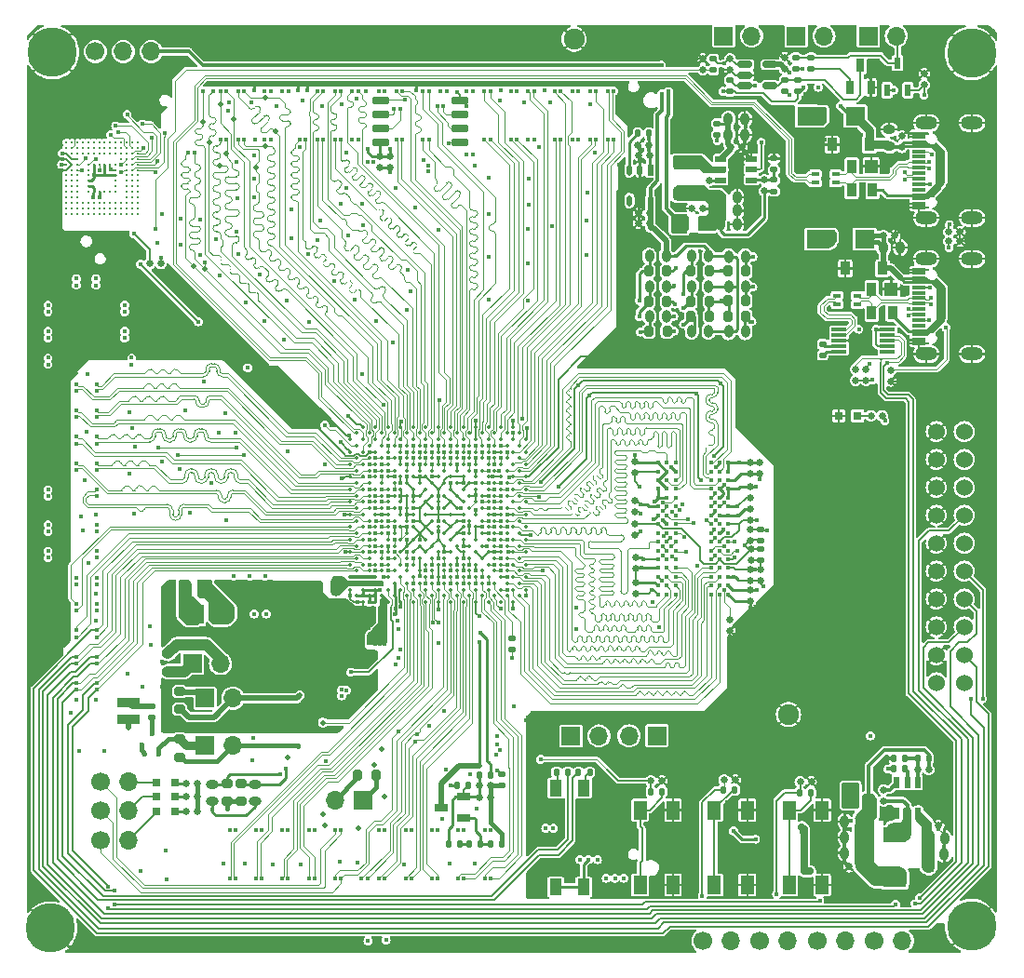
<source format=gbr>
G04 #@! TF.GenerationSoftware,KiCad,Pcbnew,7.0.2*
G04 #@! TF.CreationDate,2023-07-08T17:01:20+08:00*
G04 #@! TF.ProjectId,HPM1500_DDR3_CORE_RevB,48504d31-3530-4305-9f44-4452335f434f,rev?*
G04 #@! TF.SameCoordinates,Original*
G04 #@! TF.FileFunction,Copper,L1,Top*
G04 #@! TF.FilePolarity,Positive*
%FSLAX46Y46*%
G04 Gerber Fmt 4.6, Leading zero omitted, Abs format (unit mm)*
G04 Created by KiCad (PCBNEW 7.0.2) date 2023-07-08 17:01:20*
%MOMM*%
%LPD*%
G01*
G04 APERTURE LIST*
G04 Aperture macros list*
%AMRoundRect*
0 Rectangle with rounded corners*
0 $1 Rounding radius*
0 $2 $3 $4 $5 $6 $7 $8 $9 X,Y pos of 4 corners*
0 Add a 4 corners polygon primitive as box body*
4,1,4,$2,$3,$4,$5,$6,$7,$8,$9,$2,$3,0*
0 Add four circle primitives for the rounded corners*
1,1,$1+$1,$2,$3*
1,1,$1+$1,$4,$5*
1,1,$1+$1,$6,$7*
1,1,$1+$1,$8,$9*
0 Add four rect primitives between the rounded corners*
20,1,$1+$1,$2,$3,$4,$5,0*
20,1,$1+$1,$4,$5,$6,$7,0*
20,1,$1+$1,$6,$7,$8,$9,0*
20,1,$1+$1,$8,$9,$2,$3,0*%
G04 Aperture macros list end*
G04 #@! TA.AperFunction,SMDPad,CuDef*
%ADD10RoundRect,0.135000X-0.135000X-0.185000X0.135000X-0.185000X0.135000X0.185000X-0.135000X0.185000X0*%
G04 #@! TD*
G04 #@! TA.AperFunction,SMDPad,CuDef*
%ADD11RoundRect,0.200000X0.200000X0.275000X-0.200000X0.275000X-0.200000X-0.275000X0.200000X-0.275000X0*%
G04 #@! TD*
G04 #@! TA.AperFunction,SMDPad,CuDef*
%ADD12RoundRect,0.135000X-0.185000X0.135000X-0.185000X-0.135000X0.185000X-0.135000X0.185000X0.135000X0*%
G04 #@! TD*
G04 #@! TA.AperFunction,SMDPad,CuDef*
%ADD13O,0.889000X1.143000*%
G04 #@! TD*
G04 #@! TA.AperFunction,SMDPad,CuDef*
%ADD14C,0.635000*%
G04 #@! TD*
G04 #@! TA.AperFunction,SMDPad,CuDef*
%ADD15RoundRect,0.250000X0.262500X0.450000X-0.262500X0.450000X-0.262500X-0.450000X0.262500X-0.450000X0*%
G04 #@! TD*
G04 #@! TA.AperFunction,SMDPad,CuDef*
%ADD16RoundRect,0.200000X-0.200000X-0.275000X0.200000X-0.275000X0.200000X0.275000X-0.200000X0.275000X0*%
G04 #@! TD*
G04 #@! TA.AperFunction,SMDPad,CuDef*
%ADD17RoundRect,0.150000X0.650000X0.150000X-0.650000X0.150000X-0.650000X-0.150000X0.650000X-0.150000X0*%
G04 #@! TD*
G04 #@! TA.AperFunction,SMDPad,CuDef*
%ADD18R,1.250000X0.700000*%
G04 #@! TD*
G04 #@! TA.AperFunction,ComponentPad*
%ADD19C,1.700000*%
G04 #@! TD*
G04 #@! TA.AperFunction,ComponentPad*
%ADD20O,1.700000X1.700000*%
G04 #@! TD*
G04 #@! TA.AperFunction,SMDPad,CuDef*
%ADD21RoundRect,0.200000X-0.275000X0.200000X-0.275000X-0.200000X0.275000X-0.200000X0.275000X0.200000X0*%
G04 #@! TD*
G04 #@! TA.AperFunction,SMDPad,CuDef*
%ADD22R,0.750000X0.400000*%
G04 #@! TD*
G04 #@! TA.AperFunction,SMDPad,CuDef*
%ADD23RoundRect,0.135000X0.185000X-0.135000X0.185000X0.135000X-0.185000X0.135000X-0.185000X-0.135000X0*%
G04 #@! TD*
G04 #@! TA.AperFunction,ComponentPad*
%ADD24C,1.524000*%
G04 #@! TD*
G04 #@! TA.AperFunction,SMDPad,CuDef*
%ADD25C,0.500000*%
G04 #@! TD*
G04 #@! TA.AperFunction,SMDPad,CuDef*
%ADD26RoundRect,0.150000X-0.512500X-0.150000X0.512500X-0.150000X0.512500X0.150000X-0.512500X0.150000X0*%
G04 #@! TD*
G04 #@! TA.AperFunction,SMDPad,CuDef*
%ADD27R,0.700000X1.250000*%
G04 #@! TD*
G04 #@! TA.AperFunction,ComponentPad*
%ADD28C,1.900000*%
G04 #@! TD*
G04 #@! TA.AperFunction,SMDPad,CuDef*
%ADD29R,1.198900X1.699300*%
G04 #@! TD*
G04 #@! TA.AperFunction,SMDPad,CuDef*
%ADD30RoundRect,0.135000X0.135000X0.185000X-0.135000X0.185000X-0.135000X-0.185000X0.135000X-0.185000X0*%
G04 #@! TD*
G04 #@! TA.AperFunction,SMDPad,CuDef*
%ADD31R,0.800100X0.800100*%
G04 #@! TD*
G04 #@! TA.AperFunction,SMDPad,CuDef*
%ADD32R,0.550000X1.000000*%
G04 #@! TD*
G04 #@! TA.AperFunction,SMDPad,CuDef*
%ADD33R,1.400000X0.300000*%
G04 #@! TD*
G04 #@! TA.AperFunction,SMDPad,CuDef*
%ADD34O,1.143000X0.889000*%
G04 #@! TD*
G04 #@! TA.AperFunction,SMDPad,CuDef*
%ADD35RoundRect,0.250000X-0.262500X-0.450000X0.262500X-0.450000X0.262500X0.450000X-0.262500X0.450000X0*%
G04 #@! TD*
G04 #@! TA.AperFunction,SMDPad,CuDef*
%ADD36RoundRect,0.200000X0.275000X-0.200000X0.275000X0.200000X-0.275000X0.200000X-0.275000X-0.200000X0*%
G04 #@! TD*
G04 #@! TA.AperFunction,ComponentPad*
%ADD37R,1.700000X1.700000*%
G04 #@! TD*
G04 #@! TA.AperFunction,SMDPad,CuDef*
%ADD38C,0.400000*%
G04 #@! TD*
G04 #@! TA.AperFunction,ComponentPad*
%ADD39C,4.500000*%
G04 #@! TD*
G04 #@! TA.AperFunction,SMDPad,CuDef*
%ADD40RoundRect,0.250000X-1.075000X0.375000X-1.075000X-0.375000X1.075000X-0.375000X1.075000X0.375000X0*%
G04 #@! TD*
G04 #@! TA.AperFunction,SMDPad,CuDef*
%ADD41R,1.168400X1.168400*%
G04 #@! TD*
G04 #@! TA.AperFunction,SMDPad,CuDef*
%ADD42R,0.914400X1.168400*%
G04 #@! TD*
G04 #@! TA.AperFunction,SMDPad,CuDef*
%ADD43R,0.950000X1.150000*%
G04 #@! TD*
G04 #@! TA.AperFunction,SMDPad,CuDef*
%ADD44R,2.120000X1.400000*%
G04 #@! TD*
G04 #@! TA.AperFunction,SMDPad,CuDef*
%ADD45C,0.320000*%
G04 #@! TD*
G04 #@! TA.AperFunction,SMDPad,CuDef*
%ADD46O,0.320000X0.200000*%
G04 #@! TD*
G04 #@! TA.AperFunction,SMDPad,CuDef*
%ADD47O,0.200000X0.320000*%
G04 #@! TD*
G04 #@! TA.AperFunction,SMDPad,CuDef*
%ADD48R,1.800900X1.699300*%
G04 #@! TD*
G04 #@! TA.AperFunction,SMDPad,CuDef*
%ADD49R,1.099800X1.501100*%
G04 #@! TD*
G04 #@! TA.AperFunction,SMDPad,CuDef*
%ADD50C,0.350000*%
G04 #@! TD*
G04 #@! TA.AperFunction,SMDPad,CuDef*
%ADD51R,0.600000X1.070000*%
G04 #@! TD*
G04 #@! TA.AperFunction,SMDPad,CuDef*
%ADD52R,1.000000X0.550000*%
G04 #@! TD*
G04 #@! TA.AperFunction,SMDPad,CuDef*
%ADD53R,0.398800X0.599400*%
G04 #@! TD*
G04 #@! TA.AperFunction,SMDPad,CuDef*
%ADD54R,2.000000X0.900000*%
G04 #@! TD*
G04 #@! TA.AperFunction,ComponentPad*
%ADD55O,2.000000X1.200000*%
G04 #@! TD*
G04 #@! TA.AperFunction,SMDPad,CuDef*
%ADD56R,1.300000X0.300000*%
G04 #@! TD*
G04 #@! TA.AperFunction,SMDPad,CuDef*
%ADD57R,0.508000X1.016000*%
G04 #@! TD*
G04 #@! TA.AperFunction,SMDPad,CuDef*
%ADD58O,0.508000X1.016000*%
G04 #@! TD*
G04 #@! TA.AperFunction,ViaPad*
%ADD59C,0.500000*%
G04 #@! TD*
G04 #@! TA.AperFunction,ViaPad*
%ADD60C,0.406400*%
G04 #@! TD*
G04 #@! TA.AperFunction,Conductor*
%ADD61C,0.203200*%
G04 #@! TD*
G04 #@! TA.AperFunction,Conductor*
%ADD62C,0.152400*%
G04 #@! TD*
G04 #@! TA.AperFunction,Conductor*
%ADD63C,0.254000*%
G04 #@! TD*
G04 #@! TA.AperFunction,Conductor*
%ADD64C,0.350000*%
G04 #@! TD*
G04 #@! TA.AperFunction,Conductor*
%ADD65C,0.101600*%
G04 #@! TD*
G04 #@! TA.AperFunction,Conductor*
%ADD66C,0.200000*%
G04 #@! TD*
G04 #@! TA.AperFunction,Conductor*
%ADD67C,0.096520*%
G04 #@! TD*
G04 #@! TA.AperFunction,Conductor*
%ADD68C,0.127000*%
G04 #@! TD*
G04 #@! TA.AperFunction,Conductor*
%ADD69C,0.177800*%
G04 #@! TD*
G04 #@! TA.AperFunction,Conductor*
%ADD70C,0.150000*%
G04 #@! TD*
G04 #@! TA.AperFunction,Conductor*
%ADD71C,0.508000*%
G04 #@! TD*
G04 #@! TA.AperFunction,Conductor*
%ADD72C,0.250000*%
G04 #@! TD*
G04 #@! TA.AperFunction,Conductor*
%ADD73C,0.381000*%
G04 #@! TD*
G04 #@! TA.AperFunction,Conductor*
%ADD74C,0.500000*%
G04 #@! TD*
G04 #@! TA.AperFunction,Conductor*
%ADD75C,0.400000*%
G04 #@! TD*
G04 #@! TA.AperFunction,Conductor*
%ADD76C,1.000000*%
G04 #@! TD*
G04 #@! TA.AperFunction,Conductor*
%ADD77C,0.800000*%
G04 #@! TD*
G04 #@! TA.AperFunction,Conductor*
%ADD78C,0.300000*%
G04 #@! TD*
G04 #@! TA.AperFunction,Conductor*
%ADD79C,0.700000*%
G04 #@! TD*
G04 #@! TA.AperFunction,Conductor*
%ADD80C,0.330200*%
G04 #@! TD*
G04 #@! TA.AperFunction,Conductor*
%ADD81C,0.762000*%
G04 #@! TD*
G04 APERTURE END LIST*
D10*
X146917000Y-127075000D03*
X147937000Y-127075000D03*
D11*
X169873000Y-80264285D03*
X168223000Y-80264285D03*
D12*
X175765000Y-71973000D03*
X175765000Y-72993000D03*
D13*
X165950000Y-78900000D03*
X164426000Y-78900000D03*
D14*
X173635000Y-109285000D03*
X173635000Y-110301000D03*
D15*
X169337500Y-75925000D03*
X167512500Y-75925000D03*
D11*
X166033000Y-85721425D03*
X164383000Y-85721425D03*
D16*
X171563009Y-80250000D03*
X173213009Y-80250000D03*
D17*
X147225000Y-68505000D03*
X147225000Y-67235000D03*
X147225000Y-65965000D03*
X147225000Y-64695000D03*
X140025000Y-64695000D03*
X140025000Y-65965000D03*
X140025000Y-67235000D03*
X140025000Y-68505000D03*
D18*
X147509450Y-130001200D03*
X147509450Y-128101200D03*
X145509450Y-129051200D03*
D19*
X179695000Y-141185000D03*
D20*
X182235000Y-141185000D03*
D12*
X171750000Y-62890000D03*
X171750000Y-63910000D03*
D14*
X163075000Y-97625000D03*
X163075000Y-98641000D03*
X184576100Y-93420000D03*
X185592100Y-93420000D03*
D21*
X120645000Y-115045000D03*
X120645000Y-116695000D03*
D19*
X114545000Y-129355000D03*
D20*
X117085000Y-129355000D03*
D22*
X183350000Y-83275000D03*
X181500000Y-83275000D03*
X181500000Y-82475000D03*
X183350000Y-82475000D03*
D12*
X177755000Y-60845000D03*
X177755000Y-61865000D03*
D11*
X139560000Y-126125000D03*
X137910000Y-126125000D03*
D23*
X179145000Y-61865000D03*
X179145000Y-60845000D03*
D14*
X163176000Y-108552000D03*
X163176000Y-109568000D03*
X164422702Y-69703100D03*
X163406702Y-69703100D03*
X185737000Y-77015000D03*
X186753000Y-77015000D03*
D24*
X193070000Y-117714000D03*
X190530000Y-117714000D03*
X193070000Y-115174000D03*
X190530000Y-115174000D03*
X193070000Y-112634000D03*
X190530000Y-112634000D03*
X193070000Y-110094000D03*
X190530000Y-110094000D03*
X193070000Y-107554000D03*
X190530000Y-107554000D03*
X193070000Y-105014000D03*
X190530000Y-105014000D03*
X193070000Y-102474000D03*
X190530000Y-102474000D03*
X193070000Y-99934000D03*
X190530000Y-99934000D03*
X193070000Y-97394000D03*
X190530000Y-97394000D03*
X193070000Y-94854000D03*
X190530000Y-94854000D03*
D25*
X123805000Y-66675000D03*
D14*
X173605000Y-102891000D03*
X173605000Y-101875000D03*
D12*
X175765000Y-70015000D03*
X175765000Y-71035000D03*
D25*
X125385000Y-70640000D03*
D26*
X173112500Y-61475000D03*
X173112500Y-62425000D03*
X173112500Y-63375000D03*
X175387500Y-63375000D03*
X175387500Y-61475000D03*
D14*
X173655000Y-106581000D03*
X173655000Y-105565000D03*
X169890000Y-71983000D03*
X169890000Y-70967000D03*
D27*
X182685000Y-63535000D03*
X184585000Y-63535000D03*
X183635000Y-61535000D03*
D28*
X157585000Y-59150000D03*
D29*
X180136100Y-136106100D03*
X180136100Y-129303900D03*
X177133900Y-129303900D03*
X177133900Y-136106100D03*
D12*
X151027000Y-126057000D03*
X151027000Y-127077000D03*
D14*
X163105000Y-101117000D03*
X163105000Y-102133000D03*
D30*
X165575000Y-127635000D03*
X164555000Y-127635000D03*
D14*
X164447702Y-75903100D03*
X163431702Y-75903100D03*
D31*
X119584100Y-128105000D03*
X121285900Y-128105000D03*
X119584100Y-129444425D03*
X121285900Y-129444425D03*
D14*
X189727000Y-130685000D03*
X190743000Y-130685000D03*
D12*
X177935000Y-62875000D03*
X177935000Y-63895000D03*
D19*
X174485000Y-141205000D03*
D20*
X177025000Y-141205000D03*
D25*
X130435000Y-67505000D03*
D14*
X176725000Y-61833000D03*
X176725000Y-60817000D03*
X173645000Y-107377000D03*
X173645000Y-108393000D03*
D21*
X121720000Y-122825000D03*
X121720000Y-124475000D03*
D14*
X187395000Y-69001000D03*
X187395000Y-67985000D03*
D15*
X184385000Y-128449000D03*
X182560000Y-128449000D03*
D14*
X164378000Y-68765000D03*
X163362000Y-68765000D03*
D11*
X169873000Y-82992855D03*
X168223000Y-82992855D03*
D30*
X179135000Y-127705000D03*
X178115000Y-127705000D03*
D14*
X186385000Y-89247000D03*
X186385000Y-90263000D03*
D32*
X186935000Y-129603000D03*
X187885000Y-129603000D03*
X188835000Y-129603000D03*
X188835000Y-126803000D03*
X187885000Y-126803000D03*
X186935000Y-126803000D03*
D33*
X181675000Y-85575000D03*
X181675000Y-86075000D03*
X181675000Y-86575000D03*
X181675000Y-87075000D03*
X181675000Y-87575000D03*
X186075000Y-87575000D03*
X186075000Y-87075000D03*
X186075000Y-86575000D03*
X186075000Y-86075000D03*
X186075000Y-85575000D03*
D14*
X184125000Y-89192000D03*
X184125000Y-90208000D03*
D10*
X186675000Y-125563000D03*
X187695000Y-125563000D03*
D34*
X124710000Y-128467000D03*
X124710000Y-126943000D03*
D35*
X122112500Y-109155000D03*
X123937500Y-109155000D03*
D36*
X127285000Y-128530000D03*
X127285000Y-126880000D03*
D13*
X171626009Y-85764285D03*
X173150009Y-85764285D03*
D14*
X163106000Y-103292000D03*
X163106000Y-104308000D03*
D37*
X165115000Y-122540000D03*
D20*
X162575000Y-122540000D03*
D19*
X114545000Y-126705000D03*
D20*
X117085000Y-126705000D03*
D38*
X165216100Y-97680000D03*
X166016000Y-97680000D03*
X166816100Y-97680000D03*
X170015900Y-97680000D03*
X170816000Y-97680000D03*
X171615900Y-97680000D03*
X165216100Y-98480100D03*
X166016000Y-98480100D03*
X166816100Y-98480100D03*
X170015900Y-98480100D03*
X170816000Y-98480100D03*
X171615900Y-98480100D03*
X165216100Y-99280000D03*
X166016000Y-99280000D03*
X166816100Y-99280000D03*
X170015900Y-99280000D03*
X170816000Y-99280000D03*
X171615900Y-99280000D03*
X165216100Y-100080100D03*
X166016000Y-100080100D03*
X166816100Y-100080100D03*
X170015900Y-100080100D03*
X170816000Y-100080100D03*
X171615900Y-100080100D03*
X165216100Y-100879900D03*
X166016000Y-100879900D03*
X166816100Y-100879900D03*
X170015900Y-100879900D03*
X170816000Y-100879900D03*
X171615900Y-100879900D03*
X165216100Y-101680000D03*
X166016000Y-101680000D03*
X166816100Y-101680000D03*
X170015900Y-101680000D03*
X170816000Y-101680000D03*
X171615900Y-101680000D03*
X165216100Y-102480100D03*
X166016000Y-102480100D03*
X166816100Y-102480100D03*
X170015900Y-102480100D03*
X170816000Y-102480100D03*
X171615900Y-102480100D03*
X165216100Y-103280000D03*
X166016000Y-103280000D03*
X166816100Y-103280000D03*
X170015900Y-103280000D03*
X170816000Y-103280000D03*
X171615900Y-103280000D03*
X165216100Y-104080100D03*
X166016000Y-104080100D03*
X166816100Y-104080100D03*
X170015900Y-104080100D03*
X170816000Y-104080100D03*
X171615900Y-104080100D03*
X165216100Y-104879900D03*
X166016000Y-104879900D03*
X166816100Y-104879900D03*
X170015900Y-104879900D03*
X170816000Y-104879900D03*
X171615900Y-104879900D03*
X165216100Y-105680000D03*
X166016000Y-105680000D03*
X166816100Y-105680000D03*
X170015900Y-105680000D03*
X170816000Y-105680000D03*
X171615900Y-105680000D03*
X165216100Y-106480100D03*
X166016000Y-106480100D03*
X166816100Y-106480100D03*
X170015900Y-106480100D03*
X170816000Y-106480100D03*
X171615900Y-106480100D03*
X165216100Y-107279900D03*
X166016000Y-107279900D03*
X166816100Y-107279900D03*
X170015900Y-107279900D03*
X170816000Y-107279900D03*
X171615900Y-107279900D03*
X165216100Y-108080000D03*
X166016000Y-108080000D03*
X166816100Y-108080000D03*
X170015900Y-108080000D03*
X170816000Y-108080000D03*
X171615900Y-108080000D03*
X165216100Y-108879900D03*
X166016000Y-108879900D03*
X166816100Y-108879900D03*
X170015900Y-108879900D03*
X170816000Y-108879900D03*
X171615900Y-108879900D03*
X165216100Y-109680000D03*
X166016000Y-109680000D03*
X166816100Y-109680000D03*
X170015900Y-109680000D03*
X170816000Y-109680000D03*
X171615900Y-109680000D03*
D39*
X193725000Y-60430000D03*
D13*
X185723000Y-78135000D03*
X187247000Y-78135000D03*
D16*
X171563009Y-84400000D03*
X173213009Y-84400000D03*
D40*
X167905000Y-70385000D03*
X167905000Y-73185000D03*
D41*
X186425500Y-81882800D03*
D42*
X184647500Y-81882800D03*
X184647500Y-84067200D03*
X186552500Y-84067200D03*
D11*
X166013000Y-82992855D03*
X164363000Y-82992855D03*
D14*
X174425000Y-98663000D03*
X174425000Y-97647000D03*
D30*
X149078800Y-132383800D03*
X148058800Y-132383800D03*
D13*
X189747000Y-131868000D03*
X191271000Y-131868000D03*
D43*
X184427000Y-68755000D03*
X181043000Y-68755000D03*
D34*
X128585000Y-128467000D03*
X128585000Y-126943000D03*
D25*
X122945000Y-79790000D03*
D39*
X109945000Y-140045000D03*
D31*
X181653200Y-93415000D03*
X183355000Y-93415000D03*
D23*
X151945000Y-114665000D03*
X151945000Y-113645000D03*
D13*
X170873000Y-73555000D03*
X172397000Y-73555000D03*
D14*
X185735000Y-127447000D03*
X185735000Y-128463000D03*
D37*
X184345000Y-58865000D03*
D20*
X186885000Y-58865000D03*
D30*
X172175000Y-127435000D03*
X171155000Y-127435000D03*
D19*
X169295000Y-141205000D03*
D20*
X171835000Y-141205000D03*
D44*
X186745000Y-131572000D03*
X186745000Y-135628000D03*
D11*
X169873000Y-84357140D03*
X168223000Y-84357140D03*
D14*
X119983000Y-79575000D03*
X118967000Y-79575000D03*
D45*
X117885900Y-68545000D03*
D46*
X117885900Y-69045400D03*
X117885900Y-69545800D03*
X117885900Y-70046100D03*
X117885900Y-70546500D03*
X117885900Y-71046900D03*
X117885900Y-71547300D03*
D45*
X117885900Y-72045100D03*
X117885900Y-72545500D03*
X117885900Y-73045900D03*
X117885900Y-73546300D03*
X117885900Y-74046600D03*
X117885900Y-74547000D03*
X117885900Y-75047400D03*
D47*
X117385500Y-68545000D03*
D45*
X117385500Y-69045400D03*
X117385500Y-69545800D03*
X117385500Y-70046100D03*
X117385500Y-70546500D03*
X117385500Y-71046900D03*
X117385500Y-71547300D03*
X117385500Y-72045100D03*
X117385500Y-72545500D03*
X117385500Y-73045900D03*
X117385500Y-73546300D03*
X117385500Y-74046600D03*
X117385500Y-74547000D03*
X117385500Y-75047400D03*
D47*
X116885100Y-68545000D03*
D45*
X116885100Y-69045400D03*
X116885100Y-69545800D03*
X116885100Y-70046100D03*
X116885100Y-70546500D03*
X116885100Y-71046900D03*
X116885100Y-71547300D03*
X116885100Y-72045100D03*
X116885100Y-72545500D03*
X116885100Y-73045900D03*
X116885100Y-73546300D03*
X116885100Y-74046600D03*
X116885100Y-74547000D03*
X116885100Y-75047400D03*
D47*
X116384800Y-68545000D03*
D45*
X116384800Y-69045400D03*
X116384800Y-69545800D03*
X116384800Y-70046100D03*
X116384800Y-74046600D03*
X116384800Y-74547000D03*
X116384800Y-75047400D03*
X115884400Y-68545000D03*
X115884400Y-69045400D03*
X115884400Y-69545800D03*
X115884400Y-70546500D03*
X115884400Y-71046900D03*
X115884400Y-71547300D03*
X115884400Y-72045100D03*
X115884400Y-72545500D03*
X115884400Y-73045900D03*
X115884400Y-74046600D03*
X115884400Y-74547000D03*
X115884400Y-75047400D03*
X115384000Y-68545000D03*
X115384000Y-69045400D03*
X115384000Y-69545800D03*
X115384000Y-70546500D03*
X115384000Y-73045900D03*
X115384000Y-74046600D03*
X115384000Y-74547000D03*
X115384000Y-75047400D03*
X114883600Y-68545000D03*
X114883600Y-69045400D03*
X114883600Y-69545800D03*
X114883600Y-70546500D03*
X114883600Y-73045900D03*
X114883600Y-74046600D03*
X114883600Y-74547000D03*
X114883600Y-75047400D03*
X114385800Y-68545000D03*
X114385800Y-69045400D03*
X114385800Y-69545800D03*
X114385800Y-70546500D03*
X114385800Y-73045900D03*
X114385800Y-74046600D03*
X114385800Y-74547000D03*
X114385800Y-75047400D03*
X113885400Y-68545000D03*
X113885400Y-69045400D03*
X113885400Y-69545800D03*
X113885400Y-70546500D03*
X113885400Y-73045900D03*
X113885400Y-74046600D03*
X113885400Y-74547000D03*
X113885400Y-75047400D03*
X113385000Y-68545000D03*
X113385000Y-69045400D03*
X113385000Y-69545800D03*
X113385000Y-70546500D03*
X113385000Y-71046900D03*
X113385000Y-71547300D03*
X113385000Y-72045100D03*
X113385000Y-72545500D03*
X113385000Y-73045900D03*
X113385000Y-74046600D03*
X113385000Y-74547000D03*
X113385000Y-75047400D03*
X112884600Y-68545000D03*
X112884600Y-69045400D03*
X112884600Y-69545800D03*
X112884600Y-74046600D03*
X112884600Y-74547000D03*
X112884600Y-75047400D03*
D47*
X112384300Y-68545000D03*
D45*
X112384300Y-69045400D03*
X112384300Y-69545800D03*
X112384300Y-70046100D03*
X112384300Y-70546500D03*
X112384300Y-71046900D03*
X112384300Y-71547300D03*
X112384300Y-72045100D03*
X112384300Y-72545500D03*
X112384300Y-73045900D03*
X112384300Y-73546300D03*
X112384300Y-74046600D03*
X112384300Y-74547000D03*
X112384300Y-75047400D03*
D47*
X111883900Y-68545000D03*
D45*
X111883900Y-69045400D03*
X111883900Y-69545800D03*
X111883900Y-70046100D03*
X111883900Y-70546500D03*
X111883900Y-71046900D03*
X111883900Y-71547300D03*
X111883900Y-72045100D03*
X111883900Y-72545500D03*
X111883900Y-73045900D03*
X111883900Y-73546300D03*
X111883900Y-74046600D03*
X111883900Y-74547000D03*
X111883900Y-75047400D03*
X111383500Y-68545000D03*
X111383500Y-69045400D03*
X111383500Y-69545800D03*
X111383500Y-70046100D03*
X111383500Y-70546500D03*
X111383500Y-71046900D03*
X111383500Y-71547300D03*
X111383500Y-72045100D03*
X111383500Y-72545500D03*
X111383500Y-73045900D03*
X111383500Y-73546300D03*
X111383500Y-74046600D03*
X111383500Y-74547000D03*
X111383500Y-75047400D03*
D31*
X119584100Y-126774000D03*
X121285900Y-126774000D03*
D48*
X179613000Y-77355000D03*
X183997000Y-77355000D03*
D13*
X183703000Y-131795000D03*
X182179000Y-131795000D03*
X170873000Y-74755000D03*
X172397000Y-74755000D03*
D49*
X155915000Y-136295900D03*
X158455000Y-136295900D03*
X158455000Y-127294100D03*
X155915000Y-127294100D03*
D11*
X166013000Y-80264285D03*
X164363000Y-80264285D03*
D14*
X191672000Y-77545000D03*
X192688000Y-77545000D03*
D50*
X138380000Y-94420000D03*
X139520000Y-94420000D03*
X140660000Y-94420000D03*
X141800000Y-94420000D03*
X142940000Y-94420000D03*
X144080000Y-94420000D03*
X145220000Y-94420000D03*
X146360000Y-94420000D03*
X147500000Y-94420000D03*
X148640000Y-94420000D03*
X149780000Y-94420000D03*
X150920000Y-94420000D03*
X152060000Y-94420000D03*
X137240000Y-105820000D03*
X138380000Y-105820000D03*
X139520000Y-105820000D03*
X140660000Y-105820000D03*
X141800000Y-105820000D03*
X142940000Y-105820000D03*
X144080000Y-105820000D03*
X145220000Y-105820000D03*
X146360000Y-105820000D03*
X147500000Y-105820000D03*
X148640000Y-105820000D03*
X149780000Y-105820000D03*
X150920000Y-105820000D03*
X152060000Y-105820000D03*
X153200000Y-105820000D03*
X137810000Y-106390000D03*
X138950000Y-106390000D03*
X140090000Y-106390000D03*
X141230000Y-106390000D03*
X142370000Y-106390000D03*
X143510000Y-106390000D03*
X144650000Y-106390000D03*
X145790000Y-106390000D03*
X146930000Y-106390000D03*
X148070000Y-106390000D03*
X149210000Y-106390000D03*
X150350000Y-106390000D03*
X151490000Y-106390000D03*
X152630000Y-106390000D03*
X137240000Y-106960000D03*
X138380000Y-106960000D03*
X139520000Y-106960000D03*
X140660000Y-106960000D03*
X141800000Y-106960000D03*
X142940000Y-106960000D03*
X144080000Y-106960000D03*
X145220000Y-106960000D03*
X146360000Y-106960000D03*
X147500000Y-106960000D03*
X148640000Y-106960000D03*
X149780000Y-106960000D03*
X150920000Y-106960000D03*
X152060000Y-106960000D03*
X153200000Y-106960000D03*
X137810000Y-107530000D03*
X138950000Y-107530000D03*
X140090000Y-107530000D03*
X141230000Y-107530000D03*
X142370000Y-107530000D03*
X143510000Y-107530000D03*
X144650000Y-107530000D03*
X145790000Y-107530000D03*
X146930000Y-107530000D03*
X148070000Y-107530000D03*
X149210000Y-107530000D03*
X150350000Y-107530000D03*
X151490000Y-107530000D03*
X152630000Y-107530000D03*
X137240000Y-108100000D03*
X138380000Y-108100000D03*
X139520000Y-108100000D03*
X140660000Y-108100000D03*
X141800000Y-108100000D03*
X142940000Y-108100000D03*
X144080000Y-108100000D03*
X145220000Y-108100000D03*
X146360000Y-108100000D03*
X147500000Y-108100000D03*
X148640000Y-108100000D03*
X149780000Y-108100000D03*
X150920000Y-108100000D03*
X152060000Y-108100000D03*
X153200000Y-108100000D03*
X137810000Y-108670000D03*
X138950000Y-108670000D03*
X140090000Y-108670000D03*
X141230000Y-108670000D03*
X142370000Y-108670000D03*
X143510000Y-108670000D03*
X144650000Y-108670000D03*
X145790000Y-108670000D03*
X146930000Y-108670000D03*
X148070000Y-108670000D03*
X149210000Y-108670000D03*
X150350000Y-108670000D03*
X151490000Y-108670000D03*
X152630000Y-108670000D03*
X137240000Y-109240000D03*
X138380000Y-109240000D03*
X139520000Y-109240000D03*
X140660000Y-109240000D03*
X141800000Y-109240000D03*
X142940000Y-109240000D03*
X144080000Y-109240000D03*
X145220000Y-109240000D03*
X146360000Y-109240000D03*
X147500000Y-109240000D03*
X148640000Y-109240000D03*
X149780000Y-109240000D03*
X150920000Y-109240000D03*
X152060000Y-109240000D03*
X153200000Y-109240000D03*
X137810000Y-109810000D03*
X138950000Y-109810000D03*
X140090000Y-109810000D03*
X141230000Y-109810000D03*
X142370000Y-109810000D03*
X143510000Y-109810000D03*
X144650000Y-109810000D03*
X145790000Y-109810000D03*
X146930000Y-109810000D03*
X148070000Y-109810000D03*
X149210000Y-109810000D03*
X150350000Y-109810000D03*
X151490000Y-109810000D03*
X152630000Y-109810000D03*
X138380000Y-110380000D03*
X139520000Y-110380000D03*
X140660000Y-110380000D03*
X141800000Y-110380000D03*
X142940000Y-110380000D03*
X144080000Y-110380000D03*
X145220000Y-110380000D03*
X146360000Y-110380000D03*
X147500000Y-110380000D03*
X148640000Y-110380000D03*
X149780000Y-110380000D03*
X150920000Y-110380000D03*
X152060000Y-110380000D03*
X137810000Y-94990000D03*
X138950000Y-94990000D03*
X140090000Y-94990000D03*
X141230000Y-94990000D03*
X142370000Y-94990000D03*
X143510000Y-94990000D03*
X144650000Y-94990000D03*
X145790000Y-94990000D03*
X146930000Y-94990000D03*
X148070000Y-94990000D03*
X149210000Y-94990000D03*
X150350000Y-94990000D03*
X151490000Y-94990000D03*
X152630000Y-94990000D03*
X137240000Y-95560000D03*
X138380000Y-95560000D03*
X139520000Y-95560000D03*
X140660000Y-95560000D03*
X141800000Y-95560000D03*
X142940000Y-95560000D03*
X144080000Y-95560000D03*
X145220000Y-95560000D03*
X146360000Y-95560000D03*
X147500000Y-95560000D03*
X148640000Y-95560000D03*
X149780000Y-95560000D03*
X150920000Y-95560000D03*
X152060000Y-95560000D03*
X153200000Y-95560000D03*
X137810000Y-96130000D03*
X138950000Y-96130000D03*
X140090000Y-96130000D03*
X141230000Y-96130000D03*
X142370000Y-96130000D03*
X143510000Y-96130000D03*
X144650000Y-96130000D03*
X145790000Y-96130000D03*
X146930000Y-96130000D03*
X148070000Y-96130000D03*
X149210000Y-96130000D03*
X150350000Y-96130000D03*
X151490000Y-96130000D03*
X152630000Y-96130000D03*
X137240000Y-96700000D03*
X138380000Y-96700000D03*
X139520000Y-96700000D03*
X140660000Y-96700000D03*
X141800000Y-96700000D03*
X142940000Y-96700000D03*
X144080000Y-96700000D03*
X145220000Y-96700000D03*
X146360000Y-96700000D03*
X147500000Y-96700000D03*
X148640000Y-96700000D03*
X149780000Y-96700000D03*
X150920000Y-96700000D03*
X152060000Y-96700000D03*
X153200000Y-96700000D03*
X137810000Y-97270000D03*
X138950000Y-97270000D03*
X140090000Y-97270000D03*
X141230000Y-97270000D03*
X142370000Y-97270000D03*
X143510000Y-97270000D03*
X144650000Y-97270000D03*
X145790000Y-97270000D03*
X146930000Y-97270000D03*
X148070000Y-97270000D03*
X149210000Y-97270000D03*
X150350000Y-97270000D03*
X151490000Y-97270000D03*
X152630000Y-97270000D03*
X137240000Y-97840000D03*
X138380000Y-97840000D03*
X139520000Y-97840000D03*
X140660000Y-97840000D03*
X141800000Y-97840000D03*
X142940000Y-97840000D03*
X144080000Y-97840000D03*
X145220000Y-97840000D03*
X146360000Y-97840000D03*
X147500000Y-97840000D03*
X148640000Y-97840000D03*
X149780000Y-97840000D03*
X150920000Y-97840000D03*
X152060000Y-97840000D03*
X153200000Y-97840000D03*
X137810000Y-98410000D03*
X138950000Y-98410000D03*
X140090000Y-98410000D03*
X141230000Y-98410000D03*
X142370000Y-98410000D03*
X143510000Y-98410000D03*
X144650000Y-98410000D03*
X145790000Y-98410000D03*
X146930000Y-98410000D03*
X148070000Y-98410000D03*
X149210000Y-98410000D03*
X150350000Y-98410000D03*
X151490000Y-98410000D03*
X152630000Y-98410000D03*
X137240000Y-98980000D03*
X138380000Y-98980000D03*
X139520000Y-98980000D03*
X140660000Y-98980000D03*
X141800000Y-98980000D03*
X142940000Y-98980000D03*
X144080000Y-98980000D03*
X145220000Y-98980000D03*
X146360000Y-98980000D03*
X147500000Y-98980000D03*
X148640000Y-98980000D03*
X149780000Y-98980000D03*
X150920000Y-98980000D03*
X152060000Y-98980000D03*
X153200000Y-98980000D03*
X137810000Y-99550000D03*
X138950000Y-99550000D03*
X140090000Y-99550000D03*
X141230000Y-99550000D03*
X142370000Y-99550000D03*
X143510000Y-99550000D03*
X144650000Y-99550000D03*
X145790000Y-99550000D03*
X146930000Y-99550000D03*
X148070000Y-99550000D03*
X149210000Y-99550000D03*
X150350000Y-99550000D03*
X151490000Y-99550000D03*
X152630000Y-99550000D03*
X137240000Y-100120000D03*
X138380000Y-100120000D03*
X139520000Y-100120000D03*
X140660000Y-100120000D03*
X141800000Y-100120000D03*
X142940000Y-100120000D03*
X144080000Y-100120000D03*
X145220000Y-100120000D03*
X146360000Y-100120000D03*
X147500000Y-100120000D03*
X148640000Y-100120000D03*
X149780000Y-100120000D03*
X150920000Y-100120000D03*
X152060000Y-100120000D03*
X153200000Y-100120000D03*
X137810000Y-100690000D03*
X138950000Y-100690000D03*
X140090000Y-100690000D03*
X141230000Y-100690000D03*
X142370000Y-100690000D03*
X143510000Y-100690000D03*
X144650000Y-100690000D03*
X145790000Y-100690000D03*
X146930000Y-100690000D03*
X148070000Y-100690000D03*
X149210000Y-100690000D03*
X150350000Y-100690000D03*
X151490000Y-100690000D03*
X152630000Y-100690000D03*
X137240000Y-101260000D03*
X138380000Y-101260000D03*
X139520000Y-101260000D03*
X140660000Y-101260000D03*
X141800000Y-101260000D03*
X142940000Y-101260000D03*
X144080000Y-101260000D03*
X145220000Y-101260000D03*
X146360000Y-101260000D03*
X147500000Y-101260000D03*
X148640000Y-101260000D03*
X149780000Y-101260000D03*
X150920000Y-101260000D03*
X152060000Y-101260000D03*
X153200000Y-101260000D03*
X137810000Y-101830000D03*
X138950000Y-101830000D03*
X140090000Y-101830000D03*
X141230000Y-101830000D03*
X142370000Y-101830000D03*
X143510000Y-101830000D03*
X144650000Y-101830000D03*
X145790000Y-101830000D03*
X146930000Y-101830000D03*
X148070000Y-101830000D03*
X149210000Y-101830000D03*
X150350000Y-101830000D03*
X151490000Y-101830000D03*
X152630000Y-101830000D03*
X137240000Y-102400000D03*
X138380000Y-102400000D03*
X139520000Y-102400000D03*
X140660000Y-102400000D03*
X141800000Y-102400000D03*
X142940000Y-102400000D03*
X144080000Y-102400000D03*
X145220000Y-102400000D03*
X146360000Y-102400000D03*
X147500000Y-102400000D03*
X148640000Y-102400000D03*
X149780000Y-102400000D03*
X150920000Y-102400000D03*
X152060000Y-102400000D03*
X153200000Y-102400000D03*
X137810000Y-102970000D03*
X138950000Y-102970000D03*
X140090000Y-102970000D03*
X141230000Y-102970000D03*
X142370000Y-102970000D03*
X143510000Y-102970000D03*
X144650000Y-102970000D03*
X145790000Y-102970000D03*
X146930000Y-102970000D03*
X148070000Y-102970000D03*
X149210000Y-102970000D03*
X150350000Y-102970000D03*
X151490000Y-102970000D03*
X152630000Y-102970000D03*
X137240000Y-103540000D03*
X138380000Y-103540000D03*
X139520000Y-103540000D03*
X140660000Y-103540000D03*
X141800000Y-103540000D03*
X142940000Y-103540000D03*
X144080000Y-103540000D03*
X145220000Y-103540000D03*
X146360000Y-103540000D03*
X147500000Y-103540000D03*
X148640000Y-103540000D03*
X149780000Y-103540000D03*
X150920000Y-103540000D03*
X152060000Y-103540000D03*
X153200000Y-103540000D03*
X137810000Y-104110000D03*
X138950000Y-104110000D03*
X140090000Y-104110000D03*
X141230000Y-104110000D03*
X142370000Y-104110000D03*
X143510000Y-104110000D03*
X144650000Y-104110000D03*
X145790000Y-104110000D03*
X146930000Y-104110000D03*
X148070000Y-104110000D03*
X149210000Y-104110000D03*
X150350000Y-104110000D03*
X151490000Y-104110000D03*
X152630000Y-104110000D03*
X137240000Y-104680000D03*
X138380000Y-104680000D03*
X139520000Y-104680000D03*
X140660000Y-104680000D03*
X141800000Y-104680000D03*
X142940000Y-104680000D03*
X144080000Y-104680000D03*
X145220000Y-104680000D03*
X146360000Y-104680000D03*
X147500000Y-104680000D03*
X148640000Y-104680000D03*
X149780000Y-104680000D03*
X150920000Y-104680000D03*
X152060000Y-104680000D03*
X153200000Y-104680000D03*
X137810000Y-105250000D03*
X138950000Y-105250000D03*
X140090000Y-105250000D03*
X141230000Y-105250000D03*
X142370000Y-105250000D03*
X143510000Y-105250000D03*
X144650000Y-105250000D03*
X145790000Y-105250000D03*
X146930000Y-105250000D03*
X148070000Y-105250000D03*
X149210000Y-105250000D03*
X150350000Y-105250000D03*
X151490000Y-105250000D03*
X152630000Y-105250000D03*
D19*
X184895000Y-141185000D03*
D20*
X187435000Y-141185000D03*
D14*
X183613000Y-134445000D03*
X182597000Y-134445000D03*
D30*
X164405000Y-67740000D03*
X163385000Y-67740000D03*
D25*
X128615000Y-70810000D03*
D29*
X166585000Y-136107200D03*
X166585000Y-129305000D03*
X163582800Y-129305000D03*
X163582800Y-136107200D03*
D48*
X178751000Y-66155000D03*
X183135000Y-66155000D03*
D14*
X174915000Y-72983000D03*
X174915000Y-71967000D03*
D41*
X184600500Y-70712800D03*
D42*
X182822500Y-70712800D03*
X182822500Y-72897200D03*
X184727500Y-72897200D03*
D19*
X114045000Y-60285000D03*
D20*
X116585000Y-60285000D03*
X119125000Y-60285000D03*
D36*
X126035000Y-128530000D03*
X126035000Y-126880000D03*
D12*
X119145000Y-119837000D03*
X119145000Y-120857000D03*
D13*
X171590000Y-66450000D03*
X173114000Y-66450000D03*
D14*
X173625000Y-104791000D03*
X173625000Y-103775000D03*
X183175000Y-89192000D03*
X183175000Y-90208000D03*
D25*
X125955000Y-69530000D03*
D14*
X173575000Y-98663000D03*
X173575000Y-97647000D03*
X178139000Y-126735000D03*
X179155000Y-126735000D03*
D10*
X155985000Y-125863000D03*
X157005000Y-125863000D03*
D23*
X176775000Y-63885000D03*
X176775000Y-62865000D03*
D51*
X186050000Y-63790000D03*
X187950000Y-63790000D03*
X187000000Y-61320000D03*
D13*
X165950000Y-84357140D03*
X164426000Y-84357140D03*
D14*
X122319000Y-129454425D03*
X123335000Y-129454425D03*
D28*
X177085000Y-120600000D03*
D14*
X174555000Y-107389000D03*
X174555000Y-108405000D03*
D19*
X114545000Y-132005000D03*
D20*
X117085000Y-132005000D03*
D13*
X165950000Y-81628570D03*
X164426000Y-81628570D03*
D14*
X164577000Y-126645000D03*
X165593000Y-126645000D03*
D13*
X169810000Y-85721425D03*
X168286000Y-85721425D03*
X183715000Y-130345000D03*
X182191000Y-130345000D03*
D52*
X173715000Y-71975000D03*
X173715000Y-71025000D03*
X173715000Y-70075000D03*
X170915000Y-70075000D03*
X170915000Y-71025000D03*
X170915000Y-71975000D03*
D37*
X122875000Y-115955000D03*
D20*
X125415000Y-115955000D03*
D14*
X164457702Y-75013100D03*
X163441702Y-75013100D03*
D21*
X121720000Y-118480000D03*
X121720000Y-120130000D03*
D14*
X171827000Y-68975000D03*
X172843000Y-68975000D03*
X169290000Y-61948000D03*
X169290000Y-60932000D03*
X169325000Y-74515000D03*
X168309000Y-74515000D03*
D53*
X118494800Y-124154300D03*
X119795200Y-124154300D03*
X119145000Y-122335700D03*
D34*
X186235000Y-68905000D03*
X186235000Y-67381000D03*
D12*
X174525000Y-103755000D03*
X174525000Y-104775000D03*
D30*
X151028800Y-132383800D03*
X150008800Y-132383800D03*
D14*
X173575000Y-99857000D03*
X173575000Y-100873000D03*
D12*
X170250000Y-60940000D03*
X170250000Y-61960000D03*
D25*
X126655000Y-66455000D03*
D10*
X148967000Y-126125000D03*
X149987000Y-126125000D03*
D13*
X171626009Y-78950000D03*
X173150009Y-78950000D03*
D14*
X140845000Y-69817000D03*
X140845000Y-70833000D03*
D39*
X193725000Y-139830000D03*
D14*
X171775000Y-60942000D03*
X171775000Y-61958000D03*
D25*
X129465000Y-68910000D03*
D13*
X169810000Y-81628570D03*
X168286000Y-81628570D03*
D37*
X157305000Y-122555000D03*
D20*
X159845000Y-122555000D03*
D14*
X163176000Y-107348000D03*
X163176000Y-106332000D03*
D12*
X180195000Y-86885000D03*
X180195000Y-87905000D03*
D14*
X171725000Y-112957000D03*
X171725000Y-111941000D03*
D37*
X138365000Y-128405000D03*
D20*
X135825000Y-128405000D03*
D12*
X174525000Y-105557000D03*
X174525000Y-106577000D03*
D14*
X189839000Y-125623000D03*
X188823000Y-125623000D03*
D25*
X124015000Y-80040000D03*
D54*
X117082400Y-119556400D03*
X117085000Y-121055000D03*
D10*
X186667000Y-124605000D03*
X187687000Y-124605000D03*
D13*
X169810000Y-78900000D03*
X168286000Y-78900000D03*
X171626009Y-81650000D03*
X173150009Y-81650000D03*
X189731000Y-133298000D03*
X191255000Y-133298000D03*
D25*
X124375000Y-68550000D03*
D37*
X171185000Y-58865000D03*
D20*
X173725000Y-58865000D03*
D37*
X177765000Y-58865000D03*
D20*
X180305000Y-58865000D03*
D16*
X171563009Y-82950000D03*
X173213009Y-82950000D03*
D37*
X124005000Y-119115000D03*
D20*
X126545000Y-119115000D03*
D14*
X148969000Y-128120000D03*
X149985000Y-128120000D03*
D55*
X189599900Y-75420500D03*
X189600000Y-66780300D03*
X193779900Y-75420400D03*
X193780000Y-66780200D03*
D56*
X188949800Y-74450200D03*
X188949800Y-73650100D03*
X188949800Y-72350100D03*
X188949800Y-71350100D03*
X188949800Y-70850300D03*
X188949800Y-69850500D03*
X188950000Y-68550000D03*
X188949800Y-67750200D03*
X188949800Y-68050200D03*
X188950000Y-68850300D03*
X188949800Y-69350100D03*
X188949800Y-70350100D03*
X188949800Y-71850300D03*
X188949800Y-72850300D03*
X188949800Y-73350100D03*
X188949800Y-74150200D03*
D30*
X159005000Y-125863000D03*
X157985000Y-125863000D03*
D37*
X123045000Y-111505000D03*
D20*
X125585000Y-111505000D03*
D22*
X181370000Y-72225000D03*
X179520000Y-72225000D03*
X179520000Y-71425000D03*
X181370000Y-71425000D03*
D14*
X139920000Y-69837000D03*
X139920000Y-70853000D03*
D13*
X183715000Y-133195000D03*
X182191000Y-133195000D03*
D57*
X164514700Y-71056100D03*
D58*
X163564690Y-71056100D03*
X162614704Y-71056100D03*
X162614704Y-73850100D03*
X164514700Y-73850100D03*
D13*
X171590000Y-67850000D03*
X173114000Y-67850000D03*
D55*
X189599900Y-87795300D03*
X189600000Y-79155100D03*
X193779900Y-87795200D03*
X193780000Y-79155000D03*
D56*
X188949800Y-86825000D03*
X188949800Y-86024900D03*
X188949800Y-84724900D03*
X188949800Y-83724900D03*
X188949800Y-83225100D03*
X188949800Y-82225300D03*
X188950000Y-80924800D03*
X188949800Y-80125000D03*
X188949800Y-80425000D03*
X188950000Y-81225100D03*
X188949800Y-81724900D03*
X188949800Y-82724900D03*
X188949800Y-84225100D03*
X188949800Y-85225100D03*
X188949800Y-85724900D03*
X188949800Y-86525000D03*
D13*
X170873000Y-76005000D03*
X172397000Y-76005000D03*
D14*
X171217000Y-126535000D03*
X172233000Y-126535000D03*
X148969000Y-127075000D03*
X149985000Y-127075000D03*
D29*
X173336100Y-136106100D03*
X173336100Y-129303900D03*
X170333900Y-129303900D03*
X170333900Y-136106100D03*
D14*
X192688000Y-76695000D03*
X191672000Y-76695000D03*
D43*
X185627000Y-80005000D03*
X182243000Y-80005000D03*
D25*
X125425000Y-65075000D03*
D37*
X124005000Y-123427500D03*
D20*
X126545000Y-123427500D03*
D39*
X110124958Y-60347821D03*
D12*
X170565000Y-66815000D03*
X170565000Y-67835000D03*
D25*
X129495000Y-64495000D03*
D14*
X189415000Y-62297000D03*
X189415000Y-63313000D03*
X122311575Y-126894000D03*
X123327575Y-126894000D03*
X122319000Y-128104425D03*
X123335000Y-128104425D03*
D30*
X147170800Y-132383800D03*
X146150800Y-132383800D03*
D10*
X188825000Y-124605000D03*
X189845000Y-124605000D03*
D59*
X139415000Y-125155000D03*
D60*
X145615000Y-130065000D03*
X108285000Y-99111000D03*
X187375000Y-112135000D03*
X159405000Y-88040000D03*
X121805000Y-77885000D03*
X195617000Y-92905000D03*
X114145000Y-80039976D03*
X127705000Y-83085000D03*
X163437000Y-60525000D03*
X116384700Y-70541200D03*
D59*
X140345000Y-128085000D03*
D60*
X160975000Y-87445000D03*
X182485000Y-131050000D03*
X170925000Y-90435000D03*
X142370000Y-103540000D03*
X113285000Y-89635000D03*
X108285000Y-84797000D03*
X131165000Y-86515000D03*
X127017343Y-78666899D03*
X119935000Y-86685000D03*
X137025000Y-93400000D03*
X187745000Y-74355000D03*
D59*
X134755000Y-129675000D03*
D60*
X195885000Y-126913000D03*
X120115000Y-97605000D03*
X175375000Y-87695000D03*
X158765000Y-73105000D03*
X126855000Y-76635000D03*
X152060000Y-93850000D03*
X113375000Y-106855000D03*
X154755000Y-107530000D03*
X181405000Y-74585000D03*
D59*
X153245000Y-141805000D03*
D60*
X136755000Y-105824989D03*
X135785000Y-81135000D03*
D59*
X153975000Y-58575000D03*
D60*
X138415000Y-76065000D03*
X131835000Y-77255000D03*
X190805000Y-92961000D03*
X128492560Y-63795000D03*
X134245000Y-77465000D03*
X140845000Y-71295000D03*
X151490000Y-102400000D03*
X145790000Y-105820000D03*
X137805000Y-64535000D03*
X159015000Y-65045000D03*
X117545000Y-102335000D03*
X164665000Y-109285000D03*
X164495000Y-66825000D03*
X157405000Y-134705000D03*
X138950000Y-96700000D03*
X171985000Y-128550000D03*
X141818025Y-93925000D03*
X109715212Y-94439912D03*
D59*
X131031000Y-141615000D03*
D60*
X167585000Y-74555000D03*
X151675000Y-99045000D03*
X134895000Y-97845000D03*
X139595000Y-84805000D03*
X137635000Y-82835000D03*
X144637000Y-60525000D03*
X108241000Y-79951000D03*
X138645000Y-63885000D03*
X116955000Y-116875000D03*
X193865000Y-69555000D03*
X162925000Y-64775000D03*
X108285000Y-101397000D03*
X110105000Y-77655000D03*
X195617000Y-85285000D03*
X141800000Y-100690000D03*
X195885000Y-129199000D03*
X181735000Y-94350000D03*
X152007000Y-60525000D03*
X163585000Y-102285000D03*
X190935000Y-125809000D03*
D59*
X118029000Y-141615000D03*
D60*
X180375000Y-68265000D03*
X148605000Y-100675000D03*
X173145000Y-67145000D03*
X190385000Y-130005000D03*
X157755000Y-112865000D03*
X109670000Y-101420000D03*
D59*
X189965000Y-141535000D03*
D60*
X172345000Y-72196333D03*
D59*
X144195000Y-141845000D03*
D60*
X125125000Y-108505000D03*
X145300000Y-92025000D03*
D59*
X166775000Y-141845000D03*
D60*
X117125000Y-98715000D03*
X154395000Y-100805000D03*
X195885000Y-120055000D03*
X163545000Y-69165000D03*
X109715212Y-99240000D03*
X153485000Y-71855000D03*
X126025000Y-108505000D03*
X111825000Y-120425000D03*
X186425000Y-129585000D03*
X137779000Y-60525000D03*
X148685000Y-129185000D03*
X176765000Y-125165000D03*
X172465000Y-92305000D03*
X147795000Y-65225000D03*
X118985000Y-87655000D03*
X195617000Y-90619000D03*
X168105000Y-66105000D03*
X149805000Y-75035000D03*
X131465000Y-82905000D03*
X119035000Y-112605000D03*
X174745000Y-121705000D03*
X145285000Y-76545000D03*
X195617000Y-104335000D03*
X120065000Y-118111000D03*
X177845000Y-92129000D03*
X108241000Y-75379000D03*
X126225000Y-64945000D03*
X195617000Y-80713000D03*
X159465000Y-69505000D03*
X117075000Y-62245000D03*
X129735000Y-114005000D03*
X155555000Y-76195000D03*
X179119000Y-74585000D03*
X140065000Y-60525000D03*
X154565000Y-99465000D03*
X163645000Y-103965000D03*
X137945000Y-112715000D03*
X167455000Y-101515000D03*
X172945000Y-70095000D03*
X137045000Y-76985000D03*
X108285000Y-82511000D03*
X148545000Y-134175000D03*
X163575000Y-99845000D03*
D59*
X140045000Y-123745000D03*
D60*
X145235000Y-114055000D03*
X145220000Y-101830000D03*
X195885000Y-122341000D03*
X153475000Y-127195000D03*
X117605000Y-87155000D03*
X125335000Y-80655000D03*
X126765000Y-94985000D03*
X136705000Y-102444900D03*
X112295000Y-80045000D03*
X112325000Y-119245584D03*
X128395000Y-122755000D03*
X132492620Y-63795000D03*
X150925000Y-111000000D03*
D59*
X126697000Y-141615000D03*
D60*
X174885000Y-115215000D03*
X177745000Y-118615000D03*
X143135000Y-74455000D03*
X182735000Y-130300000D03*
X149815000Y-82835000D03*
X136435000Y-65105000D03*
X120555000Y-135635000D03*
X145895000Y-125595000D03*
X187350000Y-81875000D03*
D59*
X113695000Y-141615000D03*
D60*
X117155000Y-93125000D03*
X148555000Y-70625000D03*
X157765000Y-110885000D03*
X189385000Y-65515000D03*
X136835000Y-72655000D03*
X172345000Y-70095000D03*
X108285000Y-91655000D03*
X132665000Y-68955000D03*
X145725000Y-120295000D03*
X193865000Y-71841000D03*
X120065000Y-115825000D03*
X143205000Y-63835000D03*
X112559000Y-123945000D03*
X138315000Y-89610000D03*
X114605000Y-65465000D03*
X136895000Y-69445000D03*
X170915000Y-61955000D03*
X128365000Y-88070000D03*
X163445000Y-74340000D03*
X153435000Y-74195000D03*
X149805000Y-71795000D03*
X186435000Y-129115000D03*
D59*
X166005000Y-58765000D03*
D60*
X176185000Y-60545000D03*
X135493000Y-60525000D03*
X108285000Y-105969000D03*
X118135000Y-134855000D03*
X195885000Y-133771000D03*
D59*
X135365000Y-141615000D03*
D60*
X143510000Y-98980000D03*
X165531100Y-108395000D03*
X195617000Y-69537000D03*
X176265000Y-112275000D03*
X114115000Y-119240000D03*
X117365000Y-94545000D03*
X149838073Y-78930127D03*
X112964700Y-67531200D03*
X108585000Y-115455000D03*
X193115000Y-90675000D03*
X146255000Y-134185000D03*
X150605000Y-125655000D03*
X114845000Y-123945000D03*
X171196100Y-99700000D03*
X158725000Y-75685000D03*
X125885000Y-93215000D03*
X125275000Y-94995000D03*
X122615000Y-102235000D03*
X127645000Y-134195000D03*
X110954700Y-71101200D03*
X150349996Y-96700002D03*
X174795000Y-108935000D03*
X177045000Y-78185000D03*
X144385000Y-121605000D03*
X134625000Y-65285000D03*
X195885000Y-131485000D03*
X115099000Y-77665000D03*
D59*
X161625000Y-58765000D03*
D60*
X187555000Y-92973000D03*
X161685000Y-70605000D03*
X119465000Y-71235000D03*
X109715212Y-89639840D03*
X132485000Y-121805000D03*
X191261000Y-132598000D03*
X152060000Y-110950000D03*
X109715212Y-96839948D03*
X190805000Y-90675000D03*
X130145000Y-134205000D03*
X113265000Y-94885000D03*
X161151000Y-60525000D03*
X185575000Y-70725000D03*
X142351000Y-60525000D03*
X187555000Y-97545000D03*
X117385000Y-77665000D03*
X173635000Y-110863000D03*
X195617000Y-76141000D03*
X128455000Y-69745000D03*
X122195000Y-92955000D03*
X136385000Y-74155000D03*
X128465000Y-71845000D03*
X187555000Y-102117000D03*
X182650000Y-86575000D03*
X121755000Y-81675000D03*
X153345000Y-76445000D03*
X172515000Y-102480100D03*
X134835000Y-117525000D03*
X129015000Y-80575000D03*
X163515000Y-124545000D03*
X164855000Y-132355000D03*
X132665000Y-93350000D03*
X109715212Y-107240000D03*
X163881000Y-106490000D03*
X153175000Y-109805000D03*
X183184025Y-67647276D03*
X108285000Y-93941000D03*
X162097804Y-65645000D03*
X136475000Y-99104900D03*
X121685000Y-98265000D03*
X164335000Y-87455000D03*
X178089000Y-68265000D03*
X152065000Y-119875000D03*
X179315000Y-122415000D03*
D59*
X150175000Y-141875000D03*
D60*
X174759000Y-78185000D03*
X120109707Y-75092884D03*
X173380000Y-73510000D03*
X154047792Y-130740106D03*
X142125000Y-134205000D03*
X157945000Y-90605000D03*
X167359000Y-68135000D03*
X133315000Y-63805000D03*
X189355000Y-77000000D03*
X142485000Y-80105000D03*
X133495000Y-84925000D03*
X108241000Y-70807000D03*
X164715000Y-110375000D03*
X169495000Y-66105000D03*
X195617000Y-73855000D03*
X169645000Y-68135000D03*
D59*
X189885000Y-58925000D03*
D60*
X146905000Y-63935000D03*
X121675000Y-88045000D03*
X161645000Y-78805000D03*
X148125000Y-126045000D03*
X174835000Y-126015000D03*
X153395000Y-82935000D03*
X124985000Y-77355000D03*
X128330722Y-124756830D03*
X184535000Y-62605000D03*
X186135000Y-124605000D03*
X177355000Y-95465000D03*
X108285000Y-112827000D03*
D59*
X123095000Y-58855000D03*
D60*
X137845000Y-110365000D03*
X113944700Y-71511200D03*
X130921000Y-60525000D03*
X195617000Y-71823000D03*
X153645000Y-104280100D03*
D59*
X125460714Y-58575000D03*
D60*
X171485000Y-128550000D03*
X151490000Y-108100000D03*
X176755000Y-108225000D03*
X130515000Y-65205000D03*
X195617000Y-64965000D03*
X168745000Y-107035000D03*
X191211000Y-134248000D03*
X108285000Y-87083000D03*
X181345000Y-78995000D03*
X108241000Y-77665000D03*
X156579000Y-60525000D03*
X148935000Y-111645000D03*
X179059000Y-78995000D03*
X128675000Y-117965000D03*
X123555000Y-75560000D03*
X155445000Y-64945000D03*
X178255000Y-81735000D03*
X114115000Y-102440000D03*
X151945000Y-115445000D03*
X138935000Y-112705000D03*
X173285000Y-75005000D03*
D59*
X134905000Y-130725000D03*
D60*
X190735000Y-131005000D03*
X124845000Y-84885000D03*
X119045000Y-114295000D03*
X173335000Y-74255000D03*
X128415000Y-121075000D03*
X134785000Y-118365000D03*
X120465000Y-133005000D03*
X112745000Y-102595000D03*
X166436000Y-98100000D03*
X145225000Y-111025000D03*
X141779900Y-110770000D03*
X145275000Y-103925000D03*
X158865000Y-60525000D03*
X187375000Y-107563000D03*
X138445000Y-112715000D03*
X113055000Y-99305000D03*
X108285000Y-96227000D03*
X163545000Y-70240000D03*
X175745000Y-69345000D03*
X195885000Y-124627000D03*
X123905000Y-88135000D03*
X128445000Y-73535000D03*
X153245000Y-121085000D03*
X193225000Y-77545000D03*
X113335000Y-84865000D03*
X108241000Y-73093000D03*
X124565000Y-99525000D03*
X165285000Y-112635000D03*
X136285000Y-134005000D03*
X132675000Y-120685000D03*
X137895000Y-134085000D03*
X142335000Y-83785000D03*
X150585000Y-122555000D03*
X172145000Y-106305000D03*
X109540106Y-84842208D03*
X126895000Y-70325000D03*
D59*
X148272142Y-58575000D03*
D60*
X164875000Y-101195000D03*
X153284990Y-94570008D03*
X135635000Y-120305000D03*
X109715212Y-92039876D03*
X188845000Y-60835000D03*
X143905000Y-70175000D03*
X114385000Y-73525000D03*
X195617000Y-95191000D03*
X109715212Y-82439732D03*
X134485000Y-119805000D03*
X108285000Y-108255000D03*
X172105000Y-108080000D03*
X131885000Y-74655000D03*
X108241000Y-68521000D03*
X161705000Y-75735000D03*
X137240000Y-109755000D03*
D59*
X137965000Y-130905000D03*
X147225000Y-141835000D03*
D60*
X176355000Y-103085000D03*
X168715000Y-91445000D03*
X193115000Y-92961000D03*
X112925000Y-103845000D03*
X119675000Y-77715000D03*
D59*
X142569285Y-58575000D03*
D60*
X142370000Y-102400000D03*
X176485000Y-99405000D03*
X171165900Y-103730200D03*
X184420000Y-87195000D03*
X154395000Y-68935000D03*
X154892780Y-63795000D03*
X125565000Y-108505000D03*
X154293000Y-60525000D03*
X118295000Y-118085000D03*
X119985000Y-62345000D03*
X175135000Y-103811000D03*
X159885000Y-127245000D03*
X108285000Y-110541000D03*
X150865000Y-64705000D03*
X172335000Y-71135000D03*
X132675000Y-134225000D03*
X123545000Y-78825000D03*
X142685000Y-82115000D03*
X123935000Y-90335000D03*
X113275000Y-87375000D03*
X120245000Y-80465000D03*
D59*
X122363000Y-141615000D03*
D60*
X128525000Y-68315000D03*
X131545000Y-96625000D03*
X133425000Y-78745000D03*
X117655000Y-96265000D03*
X126965000Y-73615000D03*
X133207000Y-60525000D03*
X108285000Y-103683000D03*
X128255000Y-64945000D03*
X172455000Y-101680000D03*
X186415000Y-130045000D03*
X175735000Y-84031000D03*
X145220004Y-102970000D03*
X117085000Y-121805000D03*
X137109900Y-95175000D03*
X127405000Y-87465000D03*
X195617000Y-97477000D03*
X109715212Y-102440000D03*
X148640000Y-93850000D03*
X195435000Y-106855000D03*
X180525000Y-64315000D03*
X112124700Y-67891200D03*
X138335000Y-74105000D03*
X187145000Y-78995000D03*
X195617000Y-102049000D03*
X195617000Y-87571000D03*
X149210000Y-103540000D03*
X173285000Y-75955000D03*
X170285000Y-97095000D03*
X195635000Y-118655000D03*
X168665000Y-60935000D03*
X149721000Y-60525000D03*
X126025000Y-86265000D03*
X152995000Y-64945000D03*
X109614700Y-74375200D03*
X125955000Y-102885000D03*
X132865000Y-64735000D03*
X114115000Y-112040000D03*
X141735000Y-114655000D03*
X161145000Y-124435000D03*
X172495000Y-117435000D03*
X161715000Y-73095000D03*
X191131000Y-60835000D03*
X188205000Y-87345000D03*
X172605000Y-97680000D03*
X150892780Y-63795000D03*
X171725000Y-113525000D03*
X153795000Y-135195000D03*
X121795000Y-75485000D03*
X195617000Y-99763000D03*
X108285000Y-89369000D03*
X162092780Y-63795000D03*
X109715212Y-87239804D03*
X171685000Y-124985000D03*
D59*
X131163571Y-58575000D03*
D60*
X108241000Y-66235000D03*
X165701000Y-104395100D03*
X125645000Y-134185000D03*
D59*
X131495000Y-124515000D03*
D60*
X158965000Y-91555000D03*
X121615000Y-85625000D03*
X109715212Y-109640000D03*
X153345000Y-79585000D03*
X122705000Y-82995000D03*
X109715212Y-112040000D03*
X141385000Y-72705000D03*
D59*
X114055000Y-58575000D03*
D60*
X195617000Y-82999000D03*
X163244691Y-127094344D03*
X164836000Y-102860200D03*
X151620000Y-105810000D03*
X141115000Y-86765000D03*
X186855000Y-76375000D03*
D59*
X136866428Y-58575000D03*
D60*
X129425000Y-84785000D03*
X114075000Y-109635000D03*
X111004700Y-70051200D03*
X158725000Y-78805000D03*
X134455000Y-75625000D03*
X163595000Y-72565000D03*
X145220000Y-100690000D03*
X195617000Y-67251000D03*
X169120271Y-99258704D03*
X147500000Y-99550000D03*
X156175000Y-99845000D03*
X195617000Y-78427000D03*
X173114000Y-68526000D03*
X132215000Y-93060000D03*
X178345000Y-61875000D03*
X166695000Y-76595000D03*
X115445000Y-71035000D03*
X182585000Y-127050000D03*
X183475000Y-85555000D03*
X184535000Y-122550000D03*
X123335000Y-128755000D03*
X182585000Y-127505000D03*
X178455000Y-63545000D03*
X123327575Y-127505000D03*
X113815000Y-73515000D03*
X183085000Y-127505000D03*
X127895000Y-89060000D03*
X123395000Y-84870000D03*
X126035000Y-129195000D03*
X166810000Y-79980000D03*
X166185000Y-63905000D03*
X185050000Y-85550000D03*
X158095292Y-133795292D03*
X140845000Y-69145000D03*
X166695000Y-76161666D03*
X166695000Y-75728333D03*
X166735000Y-83250000D03*
X170975000Y-80264285D03*
X142940000Y-100690000D03*
X138845000Y-69145000D03*
X166695000Y-75295000D03*
X158900000Y-133800000D03*
X170975000Y-82975000D03*
X171135000Y-63895000D03*
X166670000Y-85717855D03*
X144649999Y-98980000D03*
X183085000Y-127050000D03*
X159695292Y-133795292D03*
X142370000Y-98980000D03*
X118195000Y-123345000D03*
X118157500Y-79632500D03*
X184735000Y-90150000D03*
X174065000Y-107377000D03*
X150165000Y-98980000D03*
X174125000Y-99855000D03*
X150350000Y-102400000D03*
X150350000Y-105820000D03*
X149780000Y-100690000D03*
X174195000Y-109293000D03*
X163605000Y-101465000D03*
X170396000Y-102100000D03*
X165635900Y-102899900D03*
X170435900Y-98060100D03*
X174165000Y-102885000D03*
X149785000Y-104100000D03*
X174425000Y-99185000D03*
X163085000Y-97015000D03*
X163725000Y-107279900D03*
X166331000Y-104555000D03*
X181785000Y-65205000D03*
X171275000Y-61365000D03*
X141625000Y-112850000D03*
X132485000Y-123455000D03*
X145220000Y-108670000D03*
X141800000Y-101830000D03*
X147500000Y-102970000D03*
X142370000Y-104680000D03*
X147315000Y-101830000D03*
X143510000Y-104680000D03*
X142940000Y-102970000D03*
X142940000Y-101830000D03*
X140244996Y-108100004D03*
X136335000Y-95820000D03*
X134900000Y-94250000D03*
X141800000Y-99550000D03*
X119485000Y-76455000D03*
X144725000Y-112275000D03*
X141535000Y-112030000D03*
X132625000Y-118850000D03*
X143522945Y-107965000D03*
X149022500Y-113147500D03*
X147500000Y-105250000D03*
X145232503Y-112275000D03*
X164384702Y-69248100D03*
X180785000Y-77165000D03*
X174085000Y-131950000D03*
X146327000Y-127075000D03*
X189715000Y-134765000D03*
X190135000Y-134500000D03*
X179870000Y-66605000D03*
X178485000Y-134850000D03*
X181235000Y-77400000D03*
X181200000Y-76910000D03*
X180285000Y-65800000D03*
X177145000Y-62185000D03*
X189635000Y-134300000D03*
X160495292Y-135505000D03*
X180320000Y-66290000D03*
X179870000Y-66055000D03*
X180785000Y-77715000D03*
X172085000Y-131200000D03*
X179035000Y-134850000D03*
X178285000Y-130850000D03*
X171590000Y-68421500D03*
X162095292Y-135505000D03*
X178285000Y-131300000D03*
X171590000Y-67150000D03*
X164409702Y-68248100D03*
X190035000Y-134000000D03*
X161295292Y-135505000D03*
X185849575Y-93880000D03*
X186135000Y-125555000D03*
X115445000Y-67855000D03*
X147500000Y-106390000D03*
X148975000Y-125255000D03*
X150453200Y-127086200D03*
X148975000Y-114050000D03*
X166650000Y-81625000D03*
X165525000Y-61525000D03*
X124710000Y-129255000D03*
X166650000Y-84353570D03*
X154995000Y-130945000D03*
X165535000Y-64105000D03*
X166825000Y-78900000D03*
X155695000Y-130945000D03*
X141245000Y-105810000D03*
X146360000Y-99550000D03*
X189975000Y-72325000D03*
X186655000Y-63795000D03*
X191710000Y-76025000D03*
X190100000Y-69675000D03*
X189405000Y-64265000D03*
X191400000Y-85375000D03*
X189825000Y-84725000D03*
X189975000Y-81725000D03*
X191680000Y-78115000D03*
X116708748Y-85737778D03*
X141230000Y-100120000D03*
X140090000Y-98980000D03*
X109731252Y-83337742D03*
X140090000Y-100120000D03*
X116708748Y-86347378D03*
X109731252Y-83947342D03*
X138950000Y-98980000D03*
X116708748Y-83337742D03*
X140660000Y-98410000D03*
X116708748Y-83947342D03*
X139520000Y-98410000D03*
X140090000Y-97840000D03*
X112308960Y-80937706D03*
X112308960Y-81547306D03*
X138950000Y-97840000D03*
X140660000Y-97270000D03*
X114092708Y-80937706D03*
X140090000Y-103540000D03*
X109731252Y-103337998D03*
X172395000Y-105735000D03*
X171205000Y-109305000D03*
X160613112Y-63873400D03*
X161172466Y-63873401D03*
X141335000Y-116005000D03*
X148640000Y-107530000D03*
X131365000Y-125525000D03*
X146930000Y-106960000D03*
X146930000Y-97840000D03*
X148640000Y-97270000D03*
X163525000Y-84405000D03*
X138380000Y-109810000D03*
X139935000Y-109255000D03*
X138950000Y-110380000D03*
X139520000Y-109810000D03*
X137285000Y-116755000D03*
X145220000Y-97270000D03*
X167485000Y-83600000D03*
X148640000Y-98410000D03*
X167525000Y-85100000D03*
X148640000Y-99550000D03*
X163625000Y-85800000D03*
X130855000Y-126055000D03*
X145220000Y-106390000D03*
X141620000Y-115420000D03*
X154535000Y-124685000D03*
D59*
X134745000Y-121335000D03*
D60*
X174595000Y-68545000D03*
X170595000Y-68395000D03*
X138950000Y-103540000D03*
X109731252Y-103947598D03*
X109731252Y-105737998D03*
X138950000Y-104680000D03*
X109731252Y-106347598D03*
X141230000Y-104680000D03*
X112308960Y-108137986D03*
X140090000Y-105820000D03*
X140660000Y-106390000D03*
X112308960Y-108747586D03*
X112308960Y-110537998D03*
X112308960Y-111147598D03*
X112308960Y-112937998D03*
X112308960Y-113547598D03*
X112308960Y-118347598D03*
X112308960Y-117737998D03*
X112795000Y-71055000D03*
X123812820Y-63873400D03*
X124725000Y-63885000D03*
X116925000Y-65985000D03*
X115885000Y-67035000D03*
X125412844Y-63873400D03*
X125972198Y-63873401D03*
X140660000Y-96130000D03*
X140250000Y-92450000D03*
X114105000Y-70035000D03*
X127012868Y-63873400D03*
X118305994Y-66884006D03*
X127572222Y-63873401D03*
X120365000Y-67725000D03*
X141800000Y-96130000D03*
X129412904Y-68273188D03*
X129972258Y-68273189D03*
X142370000Y-96700000D03*
X132612952Y-68273188D03*
X133172306Y-68273189D03*
X134212976Y-68273188D03*
X134772330Y-68273189D03*
X135813000Y-68273188D03*
X136372354Y-68273189D03*
X137413024Y-63873400D03*
X137972378Y-63873401D03*
X139813060Y-63873400D03*
X145795000Y-97825000D03*
X140372414Y-63873401D03*
X145790000Y-96700000D03*
X141413084Y-63873400D03*
X141972438Y-63873401D03*
X141190016Y-65494502D03*
X143813100Y-63873400D03*
X141745000Y-65495000D03*
X145695000Y-65245000D03*
X144372454Y-63873401D03*
X146360000Y-96130000D03*
X144315000Y-70625000D03*
X144315000Y-71205000D03*
X146360000Y-97270000D03*
X148372466Y-63873401D03*
X148070000Y-97840000D03*
X147813112Y-63873400D03*
X148640000Y-96130000D03*
X149413112Y-63873400D03*
X149972466Y-63873401D03*
X149210000Y-96700000D03*
X151813112Y-63873400D03*
X149780000Y-98410000D03*
X152372466Y-63873401D03*
X149780000Y-96130000D03*
X153413112Y-68273188D03*
X153972466Y-68273189D03*
X149780000Y-97270000D03*
X155813112Y-63873400D03*
X152060000Y-94990000D03*
X152875000Y-93700000D03*
X156372466Y-63873401D03*
X150350000Y-97840000D03*
X157413112Y-63873400D03*
X150775000Y-98410000D03*
X157972466Y-63873401D03*
X151470008Y-96740008D03*
X159013112Y-63873400D03*
X159572466Y-63873401D03*
X160613112Y-68273188D03*
X161172466Y-68273189D03*
X142242972Y-135499788D03*
X147500000Y-108670000D03*
X144642972Y-131100000D03*
X148070000Y-106960000D03*
X145170316Y-131100000D03*
X145170316Y-135499788D03*
X148070000Y-108100000D03*
X147042972Y-131100000D03*
X148640000Y-108670000D03*
X147570316Y-131100000D03*
X147570316Y-135499788D03*
X189848159Y-70295400D03*
X187625000Y-71295400D03*
X187625000Y-71905000D03*
X189848159Y-70905000D03*
X187969437Y-84279800D03*
X190033983Y-83279800D03*
X187969437Y-83670200D03*
X190033983Y-82670200D03*
X139460000Y-114140000D03*
X140370000Y-114145000D03*
X139910000Y-114140000D03*
X135845000Y-109158332D03*
X135845000Y-108681666D03*
X135845000Y-109635000D03*
X135835000Y-108205000D03*
X170396000Y-101299900D03*
X150920000Y-99550000D03*
X171196100Y-101299900D03*
X150350000Y-100120000D03*
X150920000Y-102970000D03*
X165658500Y-101311200D03*
X165635900Y-102060100D03*
X149780000Y-102970000D03*
X168431000Y-103180000D03*
X149210000Y-101260000D03*
X167906000Y-102805000D03*
X150350000Y-101260000D03*
X151490000Y-100120000D03*
X170435900Y-102899900D03*
X150920000Y-100690000D03*
X169635800Y-102899900D03*
X166508000Y-102172000D03*
X149780000Y-101830000D03*
X150920000Y-101830000D03*
X167133050Y-101996950D03*
X151490000Y-103540000D03*
X165637950Y-106102050D03*
X166506000Y-106180000D03*
X150350000Y-103540000D03*
X165631000Y-105280000D03*
X150920000Y-104110000D03*
X166406000Y-105305000D03*
X151490000Y-104680000D03*
X167806000Y-105830000D03*
X150350000Y-104680000D03*
X150920000Y-105250000D03*
X167556000Y-104405000D03*
X170321000Y-103775000D03*
X150920000Y-106390000D03*
X170396000Y-104499800D03*
X151490000Y-106960000D03*
X150350000Y-106960000D03*
X171235800Y-105260000D03*
X151490000Y-109240000D03*
X172153443Y-104879900D03*
X117535000Y-76855000D03*
X116414700Y-71291200D03*
X111004700Y-69526200D03*
X110979700Y-70576200D03*
X170396000Y-100475000D03*
X149780000Y-99550000D03*
X128485000Y-111455000D03*
X137810000Y-108100000D03*
X136425000Y-118365000D03*
X136435000Y-118905000D03*
X136875000Y-118385000D03*
X129585000Y-111455000D03*
X141295000Y-111460000D03*
X126615000Y-107995000D03*
X138960000Y-108100000D03*
X141315000Y-111000000D03*
X128065000Y-107995000D03*
X129465000Y-107995000D03*
X149675000Y-105255000D03*
X173095000Y-105245000D03*
X148655000Y-101995000D03*
X114131040Y-112937998D03*
X114131040Y-115337998D03*
X112308960Y-115947598D03*
X112308960Y-115337998D03*
X194735000Y-119155000D03*
X193695000Y-119165000D03*
X114131040Y-115947598D03*
X114131040Y-103337998D03*
X140660000Y-104110000D03*
X139520000Y-104110000D03*
X114131040Y-103947598D03*
X114131040Y-105737998D03*
X139520000Y-105250000D03*
X114131040Y-106347598D03*
X138950000Y-105820000D03*
X114131040Y-108137998D03*
X140090000Y-106960000D03*
X114131040Y-108747598D03*
X138950000Y-106960000D03*
X114131040Y-111147598D03*
X139520000Y-107530000D03*
X114131040Y-110537998D03*
X140660000Y-107530000D03*
X114131040Y-113547598D03*
X179925000Y-137575000D03*
X115785000Y-136655000D03*
X115785000Y-137905000D03*
X114131040Y-117737998D03*
X115185000Y-136255000D03*
X186825000Y-137845000D03*
X115185000Y-138205000D03*
X114131040Y-118347598D03*
X142242984Y-131100000D03*
X146930000Y-108100000D03*
X147500000Y-107530000D03*
X142770328Y-131100000D03*
X149210000Y-108100000D03*
X149442972Y-131100000D03*
X149970316Y-131100000D03*
X149780000Y-108670000D03*
X144650000Y-106960000D03*
X133970180Y-131100000D03*
X145790000Y-106960000D03*
X136370216Y-131100000D03*
X128642764Y-131100000D03*
X142940000Y-106390000D03*
X144088630Y-107484110D03*
X131042800Y-131100000D03*
X146360000Y-107530000D03*
X140370276Y-131100000D03*
X142370000Y-106960000D03*
X126770072Y-131100000D03*
X133442836Y-131100000D03*
X144650000Y-108100000D03*
X145790000Y-108100000D03*
X135842872Y-131100000D03*
X129170108Y-131100000D03*
X142940000Y-108670000D03*
X131570144Y-131100000D03*
X144080000Y-108670000D03*
X146360000Y-108670000D03*
X139842932Y-131100000D03*
X131570144Y-135499788D03*
X136370216Y-135499788D03*
X140485000Y-141105000D03*
X140370280Y-135499788D03*
X129170108Y-135499788D03*
X133970180Y-135499788D03*
X138770256Y-135499788D03*
X150555000Y-123355000D03*
X143285000Y-122405000D03*
X131042800Y-135499788D03*
X141585000Y-122155000D03*
X150535000Y-124255000D03*
X135842872Y-135499788D03*
X143135000Y-123055000D03*
X150845000Y-123845000D03*
X139842936Y-135499788D03*
X128642764Y-135499788D03*
X133442836Y-135499788D03*
X138242912Y-135499788D03*
X138835000Y-141205000D03*
X155813112Y-68273188D03*
X156372466Y-68273189D03*
X157413112Y-68273188D03*
X150920000Y-96130000D03*
X159013112Y-68273188D03*
X159572466Y-68273189D03*
X150920000Y-97270000D03*
X157972466Y-68273189D03*
X141972438Y-68273189D03*
X146176094Y-68655000D03*
X118385000Y-69075000D03*
X127012868Y-68273188D03*
X134772330Y-63873401D03*
X136372354Y-63873401D03*
X144372466Y-68273189D03*
X142235000Y-64680000D03*
X153413112Y-63873400D03*
X119985000Y-79025000D03*
X123059800Y-69476418D03*
X124025000Y-79445000D03*
X113125000Y-70025000D03*
X125972198Y-68273189D03*
X126095000Y-65635000D03*
X116095000Y-67655000D03*
X149972466Y-68273189D03*
X152372466Y-68273189D03*
X125412844Y-68273188D03*
X119715000Y-70275000D03*
X119185000Y-68145000D03*
X127572222Y-68273189D03*
X134212976Y-63873400D03*
X135813000Y-63873400D03*
X141413084Y-68273188D03*
X145145000Y-65245000D03*
X143813112Y-68273188D03*
X153972466Y-63873401D03*
X149413112Y-68273188D03*
X151813112Y-68273188D03*
X114384700Y-71066200D03*
X122450200Y-69476418D03*
X129972258Y-63873401D03*
X142940000Y-96130000D03*
X147500000Y-96130000D03*
X145972466Y-63873401D03*
X143510000Y-96700000D03*
X131572282Y-63873401D03*
X138800000Y-70300000D03*
X144650000Y-96700000D03*
X145413112Y-63873400D03*
X146930000Y-96700000D03*
X148400092Y-69646739D03*
X148070000Y-96700000D03*
X142940000Y-97270000D03*
X131012928Y-63873400D03*
X147500000Y-97270000D03*
X147790492Y-69646739D03*
X129412904Y-63873400D03*
X142370000Y-97840000D03*
X139350000Y-70325000D03*
X144650000Y-97840000D03*
X137413024Y-68273188D03*
X144080000Y-96130000D03*
X144080000Y-97270000D03*
X137972378Y-68273189D03*
X142370000Y-105820000D03*
X126242728Y-131100000D03*
X126242728Y-135499788D03*
X126770072Y-135499788D03*
X142770316Y-135499788D03*
X144642972Y-135499788D03*
X147042972Y-135499788D03*
X149442972Y-135499788D03*
X149970316Y-135499788D03*
X175995000Y-136945000D03*
X169235000Y-137145000D03*
X177165000Y-64245000D03*
X179785000Y-63535000D03*
X174065000Y-63385000D03*
X189015000Y-137275000D03*
X184435000Y-88655000D03*
X188585000Y-137825000D03*
X186085000Y-88605000D03*
X114092708Y-81547306D03*
X139520000Y-97270000D03*
X109731252Y-88747414D03*
X139545000Y-102970000D03*
X140660000Y-102970000D03*
X109731252Y-88137814D03*
X140660000Y-101830000D03*
X109731252Y-85737778D03*
X117343748Y-88137814D03*
X140090000Y-101260000D03*
X139520000Y-101830000D03*
X109731252Y-86347378D03*
X117343748Y-88747414D03*
X138950000Y-101260000D03*
X112308960Y-95337922D03*
X114131040Y-95337922D03*
X112308960Y-95947522D03*
X114131040Y-95947522D03*
X112308960Y-92937886D03*
X114131040Y-92937886D03*
X112308960Y-93547486D03*
X114131040Y-93547486D03*
X112308960Y-90537850D03*
X114131040Y-90537850D03*
X112308960Y-91147450D03*
X114131040Y-91147450D03*
X114131040Y-100137998D03*
X112308960Y-97737958D03*
X114131040Y-100747598D03*
X112308960Y-98347558D03*
X114131040Y-97737958D03*
X126895000Y-96305000D03*
X138950000Y-100120000D03*
X109731252Y-100137998D03*
X119745000Y-96305000D03*
X114131040Y-98347558D03*
X121505000Y-97025000D03*
X109731252Y-100747598D03*
X127525000Y-97025000D03*
X139520000Y-100690000D03*
X148070000Y-103445000D03*
X134975000Y-124825000D03*
X147505000Y-104110000D03*
X140090000Y-102400000D03*
X141230000Y-98980000D03*
X173835000Y-81705000D03*
X140660000Y-100690000D03*
X167535000Y-82305000D03*
X143510000Y-97840000D03*
X141230000Y-103540000D03*
X140660000Y-105250000D03*
X173835000Y-78955000D03*
X163535000Y-82935000D03*
X145220000Y-96130000D03*
X141800000Y-97270000D03*
X173750000Y-84850000D03*
X170411000Y-106115000D03*
X150920000Y-107530000D03*
D61*
X187085000Y-90200000D02*
X187022000Y-90263000D01*
D62*
X148590000Y-100690000D02*
X148070000Y-100690000D01*
D61*
X165216100Y-98480100D02*
X163235900Y-98480100D01*
D63*
X172848000Y-68975000D02*
X172848000Y-69208000D01*
D64*
X182191000Y-134039000D02*
X182597000Y-134445000D01*
D63*
X172848000Y-69208000D02*
X173715000Y-70075000D01*
X143205000Y-63835000D02*
X143205000Y-63285000D01*
D65*
X150525000Y-110175000D02*
X150350000Y-110000000D01*
X137300410Y-99005890D02*
X138431780Y-99005890D01*
X151945000Y-114665000D02*
X151945000Y-115445000D01*
D61*
X172519800Y-108365000D02*
X172547800Y-108393000D01*
D63*
X163564690Y-68867690D02*
X163412000Y-68715000D01*
D61*
X169290000Y-60932000D02*
X168668000Y-60932000D01*
D62*
X184600500Y-70712800D02*
X185562800Y-70712800D01*
D63*
X172236900Y-110301000D02*
X171615900Y-109680000D01*
D62*
X137240000Y-102400000D02*
X136749900Y-102400000D01*
D66*
X137240000Y-110100000D02*
X137240000Y-109240000D01*
D63*
X172234800Y-108080000D02*
X172105000Y-108080000D01*
X174392000Y-97680000D02*
X174425000Y-97647000D01*
D61*
X188949800Y-80125000D02*
X187678000Y-80125000D01*
D65*
X153200000Y-109780000D02*
X153175000Y-109805000D01*
D61*
X176185000Y-60545000D02*
X176457000Y-60817000D01*
D65*
X145220000Y-92105000D02*
X145300000Y-92025000D01*
X148640000Y-110293700D02*
X148640000Y-109240000D01*
D61*
X132665000Y-93350000D02*
X133445000Y-94130000D01*
X187145000Y-79592000D02*
X187145000Y-78237000D01*
D63*
X171121000Y-100385100D02*
X170816000Y-100080100D01*
D62*
X146930000Y-99550000D02*
X147500000Y-99550000D01*
D63*
X172605000Y-97680000D02*
X174392000Y-97680000D01*
D61*
X173262000Y-100873000D02*
X172455000Y-101680000D01*
D67*
X116879800Y-70046100D02*
X116384700Y-70541200D01*
D63*
X165216100Y-102480100D02*
X164836000Y-102860200D01*
D66*
X138380000Y-110380000D02*
X137820000Y-110380000D01*
D65*
X191271000Y-131868000D02*
X191271000Y-131541000D01*
D62*
X146360000Y-98980000D02*
X146060000Y-98980000D01*
X147500000Y-98980000D02*
X147500000Y-99550000D01*
D68*
X111883900Y-70546500D02*
X111383500Y-70046100D01*
D62*
X145220000Y-100120000D02*
X145790000Y-99550000D01*
D65*
X148614110Y-110319590D02*
X148640000Y-110293700D01*
D61*
X169120271Y-99258704D02*
X168845000Y-98983433D01*
D63*
X113885400Y-71451900D02*
X113944700Y-71511200D01*
D62*
X192688000Y-76695000D02*
X192688000Y-77545000D01*
D63*
X173605000Y-101875000D02*
X173120100Y-101875000D01*
X170816000Y-102480100D02*
X171615900Y-102480100D01*
D65*
X151630000Y-105820000D02*
X151620000Y-105810000D01*
D61*
X158675000Y-91865000D02*
X159235000Y-91305000D01*
D66*
X138380000Y-112520000D02*
X138380000Y-110380000D01*
D69*
X143510003Y-99550009D02*
X143510003Y-98980007D01*
D61*
X163075000Y-98641000D02*
X163075000Y-99345000D01*
D65*
X148070000Y-101830000D02*
X148640000Y-101260000D01*
D63*
X171615900Y-101680000D02*
X172455000Y-101680000D01*
D62*
X145220000Y-101830000D02*
X145220000Y-102400000D01*
D63*
X170816000Y-104080100D02*
X171165900Y-103730200D01*
X114385000Y-73525000D02*
X114385800Y-73524200D01*
D62*
X145220007Y-104679996D02*
X145790008Y-105249997D01*
D61*
X170915000Y-61955000D02*
X170918000Y-61958000D01*
X174555000Y-108405000D02*
X173657000Y-108405000D01*
D65*
X141800000Y-93943025D02*
X141818025Y-93925000D01*
D62*
X145220000Y-100120000D02*
X145220000Y-100690000D01*
X148605000Y-101225000D02*
X148640000Y-101260000D01*
D61*
X156135000Y-96325000D02*
X156135000Y-90135000D01*
D63*
X166016000Y-100879900D02*
X165216100Y-100879900D01*
D62*
X148640000Y-100120000D02*
X148640000Y-100640000D01*
D63*
X171615900Y-97680000D02*
X172605000Y-97680000D01*
D66*
X153485000Y-127185000D02*
X153475000Y-127195000D01*
D69*
X144088640Y-99005890D02*
X142957248Y-99005890D01*
D68*
X137670000Y-96870000D02*
X137500389Y-97039611D01*
D63*
X163564690Y-71056100D02*
X163564690Y-68867690D01*
D65*
X154395000Y-100805000D02*
X154280000Y-100690000D01*
D64*
X182191000Y-130345000D02*
X182191000Y-134039000D01*
D63*
X139920000Y-70853000D02*
X139940000Y-70833000D01*
D65*
X119276900Y-71046900D02*
X119465000Y-71235000D01*
D61*
X186753000Y-77015000D02*
X186753000Y-77641000D01*
X171775000Y-61958000D02*
X172242000Y-62425000D01*
D63*
X132492620Y-63795000D02*
X132492620Y-63267380D01*
D62*
X141799999Y-103539993D02*
X142378636Y-103539993D01*
D70*
X141800000Y-109240000D02*
X141715000Y-109325000D01*
D65*
X181675000Y-86575000D02*
X182650000Y-86575000D01*
D61*
X157595000Y-96415000D02*
X157595000Y-91005000D01*
X159235000Y-91305000D02*
X168575000Y-91305000D01*
D68*
X138610389Y-97039611D02*
X138129611Y-97039611D01*
D67*
X112134700Y-67901200D02*
X112134700Y-68794600D01*
D63*
X163723000Y-106332000D02*
X163881000Y-106490000D01*
D61*
X154565000Y-99445000D02*
X157595000Y-96415000D01*
D63*
X173114000Y-66550000D02*
X173114000Y-68709000D01*
D61*
X174555000Y-108405000D02*
X174555000Y-108695000D01*
X164665000Y-109285000D02*
X164382000Y-109568000D01*
D62*
X152059998Y-94419996D02*
X152059998Y-93849995D01*
D61*
X163820900Y-106480100D02*
X165216100Y-106480100D01*
X134465000Y-92785000D02*
X136855000Y-95175000D01*
D63*
X170816000Y-100879900D02*
X171121000Y-100574900D01*
D61*
X187022000Y-90263000D02*
X186385000Y-90263000D01*
D63*
X163441702Y-75013100D02*
X163441702Y-74343298D01*
D62*
X138155000Y-94195000D02*
X138380000Y-94420000D01*
D63*
X128492560Y-63795000D02*
X128492560Y-63227440D01*
D61*
X153200000Y-98980000D02*
X153480000Y-98980000D01*
D62*
X145220007Y-101259987D02*
X145220007Y-101829989D01*
D61*
X173645000Y-103755000D02*
X173625000Y-103775000D01*
D68*
X111883900Y-70546500D02*
X111383500Y-71046900D01*
D61*
X188949800Y-86525000D02*
X188949800Y-87145000D01*
X186753000Y-77641000D02*
X187247000Y-78135000D01*
X152630000Y-104110000D02*
X152755000Y-104235000D01*
D71*
X117085000Y-121055000D02*
X117085000Y-121805000D01*
D63*
X173635000Y-110863000D02*
X173635000Y-110301000D01*
D61*
X168665000Y-60935000D02*
X168668000Y-60932000D01*
X187978000Y-80425000D02*
X187145000Y-79592000D01*
X150919998Y-96700002D02*
X150920000Y-96700000D01*
D62*
X148605000Y-100675000D02*
X148605000Y-101225000D01*
D61*
X137240000Y-95560000D02*
X137240000Y-95305100D01*
D67*
X116885100Y-70046100D02*
X116879800Y-70046100D01*
D68*
X137500389Y-97039611D02*
X137080389Y-97039611D01*
D65*
X141825890Y-104662740D02*
X141825890Y-103531370D01*
D61*
X163235900Y-98480100D02*
X163075000Y-98641000D01*
D66*
X137515000Y-110375000D02*
X137240000Y-110100000D01*
D62*
X139519993Y-96700002D02*
X138949992Y-96700002D01*
X145790000Y-105250000D02*
X145790000Y-105820000D01*
D61*
X171725000Y-112957000D02*
X171725000Y-113525000D01*
D62*
X193225000Y-77545000D02*
X192688000Y-77545000D01*
X148640000Y-110380000D02*
X148640000Y-111350000D01*
D61*
X166016000Y-104080100D02*
X165701000Y-104395100D01*
D62*
X137820000Y-94195000D02*
X138155000Y-94195000D01*
D65*
X111009000Y-71046900D02*
X110954700Y-71101200D01*
D63*
X150605000Y-125655000D02*
X151009000Y-126059000D01*
D61*
X136855000Y-95175000D02*
X137109900Y-95175000D01*
D62*
X142370000Y-101830000D02*
X142370000Y-100690000D01*
D65*
X151740000Y-98980000D02*
X151675000Y-99045000D01*
D62*
X146360000Y-105820000D02*
X145790000Y-105820000D01*
D61*
X187342200Y-81882800D02*
X187350000Y-81875000D01*
D62*
X145220000Y-102400000D02*
X146360000Y-102400000D01*
D65*
X112134700Y-68794600D02*
X111883900Y-69045400D01*
D62*
X185562800Y-70712800D02*
X185575000Y-70725000D01*
X175765000Y-69365000D02*
X175745000Y-69345000D01*
D61*
X133230000Y-92785000D02*
X132665000Y-93350000D01*
X152755000Y-104235000D02*
X153599900Y-104235000D01*
D62*
X153284990Y-94570008D02*
X153284990Y-95475010D01*
X144080000Y-98980000D02*
X144650000Y-99550000D01*
D61*
X163433000Y-102133000D02*
X163105000Y-102133000D01*
D65*
X150525000Y-110600000D02*
X150525000Y-110175000D01*
D62*
X152059998Y-110380010D02*
X152059998Y-110950011D01*
X145220000Y-104662740D02*
X144654315Y-105228425D01*
D63*
X113944700Y-71511200D02*
X113944700Y-71756200D01*
D62*
X142370000Y-100690000D02*
X141800000Y-100690000D01*
D61*
X171969900Y-106480100D02*
X171615900Y-106480100D01*
D62*
X147500000Y-98980000D02*
X146360000Y-98980000D01*
D63*
X163441702Y-75893100D02*
X163431702Y-75903100D01*
D62*
X148625001Y-95544996D02*
X148625001Y-94434990D01*
D63*
X113655800Y-72045100D02*
X113385000Y-72045100D01*
D65*
X150925000Y-111000000D02*
X150525000Y-110600000D01*
D63*
X172105000Y-108080000D02*
X171615900Y-108080000D01*
D61*
X136770000Y-98980000D02*
X137240000Y-98980000D01*
X148640000Y-94420000D02*
X148640000Y-93850000D01*
D66*
X168375000Y-74515000D02*
X168335000Y-74555000D01*
D63*
X114883600Y-70546500D02*
X114883600Y-71500100D01*
D61*
X163302000Y-104308000D02*
X163645000Y-103965000D01*
D68*
X138950000Y-96700000D02*
X138610389Y-97039611D01*
D61*
X148640000Y-104680000D02*
X148640000Y-103540000D01*
D62*
X141800000Y-94420000D02*
X141800000Y-93943025D01*
X142370000Y-104109994D02*
X142370000Y-103539993D01*
D61*
X188949800Y-74770200D02*
X189599900Y-75420300D01*
D65*
X137240000Y-105820000D02*
X138380000Y-105820000D01*
D61*
X188949800Y-80425000D02*
X187978000Y-80425000D01*
X186425500Y-81882800D02*
X187342200Y-81882800D01*
D65*
X112124700Y-67891200D02*
X112134700Y-67901200D01*
D61*
X156135000Y-90135000D02*
X158230000Y-88040000D01*
X136645100Y-99104900D02*
X136770000Y-98980000D01*
X163585000Y-102285000D02*
X163433000Y-102133000D01*
D62*
X142940001Y-102399990D02*
X142370000Y-102399990D01*
D63*
X173635000Y-110301000D02*
X172236900Y-110301000D01*
D66*
X146905000Y-63935000D02*
X147225000Y-64255000D01*
D61*
X136475000Y-99104900D02*
X136645100Y-99104900D01*
D62*
X143510000Y-105250000D02*
X144080000Y-105820000D01*
D61*
X150349996Y-96700002D02*
X150919998Y-96700002D01*
D63*
X163441702Y-74343298D02*
X163445000Y-74340000D01*
X163545000Y-70240000D02*
X163545000Y-71036410D01*
D65*
X117885900Y-71046900D02*
X119276900Y-71046900D01*
D63*
X171121000Y-100574900D02*
X171121000Y-100385100D01*
D61*
X158355000Y-90245000D02*
X170645000Y-90245000D01*
D63*
X163545000Y-71036410D02*
X163564690Y-71056100D01*
X173355000Y-73535000D02*
X173380000Y-73510000D01*
X114883600Y-71500100D02*
X114930800Y-71547300D01*
D61*
X186855000Y-76375000D02*
X186855000Y-76913000D01*
D63*
X165216100Y-100879900D02*
X165216100Y-100080100D01*
X113885400Y-70546500D02*
X113885400Y-71451900D01*
X114930800Y-71547300D02*
X113980800Y-71547300D01*
D61*
X153480000Y-98980000D02*
X156135000Y-96325000D01*
D65*
X152060000Y-98980000D02*
X153200000Y-98980000D01*
D61*
X163106000Y-104308000D02*
X163302000Y-104308000D01*
D63*
X141779900Y-110770000D02*
X141800000Y-110749900D01*
D65*
X145220000Y-109188220D02*
X145220000Y-110319590D01*
D62*
X144080000Y-102400000D02*
X145220000Y-102400000D01*
D65*
X184535000Y-63485000D02*
X184585000Y-63535000D01*
D63*
X165190100Y-100879900D02*
X165216100Y-100879900D01*
D65*
X184535000Y-62605000D02*
X184535000Y-63485000D01*
D63*
X133315000Y-63805000D02*
X133315000Y-63285000D01*
D62*
X152059998Y-98980007D02*
X151740009Y-98980007D01*
D63*
X139940000Y-70833000D02*
X140845000Y-70833000D01*
D61*
X172145000Y-106305000D02*
X171969900Y-106480100D01*
X148625000Y-94435000D02*
X148640000Y-94420000D01*
D68*
X137960000Y-96870000D02*
X137670000Y-96870000D01*
D61*
X168845000Y-98983433D02*
X168845000Y-91575000D01*
X186855000Y-76913000D02*
X186753000Y-77015000D01*
D62*
X175765000Y-70017000D02*
X175765000Y-69365000D01*
D68*
X138129611Y-97039611D02*
X137960000Y-96870000D01*
D62*
X111009800Y-70046100D02*
X111383500Y-70046100D01*
D65*
X152008220Y-102400000D02*
X153139590Y-102400000D01*
D63*
X170816000Y-100080100D02*
X171196100Y-99700000D01*
D61*
X173575000Y-100873000D02*
X173262000Y-100873000D01*
X172242000Y-62425000D02*
X173112500Y-62425000D01*
D65*
X141800000Y-104680000D02*
X142370000Y-104110000D01*
X141825890Y-95611780D02*
X141825890Y-94480410D01*
D61*
X134465000Y-92785000D02*
X133230000Y-92785000D01*
D65*
X145220000Y-92205000D02*
X145220000Y-92105000D01*
D62*
X145220000Y-100120000D02*
X144650000Y-99550000D01*
D61*
X173657000Y-108405000D02*
X173645000Y-108393000D01*
D62*
X145220007Y-100690011D02*
X145220007Y-101259987D01*
D63*
X172519800Y-108365000D02*
X172234800Y-108080000D01*
D65*
X152630000Y-107530000D02*
X154755000Y-107530000D01*
D66*
X137815000Y-110375000D02*
X137515000Y-110375000D01*
D61*
X168575000Y-91305000D02*
X168715000Y-91445000D01*
D64*
X186669000Y-124605000D02*
X186135000Y-124605000D01*
D63*
X114930800Y-71547300D02*
X115884400Y-71547300D01*
D62*
X145220000Y-102400000D02*
X145220000Y-102970000D01*
D63*
X170816000Y-104080100D02*
X171165900Y-103730200D01*
D61*
X157595000Y-91005000D02*
X158355000Y-90245000D01*
D70*
X141715000Y-109325000D02*
X141715000Y-110295000D01*
D66*
X147225000Y-64255000D02*
X147225000Y-64695000D01*
D63*
X140845000Y-70833000D02*
X140845000Y-71295000D01*
X141800000Y-110749900D02*
X141800000Y-110380000D01*
X166816100Y-98480100D02*
X166436000Y-98100000D01*
D61*
X170918000Y-61958000D02*
X171775000Y-61958000D01*
X174555000Y-108695000D02*
X174795000Y-108935000D01*
D62*
X111383500Y-71046900D02*
X111009000Y-71046900D01*
X141825890Y-101268630D02*
X141825890Y-100137260D01*
D61*
X163075000Y-99345000D02*
X163575000Y-99845000D01*
D62*
X137239987Y-105819999D02*
X136755000Y-105819999D01*
D63*
X151009000Y-126059000D02*
X151027000Y-126059000D01*
X171615900Y-98480100D02*
X171615900Y-97680000D01*
D61*
X164665000Y-109285000D02*
X164821100Y-109285000D01*
X187145000Y-78237000D02*
X187247000Y-78135000D01*
D65*
X153200000Y-109240000D02*
X153200000Y-109780000D01*
D61*
X164382000Y-109568000D02*
X163176000Y-109568000D01*
X172547800Y-108393000D02*
X173645000Y-108393000D01*
X187678000Y-80125000D02*
X187145000Y-79592000D01*
D65*
X153200000Y-105820000D02*
X152060000Y-105820000D01*
D63*
X164875000Y-101195000D02*
X165190100Y-100879900D01*
D62*
X145790000Y-99250000D02*
X145790000Y-99550000D01*
D61*
X168845000Y-91575000D02*
X168715000Y-91445000D01*
D62*
X144650000Y-105250000D02*
X144080000Y-105820000D01*
D63*
X163441702Y-75013100D02*
X163441702Y-75893100D01*
D61*
X133860000Y-94130000D02*
X136655000Y-96925000D01*
X176457000Y-60817000D02*
X176725000Y-60817000D01*
X171165000Y-90765000D02*
X171165000Y-96215000D01*
D62*
X145220000Y-103531370D02*
X145220000Y-104662740D01*
D70*
X141715000Y-110295000D02*
X141800000Y-110380000D01*
D65*
X137240000Y-105820000D02*
X136759989Y-105820000D01*
D61*
X170645000Y-90245000D02*
X171165000Y-90765000D01*
X175135000Y-103811000D02*
X174535000Y-103811000D01*
D62*
X153284990Y-95475010D02*
X153200000Y-95560000D01*
D61*
X164821100Y-109285000D02*
X165216100Y-109680000D01*
D65*
X111004700Y-70051200D02*
X111009800Y-70046100D01*
D61*
X171165000Y-96215000D02*
X170285000Y-97095000D01*
X188949800Y-74450200D02*
X188949800Y-74770200D01*
X137240000Y-95305100D02*
X137109900Y-95175000D01*
D68*
X136769611Y-97039611D02*
X136655000Y-96925000D01*
D62*
X152059998Y-105819999D02*
X151630002Y-105819999D01*
D61*
X188949800Y-87145000D02*
X189599900Y-87795100D01*
D63*
X113980800Y-71547300D02*
X113944700Y-71511200D01*
X173114000Y-68709000D02*
X172848000Y-68975000D01*
X171615900Y-102480100D02*
X172515000Y-102480100D01*
D62*
X145220007Y-111019988D02*
X145220007Y-110380010D01*
D61*
X174525000Y-103755000D02*
X173645000Y-103755000D01*
D62*
X142940000Y-105820000D02*
X143510000Y-105250000D01*
D61*
X165216100Y-108080000D02*
X165531100Y-108395000D01*
X156175000Y-99845000D02*
X158675000Y-97345000D01*
X158230000Y-88040000D02*
X159405000Y-88040000D01*
D63*
X163176000Y-106332000D02*
X163723000Y-106332000D01*
D65*
X145220000Y-95611780D02*
X145220000Y-92205000D01*
X154280000Y-100690000D02*
X152630000Y-100690000D01*
D68*
X137080389Y-97039611D02*
X136769611Y-97039611D01*
D62*
X148640000Y-100640000D02*
X148605000Y-100675000D01*
D65*
X191271000Y-131541000D02*
X190735000Y-131005000D01*
D66*
X137240000Y-109755000D02*
X137240000Y-109240000D01*
D62*
X137025000Y-93400000D02*
X137820000Y-94195000D01*
X146060000Y-98980000D02*
X145790000Y-99250000D01*
D63*
X173120100Y-101875000D02*
X172515000Y-102480100D01*
D62*
X148639990Y-103539993D02*
X149209991Y-103539993D01*
D65*
X150350000Y-110000000D02*
X150350000Y-109810000D01*
D63*
X114385800Y-73524200D02*
X114385800Y-73045900D01*
D62*
X146360000Y-102400000D02*
X147500000Y-102400000D01*
D66*
X137820000Y-110380000D02*
X137815000Y-110375000D01*
D61*
X150919996Y-108100004D02*
X151489997Y-108100004D01*
X158675000Y-97345000D02*
X158675000Y-91865000D01*
D65*
X137300410Y-102400000D02*
X138431780Y-102400000D01*
D61*
X133445000Y-94130000D02*
X133860000Y-94130000D01*
D63*
X113944700Y-71756200D02*
X113655800Y-72045100D01*
D62*
X142391565Y-101834307D02*
X142391565Y-102965674D01*
X148640000Y-111350000D02*
X148935000Y-111645000D01*
D61*
X154565000Y-99465000D02*
X154565000Y-99445000D01*
D66*
X168335000Y-74555000D02*
X167585000Y-74555000D01*
D65*
X141790000Y-110370000D02*
X141800000Y-110380000D01*
D62*
X136749900Y-102400000D02*
X136705000Y-102444900D01*
D61*
X148640000Y-95560000D02*
X148625000Y-95545000D01*
D62*
X152059998Y-102399990D02*
X151489997Y-102399990D01*
D63*
X171626009Y-82950000D02*
X171626009Y-84400000D01*
D61*
X115884400Y-71046900D02*
X115456900Y-71046900D01*
D66*
X177755000Y-61863000D02*
X178333000Y-61863000D01*
X185025000Y-86925000D02*
X185025000Y-85575000D01*
D72*
X113885400Y-72686900D02*
X113885400Y-73045900D01*
D73*
X182560000Y-127530000D02*
X182585000Y-127505000D01*
D72*
X113385000Y-72545500D02*
X113744000Y-72545500D01*
D63*
X166810000Y-79980000D02*
X166525715Y-80264285D01*
D61*
X174800000Y-64050000D02*
X175585000Y-64835000D01*
D66*
X185025000Y-85575000D02*
X185050000Y-85550000D01*
D63*
X158455000Y-136295900D02*
X158455000Y-134245000D01*
D72*
X185075000Y-85575000D02*
X185050000Y-85550000D01*
D63*
X166477855Y-82992855D02*
X165950000Y-82992855D01*
D61*
X115384000Y-70974000D02*
X115445000Y-71035000D01*
X184677000Y-90208000D02*
X184735000Y-90150000D01*
D63*
X139920000Y-68610000D02*
X140025000Y-68505000D01*
D61*
X175585000Y-64835000D02*
X177630000Y-64835000D01*
D63*
X166735000Y-83250000D02*
X166477855Y-82992855D01*
D64*
X166695000Y-75295000D02*
X165965000Y-74565000D01*
D72*
X186075000Y-85575000D02*
X185075000Y-85575000D01*
D73*
X126035000Y-128467000D02*
X127285000Y-128467000D01*
D63*
X178107000Y-63893000D02*
X177935000Y-63893000D01*
D69*
X143510000Y-100690000D02*
X144080000Y-100120000D01*
D72*
X113815000Y-73116300D02*
X113885400Y-73045900D01*
D63*
X139940000Y-69817000D02*
X140845000Y-69817000D01*
D66*
X186075000Y-87075000D02*
X185175000Y-87075000D01*
D64*
X166185000Y-66035000D02*
X166185000Y-63905000D01*
D63*
X169810000Y-82992855D02*
X171583154Y-82992855D01*
X139920000Y-69837000D02*
X139940000Y-69817000D01*
D61*
X172178000Y-63908000D02*
X172320000Y-64050000D01*
D66*
X178333000Y-61863000D02*
X178345000Y-61875000D01*
D63*
X171583154Y-82992855D02*
X171626009Y-82950000D01*
X138845000Y-69445000D02*
X139237000Y-69837000D01*
D74*
X121720000Y-118543000D02*
X123433000Y-118543000D01*
D61*
X115384000Y-70546500D02*
X115384000Y-70974000D01*
D63*
X169810000Y-82992855D02*
X169810000Y-84357140D01*
X139920000Y-69837000D02*
X139920000Y-68610000D01*
D61*
X184125000Y-90208000D02*
X183175000Y-90208000D01*
D63*
X138845000Y-69145000D02*
X138845000Y-69445000D01*
D75*
X118195000Y-123345000D02*
X118195000Y-123854500D01*
D69*
X142370000Y-99550000D02*
X142370000Y-98980000D01*
D64*
X165965000Y-74565000D02*
X165965000Y-66255000D01*
D73*
X123335000Y-128104425D02*
X123327575Y-128097000D01*
D69*
X143510000Y-100690000D02*
X142940000Y-100690000D01*
D66*
X185175000Y-87075000D02*
X185025000Y-86925000D01*
D63*
X139237000Y-69837000D02*
X139920000Y-69837000D01*
X155915000Y-136295900D02*
X158455000Y-136295900D01*
D61*
X184125000Y-90208000D02*
X184677000Y-90208000D01*
D73*
X182560000Y-128449000D02*
X182560000Y-127530000D01*
D74*
X123433000Y-118543000D02*
X124005000Y-119115000D01*
D61*
X177630000Y-64835000D02*
X177935000Y-64530000D01*
D63*
X158455000Y-134245000D02*
X158900000Y-133800000D01*
D61*
X172320000Y-64050000D02*
X174800000Y-64050000D01*
X171750000Y-63908000D02*
X172178000Y-63908000D01*
X177935000Y-64530000D02*
X177935000Y-63893000D01*
D63*
X166525715Y-80264285D02*
X165950000Y-80264285D01*
D61*
X171148000Y-63908000D02*
X171135000Y-63895000D01*
D72*
X113815000Y-73515000D02*
X113815000Y-73116300D01*
D75*
X118195000Y-123854500D02*
X118494800Y-124154300D01*
D63*
X123335000Y-126901425D02*
X123327575Y-126894000D01*
D61*
X171750000Y-63908000D02*
X171148000Y-63908000D01*
D76*
X122135000Y-116695000D02*
X122875000Y-115955000D01*
D63*
X169810000Y-80264285D02*
X170975000Y-80264285D01*
X170975000Y-80264285D02*
X171611724Y-80264285D01*
D75*
X123335000Y-129454425D02*
X123335000Y-126901425D01*
D63*
X178455000Y-63545000D02*
X178107000Y-63893000D01*
X166666430Y-85721425D02*
X166670000Y-85717855D01*
D64*
X165965000Y-66255000D02*
X166185000Y-66035000D01*
D73*
X123327575Y-128097000D02*
X123327575Y-127505000D01*
D69*
X142940000Y-100120000D02*
X142940000Y-100690000D01*
D72*
X113744000Y-72545500D02*
X113885400Y-72686900D01*
D69*
X142940000Y-100690000D02*
X142940000Y-101260000D01*
X142370000Y-99550000D02*
X142940000Y-100120000D01*
D63*
X140845000Y-69817000D02*
X140845000Y-69145000D01*
X165970000Y-85721425D02*
X166666430Y-85721425D01*
D73*
X126035000Y-129195000D02*
X126035000Y-128467000D01*
D76*
X120645000Y-116695000D02*
X122135000Y-116695000D01*
D69*
X145220000Y-98980000D02*
X144649999Y-98980000D01*
D66*
X123395000Y-84870000D02*
X118157500Y-79632500D01*
D63*
X165546100Y-98950000D02*
X166016000Y-98480100D01*
D61*
X149779993Y-98980007D02*
X150919996Y-98980007D01*
X172119900Y-107279900D02*
X171615900Y-107279900D01*
D63*
X173635000Y-109285000D02*
X172021000Y-109285000D01*
D61*
X173655000Y-106581000D02*
X174521000Y-106581000D01*
D63*
X174425000Y-98663000D02*
X174425000Y-99185000D01*
X173575000Y-98663000D02*
X174425000Y-98663000D01*
D61*
X163085000Y-97615000D02*
X163075000Y-97625000D01*
D63*
X166016000Y-98480100D02*
X166016000Y-98479900D01*
D61*
X172217000Y-107377000D02*
X172119900Y-107279900D01*
D63*
X172479900Y-100080100D02*
X172703000Y-99857000D01*
D61*
X149214995Y-104100012D02*
X149784997Y-104100012D01*
X173645000Y-107377000D02*
X174543000Y-107377000D01*
X163105000Y-101117000D02*
X163257000Y-101117000D01*
D63*
X165546000Y-98950100D02*
X165216100Y-99280000D01*
X165216100Y-97680000D02*
X163130000Y-97680000D01*
D61*
X150349994Y-102399990D02*
X149779993Y-102399990D01*
D63*
X172021000Y-109285000D02*
X171615900Y-108879900D01*
D61*
X174159000Y-102891000D02*
X174165000Y-102885000D01*
D63*
X173575000Y-98663000D02*
X172772000Y-98663000D01*
D61*
X150919996Y-102399990D02*
X150349994Y-102399990D01*
D63*
X174187000Y-109285000D02*
X173635000Y-109285000D01*
D61*
X173645000Y-107377000D02*
X172217000Y-107377000D01*
D63*
X166016000Y-100079900D02*
X165216100Y-99280000D01*
D61*
X174543000Y-107377000D02*
X174555000Y-107389000D01*
D63*
X164888200Y-108552000D02*
X163176000Y-108552000D01*
D61*
X174555000Y-107389000D02*
X174555000Y-106603000D01*
D63*
X170015900Y-102480100D02*
X170396000Y-102100000D01*
X166016000Y-103280000D02*
X165635900Y-102899900D01*
D65*
X149780000Y-98980000D02*
X150165000Y-98980000D01*
D61*
X163257000Y-101117000D02*
X163605000Y-101465000D01*
D65*
X166016000Y-104879900D02*
X166016000Y-104870000D01*
D63*
X173575000Y-99857000D02*
X174123000Y-99857000D01*
D61*
X149780000Y-105820000D02*
X150350000Y-105820000D01*
D63*
X166016000Y-100080100D02*
X166016000Y-100079900D01*
D61*
X174065000Y-107377000D02*
X174543000Y-107377000D01*
D63*
X164400000Y-101680000D02*
X164185000Y-101465000D01*
D61*
X163085000Y-97015000D02*
X163085000Y-97615000D01*
X150920000Y-105820000D02*
X150350000Y-105820000D01*
D63*
X163216100Y-107279900D02*
X163176000Y-107320000D01*
D62*
X171210900Y-104485000D02*
X171915000Y-104485000D01*
D63*
X172703000Y-99857000D02*
X173575000Y-99857000D01*
X163130000Y-97680000D02*
X163075000Y-97625000D01*
X174123000Y-99857000D02*
X174125000Y-99855000D01*
D61*
X173605000Y-102891000D02*
X174159000Y-102891000D01*
D63*
X163605000Y-101465000D02*
X164185000Y-101465000D01*
X165546000Y-98950000D02*
X165546000Y-98950100D01*
D61*
X149209991Y-100690011D02*
X149779993Y-100690011D01*
D63*
X170816000Y-97680000D02*
X170435900Y-98060100D01*
X165216100Y-101680000D02*
X164400000Y-101680000D01*
X171615900Y-100080100D02*
X172479900Y-100080100D01*
X172772000Y-98663000D02*
X172155000Y-99280000D01*
D61*
X163176000Y-107348000D02*
X163176000Y-108552000D01*
D62*
X170816000Y-104879900D02*
X171210900Y-104485000D01*
D63*
X165216100Y-108879900D02*
X164888200Y-108552000D01*
X171615900Y-100080100D02*
X171615900Y-100879900D01*
D61*
X172969000Y-102891000D02*
X173605000Y-102891000D01*
D62*
X172580000Y-103820000D02*
X172580000Y-103280000D01*
D61*
X149210000Y-106390000D02*
X149780000Y-105820000D01*
X166016000Y-104870000D02*
X166331000Y-104555000D01*
X171615900Y-103280000D02*
X172580000Y-103280000D01*
D63*
X172155000Y-99280000D02*
X171615900Y-99280000D01*
D61*
X172580000Y-103280000D02*
X172969000Y-102891000D01*
D63*
X174195000Y-109293000D02*
X174187000Y-109285000D01*
X165216100Y-107279900D02*
X163216100Y-107279900D01*
X165546000Y-98950000D02*
X165546100Y-98950000D01*
X166016000Y-98479900D02*
X165216100Y-97680000D01*
D61*
X148640000Y-105820000D02*
X149210000Y-106390000D01*
D62*
X171915000Y-104485000D02*
X172580000Y-103820000D01*
D63*
X190825000Y-72700000D02*
X190825000Y-69525000D01*
D61*
X171275000Y-61365000D02*
X170673000Y-61365000D01*
D63*
X187545700Y-68850300D02*
X187395000Y-69001000D01*
X188949800Y-73350100D02*
X190174900Y-73350100D01*
X187395000Y-69001000D02*
X187085000Y-69001000D01*
D61*
X171775000Y-60942000D02*
X171698000Y-60942000D01*
D77*
X184427000Y-68755000D02*
X186085000Y-68755000D01*
D63*
X188950000Y-68850300D02*
X187545700Y-68850300D01*
D61*
X170673000Y-61365000D02*
X170250000Y-60942000D01*
D63*
X187536000Y-68550000D02*
X187085000Y-69001000D01*
X190174900Y-73350100D02*
X190825000Y-72700000D01*
X188949800Y-73350100D02*
X186080100Y-73350100D01*
X186289700Y-68850300D02*
X186235000Y-68905000D01*
X186331000Y-69001000D02*
X186235000Y-68905000D01*
X186080100Y-73350100D02*
X185627200Y-72897200D01*
X182735000Y-66155000D02*
X181785000Y-65205000D01*
D61*
X171698000Y-60942000D02*
X171275000Y-61365000D01*
D77*
X184427000Y-68755000D02*
X184427000Y-67447000D01*
X184427000Y-67447000D02*
X183135000Y-66155000D01*
D61*
X173112500Y-61475000D02*
X172308000Y-61475000D01*
D63*
X185627200Y-72897200D02*
X184727500Y-72897200D01*
X190825000Y-69525000D02*
X190150300Y-68850300D01*
D77*
X186085000Y-68755000D02*
X186235000Y-68905000D01*
D63*
X190150300Y-68850300D02*
X188950000Y-68850300D01*
X188950000Y-68550000D02*
X187536000Y-68550000D01*
X187085000Y-69001000D02*
X186331000Y-69001000D01*
D61*
X172308000Y-61475000D02*
X171775000Y-60942000D01*
D63*
X183135000Y-66155000D02*
X182735000Y-66155000D01*
X188950000Y-68850300D02*
X186289700Y-68850300D01*
D62*
X145220007Y-108100004D02*
X145220007Y-108670006D01*
D73*
X122188000Y-124880000D02*
X125092500Y-124880000D01*
X121720000Y-124412000D02*
X122188000Y-124880000D01*
D62*
X145220007Y-106960001D02*
X145220007Y-108100004D01*
D73*
X125092500Y-124880000D02*
X126545000Y-123427500D01*
X132457500Y-123427500D02*
X126545000Y-123427500D01*
X132485000Y-123455000D02*
X132457500Y-123427500D01*
D62*
X145785685Y-101834315D02*
X146351370Y-101268630D01*
D65*
X144650000Y-102970000D02*
X144654315Y-102965685D01*
D78*
X122112500Y-110572500D02*
X123045000Y-111505000D01*
D69*
X143522945Y-101834315D02*
X144654315Y-100702945D01*
D62*
X146930000Y-101830000D02*
X147315000Y-101830000D01*
X143522945Y-101834315D02*
X143522945Y-102965685D01*
X145790000Y-102970000D02*
X146360000Y-103540000D01*
X143510003Y-102969992D02*
X142940001Y-102969992D01*
X143510000Y-101830000D02*
X142940000Y-101830000D01*
X146360000Y-101260000D02*
X146930000Y-101830000D01*
X141825881Y-105794116D02*
X144654324Y-102965674D01*
X140660000Y-108100000D02*
X140244990Y-108100000D01*
D78*
X122112500Y-109155000D02*
X122112500Y-110572500D01*
D62*
X142370000Y-105249997D02*
X142370000Y-104679996D01*
X146351370Y-101268630D02*
X145785685Y-100702945D01*
X141799999Y-102399990D02*
X141799999Y-101829989D01*
D65*
X144088630Y-103531370D02*
X144654315Y-102965685D01*
D62*
X146351370Y-103531370D02*
X145785685Y-104097055D01*
X144088640Y-104662749D02*
X142957248Y-103531382D01*
X146930000Y-102970000D02*
X146360000Y-103540000D01*
X143522957Y-102965674D02*
X144654324Y-104097066D01*
X143510003Y-104109994D02*
X143510003Y-104679996D01*
D69*
X144650006Y-101829989D02*
X144080004Y-101259987D01*
D65*
X142957260Y-104662740D02*
X142391575Y-105228425D01*
D62*
X146930000Y-102970000D02*
X147500000Y-102970000D01*
X136989390Y-96457500D02*
X136997500Y-96457500D01*
X136438445Y-95906555D02*
X136989390Y-96457500D01*
X136997500Y-96457500D02*
X137240000Y-96700000D01*
D65*
X137265000Y-96130000D02*
X135835000Y-94700000D01*
X135835000Y-94700000D02*
X135350000Y-94700000D01*
X137810000Y-96130000D02*
X137265000Y-96130000D01*
X135350000Y-94700000D02*
X134900000Y-94250000D01*
X120585000Y-68225000D02*
X121295000Y-67515000D01*
X169290000Y-61948000D02*
X170240000Y-61948000D01*
X122262000Y-61948000D02*
X169290000Y-61948000D01*
X119485000Y-76455000D02*
X119485000Y-71945000D01*
X121295000Y-62915000D02*
X122262000Y-61948000D01*
X170240000Y-61948000D02*
X170250000Y-61958000D01*
X121295000Y-67515000D02*
X121295000Y-62915000D01*
X119485000Y-71945000D02*
X120585000Y-70845000D01*
D62*
X141800000Y-98980000D02*
X141800000Y-99550000D01*
D65*
X120585000Y-70845000D02*
X120585000Y-68225000D01*
X144725000Y-112275000D02*
X144654315Y-112204315D01*
X144654315Y-111179315D02*
X144654315Y-109753905D01*
X144654315Y-112204315D02*
X144654315Y-111179315D01*
D62*
X143522945Y-107965000D02*
X143522945Y-106359795D01*
D71*
X132360000Y-119115000D02*
X132625000Y-118850000D01*
X126545000Y-119115000D02*
X132360000Y-119115000D01*
D74*
X122535000Y-120835000D02*
X124825000Y-120835000D01*
X124825000Y-120835000D02*
X126545000Y-119115000D01*
X121767000Y-120067000D02*
X122535000Y-120835000D01*
X121720000Y-120067000D02*
X121767000Y-120067000D01*
D71*
X117361000Y-119835000D02*
X117082400Y-119556400D01*
X119145000Y-119835000D02*
X117361000Y-119835000D01*
D62*
X147500000Y-104680000D02*
X147500000Y-105250000D01*
X148070000Y-105250000D02*
X147500000Y-105250000D01*
D63*
X149625000Y-113750000D02*
X149625000Y-124811400D01*
X149625000Y-124811400D02*
X149776800Y-124963200D01*
X149022500Y-113147500D02*
X149625000Y-113750000D01*
X149776800Y-124963200D02*
X149976800Y-125163200D01*
X149985000Y-126125000D02*
X149985000Y-125171400D01*
X149985000Y-125171400D02*
X149776800Y-124963200D01*
D65*
X144857035Y-111899532D02*
X144857035Y-110120000D01*
X144857035Y-110120000D02*
X145006226Y-109970809D01*
X145006226Y-109516226D02*
X144654315Y-109164315D01*
X145232503Y-112275000D02*
X144857035Y-111899532D01*
X144654315Y-109164315D02*
X144654315Y-108622535D01*
X145006226Y-109970809D02*
X145006226Y-109516226D01*
D64*
X186677000Y-125563000D02*
X186143000Y-125563000D01*
D74*
X176367000Y-61475000D02*
X176725000Y-61833000D01*
D63*
X164422702Y-69703100D02*
X164422702Y-70964102D01*
D71*
X171590000Y-68733000D02*
X171832000Y-68975000D01*
D64*
X186143000Y-125563000D02*
X186135000Y-125555000D01*
D63*
X170565000Y-66817000D02*
X171323000Y-66817000D01*
X176793000Y-61833000D02*
X176725000Y-61833000D01*
X164403000Y-67740000D02*
X164403000Y-69683398D01*
X164409702Y-67746702D02*
X164403000Y-67740000D01*
D79*
X178485000Y-134850000D02*
X179035000Y-134850000D01*
D63*
X146919000Y-127075000D02*
X146327000Y-127075000D01*
D62*
X185849575Y-93677475D02*
X185592100Y-93420000D01*
D78*
X179401000Y-66805000D02*
X178751000Y-66155000D01*
D63*
X164403000Y-69683398D02*
X164422702Y-69703100D01*
X171323000Y-66817000D02*
X171590000Y-66550000D01*
X164409702Y-68248100D02*
X164409702Y-67746702D01*
X177145000Y-62185000D02*
X176793000Y-61833000D01*
D71*
X171832000Y-69158000D02*
X170915000Y-70075000D01*
D62*
X185849575Y-93880000D02*
X185849575Y-93677475D01*
D71*
X171590000Y-66550000D02*
X171590000Y-68733000D01*
D79*
X178485000Y-134850000D02*
X178485000Y-131050000D01*
D63*
X172835000Y-131950000D02*
X174085000Y-131950000D01*
X172085000Y-131200000D02*
X172835000Y-131950000D01*
D71*
X171832000Y-68975000D02*
X171832000Y-69158000D01*
D74*
X175387500Y-61475000D02*
X176367000Y-61475000D01*
D79*
X178485000Y-131050000D02*
X178285000Y-130850000D01*
D63*
X164422702Y-70964102D02*
X164514700Y-71056100D01*
D65*
X115715000Y-68125000D02*
X115445000Y-67855000D01*
X116885100Y-69045400D02*
X116634700Y-68795000D01*
D67*
X116634700Y-68795000D02*
X116634700Y-68244700D01*
D65*
X116634700Y-68244700D02*
X116515000Y-68125000D01*
X116515000Y-68125000D02*
X115715000Y-68125000D01*
D63*
X147509450Y-128101200D02*
X148950200Y-128101200D01*
D66*
X147935000Y-127075000D02*
X147509450Y-127500550D01*
D63*
X146515000Y-128365000D02*
X146515000Y-130670600D01*
X148969000Y-126125000D02*
X148969000Y-128120000D01*
X147509450Y-128101200D02*
X146778800Y-128101200D01*
X146778800Y-128101200D02*
X146515000Y-128365000D01*
X146152800Y-131032800D02*
X146152800Y-132383800D01*
D66*
X147509450Y-127500550D02*
X147509450Y-128101200D01*
D63*
X148950200Y-128101200D02*
X148969000Y-128120000D01*
X146515000Y-130670600D02*
X146152800Y-131032800D01*
D62*
X146930000Y-105250000D02*
X146930000Y-105480000D01*
D73*
X151026800Y-131456024D02*
X149985000Y-130414224D01*
D62*
X147495954Y-105820000D02*
X147500000Y-105820000D01*
D73*
X149985000Y-130414224D02*
X149985000Y-128120000D01*
D74*
X145509450Y-126890550D02*
X147145000Y-125255000D01*
X147145000Y-125255000D02*
X148975000Y-125255000D01*
D73*
X149985000Y-127075000D02*
X149985000Y-127617000D01*
D63*
X148975000Y-125255000D02*
X148975000Y-114050000D01*
D73*
X149985000Y-128120000D02*
X149985000Y-127617000D01*
D62*
X147495000Y-105825000D02*
X147500000Y-105820000D01*
D73*
X149985000Y-127075000D02*
X151027000Y-127075000D01*
X151026800Y-132383800D02*
X151026800Y-131456024D01*
D62*
X146930000Y-105480000D02*
X147275000Y-105825000D01*
X147500000Y-105820000D02*
X147500000Y-106390000D01*
X147275000Y-105825000D02*
X147495000Y-105825000D01*
D74*
X145509450Y-129051200D02*
X145509450Y-126890550D01*
D64*
X186291000Y-127447000D02*
X186935000Y-126803000D01*
X185735000Y-127447000D02*
X186291000Y-127447000D01*
X187885000Y-128855000D02*
X187493000Y-128463000D01*
X187885000Y-129603000D02*
X187885000Y-128855000D01*
X187493000Y-128463000D02*
X185735000Y-128463000D01*
D63*
X169898000Y-71975000D02*
X169890000Y-71983000D01*
X170915000Y-71975000D02*
X169898000Y-71975000D01*
D78*
X165175000Y-72055000D02*
X165175000Y-66025000D01*
D63*
X127740000Y-129800000D02*
X128585000Y-128955000D01*
X172410000Y-81655000D02*
X172410000Y-85605000D01*
X169385000Y-77980000D02*
X167745000Y-77980000D01*
X171576009Y-78900000D02*
X171626009Y-78950000D01*
D78*
X164514700Y-73850100D02*
X164514700Y-72715300D01*
D63*
X172255000Y-78950000D02*
X171626009Y-78950000D01*
X167745000Y-77980000D02*
X166825000Y-78900000D01*
D71*
X164514697Y-73850108D02*
X164514697Y-76294697D01*
D78*
X165525000Y-61525000D02*
X123785000Y-61525000D01*
D63*
X125045000Y-129800000D02*
X127740000Y-129800000D01*
X172410000Y-81230000D02*
X172410000Y-81655000D01*
D71*
X164764697Y-76324697D02*
X165950000Y-77510000D01*
D78*
X164514700Y-72715300D02*
X165175000Y-72055000D01*
D63*
X166646430Y-84357140D02*
X166650000Y-84353570D01*
X172410000Y-81655000D02*
X172405000Y-81650000D01*
X172410000Y-81230000D02*
X172410000Y-79105000D01*
X170714285Y-85764285D02*
X169852860Y-85764285D01*
X124710000Y-129465000D02*
X125045000Y-129800000D01*
X171626009Y-81650000D02*
X169831430Y-81650000D01*
X128585000Y-128955000D02*
X128585000Y-128467000D01*
X169810000Y-78900000D02*
X171576009Y-78900000D01*
X169852860Y-85764285D02*
X169810000Y-85721425D01*
D71*
X165950000Y-77510000D02*
X165950000Y-78900000D01*
D63*
X165950000Y-81628570D02*
X166646430Y-81628570D01*
X165950000Y-84357140D02*
X166646430Y-84357140D01*
X172405000Y-81650000D02*
X171626009Y-81650000D01*
X165950000Y-78900000D02*
X166825000Y-78900000D01*
D78*
X165175000Y-66025000D02*
X165535000Y-65665000D01*
D63*
X172410000Y-85605000D02*
X172250715Y-85764285D01*
X124710000Y-129255000D02*
X124710000Y-129465000D01*
X124710000Y-128467000D02*
X124710000Y-129255000D01*
X169831430Y-81650000D02*
X169810000Y-81628570D01*
D78*
X165535000Y-65665000D02*
X165535000Y-64105000D01*
D63*
X172410000Y-79105000D02*
X172255000Y-78950000D01*
X169810000Y-78405000D02*
X169385000Y-77980000D01*
X172250715Y-85764285D02*
X171626009Y-85764285D01*
X166646430Y-81628570D02*
X166650000Y-81625000D01*
X171626009Y-85764285D02*
X170714285Y-85764285D01*
D78*
X123785000Y-61525000D02*
X122545000Y-60285000D01*
D63*
X169810000Y-78900000D02*
X169810000Y-78405000D01*
D78*
X122545000Y-60285000D02*
X119125000Y-60285000D01*
D65*
X141245000Y-105810000D02*
X141800000Y-106365000D01*
X141800000Y-106960000D02*
X141800000Y-106390000D01*
X141800000Y-106365000D02*
X141800000Y-106960000D01*
D62*
X146917055Y-100702945D02*
X147482740Y-101268630D01*
X146360000Y-100120000D02*
X146360000Y-99550000D01*
X146351370Y-100137260D02*
X146917055Y-100702945D01*
D63*
X175757000Y-71967000D02*
X175765000Y-71975000D01*
X174915000Y-71967000D02*
X173723000Y-71967000D01*
X175765000Y-71033000D02*
X175765000Y-71975000D01*
X174915000Y-71967000D02*
X175757000Y-71967000D01*
X173723000Y-71967000D02*
X173715000Y-71975000D01*
D64*
X187685000Y-124605000D02*
X188827000Y-124605000D01*
X188835000Y-126803000D02*
X188835000Y-125635000D01*
X188835000Y-125635000D02*
X188823000Y-125623000D01*
X188827000Y-124605000D02*
X188827000Y-125619000D01*
X188827000Y-125619000D02*
X188823000Y-125623000D01*
D62*
X189949900Y-72350100D02*
X189975000Y-72325000D01*
D61*
X186650000Y-63790000D02*
X186050000Y-63790000D01*
D62*
X188949800Y-72350100D02*
X189949900Y-72350100D01*
X191672000Y-76695000D02*
X191672000Y-76063000D01*
D61*
X186655000Y-63795000D02*
X186650000Y-63790000D01*
D62*
X191672000Y-76063000D02*
X191710000Y-76025000D01*
X188520000Y-63790000D02*
X188938000Y-63790000D01*
X189415000Y-63313000D02*
X189415000Y-64255000D01*
X187950000Y-63790000D02*
X188520000Y-63790000D01*
X189415000Y-64255000D02*
X189405000Y-64265000D01*
D65*
X189775100Y-69350100D02*
X190100000Y-69675000D01*
D62*
X188938000Y-63790000D02*
X189415000Y-63313000D01*
D65*
X188949800Y-69350100D02*
X189775100Y-69350100D01*
X188949900Y-84725000D02*
X188949800Y-84724900D01*
X189825000Y-84725000D02*
X188949900Y-84725000D01*
X186440000Y-89192000D02*
X190583000Y-89192000D01*
X191475000Y-88300000D02*
X191475000Y-85575000D01*
X191475000Y-85575000D02*
X191350000Y-85450000D01*
X191350000Y-85425000D02*
X191400000Y-85375000D01*
X190583000Y-89192000D02*
X191475000Y-88300000D01*
X186385000Y-89247000D02*
X186440000Y-89192000D01*
X191350000Y-85450000D02*
X191350000Y-85425000D01*
D62*
X191680000Y-78115000D02*
X191680000Y-77553000D01*
X191680000Y-77553000D02*
X191672000Y-77545000D01*
D61*
X188949800Y-81724900D02*
X189974900Y-81724900D01*
X189974900Y-81724900D02*
X189975000Y-81725000D01*
D73*
X185737000Y-77015000D02*
X184842000Y-77015000D01*
X185203000Y-77615000D02*
X185723000Y-78135000D01*
D63*
X186552500Y-84067200D02*
X186552500Y-84302500D01*
D74*
X185723000Y-79909000D02*
X185627000Y-80005000D01*
D63*
X187304800Y-80924800D02*
X187135000Y-80755000D01*
X186552500Y-84302500D02*
X187974900Y-85724900D01*
D74*
X185723000Y-78135000D02*
X185723000Y-79909000D01*
D63*
X188950000Y-80924800D02*
X187304800Y-80924800D01*
D74*
X186385000Y-80005000D02*
X187304800Y-80924800D01*
X185627000Y-80005000D02*
X186385000Y-80005000D01*
D63*
X188950000Y-81225100D02*
X187605100Y-81225100D01*
D73*
X185723000Y-77029000D02*
X185723000Y-78135000D01*
D63*
X187605100Y-81225100D02*
X187135000Y-80755000D01*
X187974900Y-85724900D02*
X188949800Y-85724900D01*
D73*
X185737000Y-77015000D02*
X185723000Y-77029000D01*
D63*
X187135000Y-80755000D02*
X186385000Y-80005000D01*
D73*
X184842000Y-77015000D02*
X184242000Y-77615000D01*
X184242000Y-77615000D02*
X185203000Y-77615000D01*
D63*
X122311575Y-126894000D02*
X121337000Y-126894000D01*
D66*
X184576100Y-93420000D02*
X183360000Y-93420000D01*
D63*
X122319000Y-128104425D02*
X121227425Y-128104425D01*
X122319000Y-129454425D02*
X121234425Y-129454425D01*
D66*
X179145000Y-61863000D02*
X181753000Y-61863000D01*
X181753000Y-61863000D02*
X182685000Y-62795000D01*
X182685000Y-62795000D02*
X182685000Y-63535000D01*
D61*
X177925000Y-62867000D02*
X176775000Y-62867000D01*
D62*
X176125000Y-63375000D02*
X175387500Y-63375000D01*
D61*
X182105000Y-64615000D02*
X180357000Y-62867000D01*
X183235000Y-64615000D02*
X182105000Y-64615000D01*
X180357000Y-62867000D02*
X177945000Y-62867000D01*
D62*
X176633000Y-62867000D02*
X176125000Y-63375000D01*
X176775000Y-62867000D02*
X176633000Y-62867000D01*
D61*
X183635000Y-64215000D02*
X183235000Y-64615000D01*
X183635000Y-61535000D02*
X183635000Y-64215000D01*
D65*
X141230000Y-100120000D02*
X141230000Y-99550000D01*
X140090000Y-99550000D02*
X140090000Y-98980000D01*
X140660000Y-100120000D02*
X140090000Y-100120000D01*
X139520000Y-98980000D02*
X138950000Y-98980000D01*
X140660000Y-98410000D02*
X141230000Y-98410000D01*
X139520000Y-98410000D02*
X140090000Y-98410000D01*
X140660000Y-97840000D02*
X140090000Y-97840000D01*
X138950000Y-97840000D02*
X139520000Y-97840000D01*
X140660000Y-97270000D02*
X141230000Y-97270000D01*
X140660000Y-103540000D02*
X140090000Y-103540000D01*
X171807600Y-106032400D02*
X171168400Y-106032400D01*
X172105000Y-105735000D02*
X171807600Y-106032400D01*
X172395000Y-105735000D02*
X172105000Y-105735000D01*
X171725000Y-111941000D02*
X171725000Y-110855000D01*
X171215000Y-109315000D02*
X171205000Y-109305000D01*
X171168400Y-106032400D02*
X170816000Y-105680000D01*
X171725000Y-110855000D02*
X171215000Y-110345000D01*
X171215000Y-110345000D02*
X171215000Y-109315000D01*
D64*
X187885000Y-125755000D02*
X187693000Y-125563000D01*
X187885000Y-126803000D02*
X187885000Y-125755000D01*
D65*
X180723214Y-83052732D02*
X181277732Y-83052732D01*
X183126583Y-85213945D02*
X183126583Y-84598706D01*
X181277732Y-83052732D02*
X181500000Y-83275000D01*
X182758583Y-84230706D02*
X180680706Y-84230706D01*
X180302400Y-83852400D02*
X180302400Y-83473546D01*
X180302400Y-83473546D02*
X180723214Y-83052732D01*
X181725000Y-86075000D02*
X181822600Y-85977400D01*
X180680706Y-84230706D02*
X180302400Y-83852400D01*
X183126583Y-84598706D02*
X182758583Y-84230706D01*
X181675000Y-86075000D02*
X181725000Y-86075000D01*
X181822600Y-85977400D02*
X182363128Y-85977400D01*
X182363128Y-85977400D02*
X183126583Y-85213945D01*
D63*
X147509450Y-130001200D02*
X148511200Y-130001200D01*
X148655000Y-130145000D02*
X148655000Y-131175000D01*
X148655000Y-131175000D02*
X149076800Y-131596800D01*
X149076800Y-132383800D02*
X150010800Y-132383800D01*
X149076800Y-131596800D02*
X149076800Y-132383800D01*
X148511200Y-130001200D02*
X148655000Y-130145000D01*
X162614704Y-71056100D02*
X162614704Y-68512296D01*
X162614704Y-68512296D02*
X163387000Y-67740000D01*
X181675000Y-87575000D02*
X180525000Y-87575000D01*
X180525000Y-87575000D02*
X180195000Y-87905000D01*
X180385000Y-87075000D02*
X180195000Y-86885000D01*
X181675000Y-87075000D02*
X180385000Y-87075000D01*
D65*
X160572600Y-83467400D02*
X160572600Y-70536872D01*
X160572600Y-70536872D02*
X161822600Y-69286872D01*
X153375000Y-98185000D02*
X155435000Y-96125000D01*
X151442535Y-98440205D02*
X152069795Y-98440205D01*
X160740389Y-64000677D02*
X160613112Y-63873400D01*
X161822600Y-67613128D02*
X160740389Y-66530917D01*
X152952392Y-98185000D02*
X153375000Y-98185000D01*
X152850481Y-98083089D02*
X152952392Y-98185000D01*
X161822600Y-69286872D02*
X161822600Y-67613128D01*
X152069795Y-98440205D02*
X152426911Y-98083089D01*
X152426911Y-98083089D02*
X152850481Y-98083089D01*
X160740389Y-66530917D02*
X160740389Y-64000677D01*
X155435000Y-88605000D02*
X160572600Y-83467400D01*
X155435000Y-96125000D02*
X155435000Y-88605000D01*
X160877400Y-83812600D02*
X160877400Y-70663128D01*
X153519795Y-98440205D02*
X155785000Y-96175000D01*
X161045190Y-66404662D02*
X161045190Y-64000677D01*
X155785000Y-88905000D02*
X160877400Y-83812600D01*
X162127400Y-67486872D02*
X161045190Y-66404662D01*
X155785000Y-96175000D02*
X155785000Y-88905000D01*
X161045190Y-64000677D02*
X161172466Y-63873401D01*
X162127400Y-69413128D02*
X162127400Y-67486872D01*
X152573905Y-98440205D02*
X153519795Y-98440205D01*
X160877400Y-70663128D02*
X162127400Y-69413128D01*
D63*
X131365000Y-126365000D02*
X130787000Y-126943000D01*
X130787000Y-126943000D02*
X128585000Y-126943000D01*
X127285000Y-126943000D02*
X128585000Y-126943000D01*
D62*
X146930011Y-106960001D02*
X146930011Y-106390000D01*
D63*
X131365000Y-125525000D02*
X131365000Y-126365000D01*
D62*
X148639990Y-106960001D02*
X148639990Y-107530003D01*
D63*
X164426000Y-82992855D02*
X164426000Y-81628570D01*
X164426000Y-83014000D02*
X163525000Y-83915000D01*
D61*
X146930000Y-97840000D02*
X146930000Y-98410000D01*
D63*
X164426000Y-82992855D02*
X164426000Y-83014000D01*
X163525000Y-83915000D02*
X163525000Y-84405000D01*
D62*
X148639990Y-97840004D02*
X148639990Y-97270003D01*
D63*
X139520000Y-110380000D02*
X138950000Y-110380000D01*
D76*
X124145000Y-114245000D02*
X125415000Y-115515000D01*
D63*
X139520000Y-109240000D02*
X139920000Y-109240000D01*
X139920000Y-109240000D02*
X139935000Y-109255000D01*
D76*
X121445000Y-114245000D02*
X124145000Y-114245000D01*
X125415000Y-115515000D02*
X125415000Y-115955000D01*
D63*
X138380000Y-109240000D02*
X138380000Y-109810000D01*
X139520000Y-109240000D02*
X139520000Y-109810000D01*
D76*
X120645000Y-115045000D02*
X121445000Y-114245000D01*
D63*
X138950000Y-109810000D02*
X138950000Y-110380000D01*
X138950000Y-109810000D02*
X139520000Y-109810000D01*
X137810000Y-109810000D02*
X138380000Y-109810000D01*
X138380000Y-109240000D02*
X139520000Y-109240000D01*
X138950000Y-109810000D02*
X138380000Y-109810000D01*
X139520000Y-109810000D02*
X139520000Y-110380000D01*
D70*
X141065000Y-112135000D02*
X140885000Y-111955000D01*
X138885000Y-116755000D02*
X141065000Y-114575000D01*
D65*
X140995000Y-110575000D02*
X140885000Y-110685000D01*
D70*
X140885000Y-111955000D02*
X140885000Y-110805000D01*
D65*
X140694520Y-109814520D02*
X140995000Y-110115000D01*
X140885000Y-110685000D02*
X140885000Y-110805000D01*
X140694520Y-109188220D02*
X140694520Y-109814520D01*
X140995000Y-110115000D02*
X140995000Y-110575000D01*
D70*
X137285000Y-116755000D02*
X138885000Y-116755000D01*
X141065000Y-114575000D02*
X141065000Y-112135000D01*
D62*
X145220007Y-97840004D02*
X145220007Y-97270003D01*
D63*
X168286000Y-81628570D02*
X168286000Y-82992855D01*
X167485000Y-83600000D02*
X168085000Y-83000000D01*
D62*
X148639990Y-98980007D02*
X148639990Y-98410006D01*
D63*
X167525000Y-85100000D02*
X168267860Y-84357140D01*
X168267860Y-84357140D02*
X168538000Y-84357140D01*
X168538000Y-85721425D02*
X168538000Y-84357140D01*
X164446000Y-85721425D02*
X163703575Y-85721425D01*
D62*
X148069989Y-99550009D02*
X148639990Y-99550009D01*
D63*
X163703575Y-85721425D02*
X163625000Y-85800000D01*
D62*
X148048424Y-99571573D02*
X147482741Y-100137257D01*
D63*
X164426000Y-84357140D02*
X164426000Y-85701425D01*
X164426000Y-85701425D02*
X164446000Y-85721425D01*
X126019400Y-126320600D02*
X126019400Y-126943000D01*
X130855000Y-126055000D02*
X126285000Y-126055000D01*
X126285000Y-126055000D02*
X126019400Y-126320600D01*
X126035000Y-126943000D02*
X124710000Y-126943000D01*
D61*
X145220000Y-105820000D02*
X145220000Y-106390000D01*
D65*
X141800000Y-108100000D02*
X141800000Y-108655000D01*
X154535000Y-124685000D02*
X159665000Y-124685000D01*
X137085000Y-121335000D02*
X134745000Y-121335000D01*
D62*
X164577000Y-126645000D02*
X164577000Y-127613000D01*
X164577000Y-126645000D02*
X161625000Y-126645000D01*
D65*
X141800000Y-108655000D02*
X142145000Y-109000000D01*
X142145000Y-109000000D02*
X142145000Y-109395000D01*
D62*
X164577000Y-127613000D02*
X164555000Y-127635000D01*
D65*
X142140111Y-116279889D02*
X137085000Y-121335000D01*
X142140111Y-110185111D02*
X142140111Y-116279889D01*
X142000000Y-109540000D02*
X142000000Y-110045000D01*
X142145000Y-109395000D02*
X142000000Y-109540000D01*
X142000000Y-110045000D02*
X142140111Y-110185111D01*
X159665000Y-124685000D02*
X160565000Y-125585000D01*
D62*
X161625000Y-126645000D02*
X160565000Y-125585000D01*
X174595000Y-70895000D02*
X174595000Y-68545000D01*
X174465000Y-71025000D02*
X174595000Y-70895000D01*
X173715000Y-71025000D02*
X174465000Y-71025000D01*
D63*
X170565000Y-68365000D02*
X170565000Y-67833000D01*
X170595000Y-68395000D02*
X170565000Y-68365000D01*
D65*
X138950000Y-103540000D02*
X139520000Y-103540000D01*
X138950000Y-104680000D02*
X139520000Y-104680000D01*
X141230000Y-104680000D02*
X141230000Y-105250000D01*
X140090000Y-105820000D02*
X140090000Y-106390000D01*
X141230000Y-106390000D02*
X140660000Y-106390000D01*
X111835000Y-110064038D02*
X111835000Y-106990000D01*
X112308960Y-110537998D02*
X111835000Y-110064038D01*
X115350000Y-103475000D02*
X137175000Y-103475000D01*
X111835000Y-106990000D02*
X115350000Y-103475000D01*
X137175000Y-103475000D02*
X137240000Y-103540000D01*
X137037677Y-103800000D02*
X137104588Y-103866911D01*
X137889200Y-103531370D02*
X138431780Y-103531370D01*
X112825000Y-110631558D02*
X112825000Y-106400000D01*
X115425000Y-103800000D02*
X137037677Y-103800000D01*
X137553659Y-103866911D02*
X137889200Y-103531370D01*
X137104588Y-103866911D02*
X137553659Y-103866911D01*
X112308960Y-111147598D02*
X112825000Y-110631558D01*
X112825000Y-106400000D02*
X115425000Y-103800000D01*
X112308960Y-112531040D02*
X113225000Y-111615000D01*
X117015000Y-104110000D02*
X137810000Y-104110000D01*
X112308960Y-112937998D02*
X112308960Y-112531040D01*
X113225000Y-107900000D02*
X117015000Y-104110000D01*
X113225000Y-111615000D02*
X113225000Y-107900000D01*
X113575000Y-108050000D02*
X113575000Y-112350000D01*
X137966780Y-104458220D02*
X137633220Y-104458220D01*
X112377402Y-113547598D02*
X112308960Y-113547598D01*
X138950000Y-104110000D02*
X138315000Y-104110000D01*
X113575000Y-112350000D02*
X112377402Y-113547598D01*
X135321911Y-104353089D02*
X135175000Y-104500000D01*
X137528089Y-104353089D02*
X135321911Y-104353089D01*
X135175000Y-104500000D02*
X117125000Y-104500000D01*
X137633220Y-104458220D02*
X137528089Y-104353089D01*
X138315000Y-104110000D02*
X137966780Y-104458220D01*
X117125000Y-104500000D02*
X113575000Y-108050000D01*
D68*
X156985000Y-131935000D02*
X156985000Y-125881000D01*
D65*
X117485000Y-113955000D02*
X114200000Y-117240000D01*
D68*
X111035000Y-119505000D02*
X111035000Y-133455000D01*
X150065000Y-137155000D02*
X154340000Y-132880000D01*
X114735000Y-137155000D02*
X150065000Y-137155000D01*
D65*
X112692402Y-118347598D02*
X112308960Y-118347598D01*
X118930000Y-106960000D02*
X117485000Y-108405000D01*
X113800000Y-117240000D02*
X112692402Y-118347598D01*
D68*
X112308960Y-118347598D02*
X112192402Y-118347598D01*
X156985000Y-125881000D02*
X157003000Y-125863000D01*
D65*
X117485000Y-108405000D02*
X117485000Y-113955000D01*
D68*
X154340000Y-132880000D02*
X156040000Y-132880000D01*
X156040000Y-132880000D02*
X156985000Y-131935000D01*
X111035000Y-133455000D02*
X114735000Y-137155000D01*
D65*
X137240000Y-106960000D02*
X118930000Y-106960000D01*
D68*
X112192402Y-118347598D02*
X111035000Y-119505000D01*
D65*
X114200000Y-117240000D02*
X113800000Y-117240000D01*
X117035000Y-108355000D02*
X117035000Y-113855000D01*
D68*
X157957000Y-125863000D02*
X157465000Y-126355000D01*
D65*
X118670000Y-106720000D02*
X117035000Y-108355000D01*
X112652002Y-117737998D02*
X112308960Y-117737998D01*
X117035000Y-113855000D02*
X114010000Y-116880000D01*
X136255000Y-106720000D02*
X118670000Y-106720000D01*
D68*
X112002002Y-117737998D02*
X112308960Y-117737998D01*
D65*
X137665000Y-106770000D02*
X137528089Y-106633089D01*
D68*
X157465000Y-132055000D02*
X156147500Y-133372500D01*
X150335000Y-137455000D02*
X114285000Y-137455000D01*
D65*
X138380000Y-106960000D02*
X138190000Y-106770000D01*
X138190000Y-106770000D02*
X137665000Y-106770000D01*
X137528089Y-106633089D02*
X136341911Y-106633089D01*
D68*
X154417500Y-133372500D02*
X150335000Y-137455000D01*
X156147500Y-133372500D02*
X154417500Y-133372500D01*
X110585000Y-133755000D02*
X110585000Y-119155000D01*
X114285000Y-137455000D02*
X110585000Y-133755000D01*
D65*
X136341911Y-106633089D02*
X136255000Y-106720000D01*
D68*
X110585000Y-119155000D02*
X112002002Y-117737998D01*
X157465000Y-126355000D02*
X157465000Y-132055000D01*
X157987000Y-125863000D02*
X157957000Y-125863000D01*
D65*
X114010000Y-116880000D02*
X113510000Y-116880000D01*
X113510000Y-116880000D02*
X112652002Y-117737998D01*
X139170000Y-93770000D02*
X135675000Y-90275000D01*
X135675000Y-88740000D02*
X133690000Y-86755000D01*
X123812820Y-66965000D02*
X123812820Y-63873400D01*
X124005000Y-78675000D02*
X124005000Y-69025000D01*
X139150000Y-95930000D02*
X139150000Y-95328822D01*
X139150000Y-95328822D02*
X139276911Y-95201911D01*
X138950000Y-96130000D02*
X139150000Y-95930000D01*
X133690000Y-86755000D02*
X132085000Y-86755000D01*
X123362820Y-68305000D02*
X123562820Y-68305000D01*
D67*
X112795000Y-71055000D02*
X112786900Y-71046900D01*
D65*
X135675000Y-90275000D02*
X135675000Y-88740000D01*
X123812820Y-67055000D02*
X123812820Y-66965000D01*
X139276911Y-94776911D02*
X139170000Y-94670000D01*
X124005000Y-69025000D02*
X123785000Y-68805000D01*
X123785000Y-68805000D02*
X123362820Y-68805000D01*
X132085000Y-86755000D02*
X124005000Y-78675000D01*
X139276911Y-95201911D02*
X139276911Y-94776911D01*
X123362820Y-67305000D02*
X123562820Y-67305000D01*
D67*
X112786900Y-71046900D02*
X112384300Y-71046900D01*
D65*
X139170000Y-94670000D02*
X139170000Y-93770000D01*
X123562820Y-67805000D02*
X123362820Y-67805000D01*
X123362820Y-68305020D02*
G75*
G03*
X123112820Y-68555000I-20J-249980D01*
G01*
X123362820Y-67305020D02*
G75*
G03*
X123112820Y-67555000I-20J-249980D01*
G01*
X123112800Y-68555000D02*
G75*
G03*
X123362820Y-68805000I250000J0D01*
G01*
X123562820Y-68305020D02*
G75*
G03*
X123812820Y-68055000I-20J250020D01*
G01*
X123112800Y-67555000D02*
G75*
G03*
X123362820Y-67805000I250000J0D01*
G01*
X123562820Y-67305020D02*
G75*
G03*
X123812820Y-67055000I-20J250020D01*
G01*
X123812800Y-68055000D02*
G75*
G03*
X123562820Y-67805000I-250000J0D01*
G01*
X124647174Y-67380000D02*
X124747174Y-67380000D01*
X139563150Y-93763150D02*
X139563150Y-94480410D01*
X116925000Y-66105000D02*
X116925000Y-65985000D01*
X124372174Y-68205000D02*
X124372174Y-69555000D01*
X125300684Y-78805000D02*
X125442105Y-78946421D01*
X125866371Y-79653527D02*
X125866370Y-79653528D01*
X126149212Y-79653528D02*
X126290633Y-79794949D01*
X118993900Y-70046100D02*
X119595000Y-69445000D01*
X128694796Y-82199112D02*
X128836217Y-82340533D01*
X127139161Y-80926319D02*
X127139162Y-80926321D01*
X124725000Y-63885000D02*
X124372174Y-64237826D01*
X126997740Y-80502056D02*
X127139161Y-80643477D01*
X136105000Y-90305000D02*
X139563150Y-93763150D01*
X127846268Y-81350584D02*
X127987689Y-81492005D01*
X125017843Y-78804999D02*
X125017842Y-78805000D01*
X127563427Y-81350583D02*
X127563426Y-81350584D01*
X124372174Y-64237826D02*
X124372174Y-66005000D01*
X128836217Y-82623375D02*
X128836218Y-82623377D01*
X125442106Y-79512107D02*
X125583528Y-79653528D01*
X133860000Y-86355000D02*
X136105000Y-88600000D01*
X124647174Y-66280000D02*
X124747174Y-66280000D01*
X127987690Y-82057691D02*
X128129112Y-82199112D01*
X119595000Y-69445000D02*
X119595000Y-67945000D01*
X128836218Y-82906219D02*
X128977640Y-83047640D01*
X128977640Y-83047640D02*
X132285000Y-86355000D01*
X118993900Y-70046100D02*
X117885900Y-70046100D01*
X126290634Y-80360635D02*
X126432056Y-80502056D01*
X124372174Y-78442174D02*
X124735000Y-78805000D01*
X128411955Y-82199111D02*
X128411954Y-82199112D01*
X124747174Y-67930000D02*
X124647174Y-67930000D01*
X119595000Y-67945000D02*
X119265000Y-67615000D01*
X136105000Y-88600000D02*
X136105000Y-90305000D01*
X124747174Y-66830000D02*
X124647174Y-66830000D01*
X124372174Y-69555000D02*
X124372174Y-78442174D01*
X127139162Y-81209163D02*
X127280584Y-81350584D01*
X125442105Y-79229263D02*
X125442106Y-79229265D01*
X118435000Y-67615000D02*
X116925000Y-66105000D01*
X126714899Y-80502055D02*
X126714898Y-80502056D01*
X132285000Y-86355000D02*
X133860000Y-86355000D01*
X126290633Y-80077791D02*
X126290634Y-80077793D01*
X127987689Y-81774847D02*
X127987690Y-81774849D01*
X119265000Y-67615000D02*
X118435000Y-67615000D01*
X125442063Y-79229221D02*
G75*
G03*
X125442105Y-78946421I-141363J141421D01*
G01*
X125583479Y-79653577D02*
G75*
G03*
X125866371Y-79653527I141421J141477D01*
G01*
X126290620Y-80077779D02*
G75*
G03*
X126290634Y-80360635I141480J-141421D01*
G01*
X124647174Y-67929974D02*
G75*
G03*
X124372174Y-68205000I26J-275026D01*
G01*
X126290663Y-80077821D02*
G75*
G03*
X126290633Y-79794949I-141463J141421D01*
G01*
X124647174Y-66829974D02*
G75*
G03*
X124372174Y-67105000I26J-275026D01*
G01*
X128129079Y-82199145D02*
G75*
G03*
X128411955Y-82199111I141421J141445D01*
G01*
X127280580Y-81350588D02*
G75*
G03*
X127563426Y-81350582I141420J141388D01*
G01*
X127139163Y-80926321D02*
G75*
G03*
X127139161Y-80643477I-141463J141421D01*
G01*
X125022200Y-67655000D02*
G75*
G03*
X124747174Y-67380000I-275000J0D01*
G01*
X127987663Y-81774821D02*
G75*
G03*
X127987689Y-81492005I-141363J141421D01*
G01*
X125022200Y-66555000D02*
G75*
G03*
X124747174Y-66280000I-275000J0D01*
G01*
X126997740Y-80502056D02*
G75*
G03*
X126714898Y-80502056I-141421J-141426D01*
G01*
X127139120Y-80926279D02*
G75*
G03*
X127139162Y-81209163I141480J-141421D01*
G01*
X124372200Y-67105000D02*
G75*
G03*
X124647174Y-67380000I275000J0D01*
G01*
X127987720Y-81774879D02*
G75*
G03*
X127987690Y-82057691I141380J-141421D01*
G01*
X124372200Y-66005000D02*
G75*
G03*
X124647174Y-66280000I275000J0D01*
G01*
X126432080Y-80502032D02*
G75*
G03*
X126714898Y-80502054I141420J141432D01*
G01*
X126149212Y-79653528D02*
G75*
G03*
X125866370Y-79653528I-141421J-141426D01*
G01*
X124747174Y-66829974D02*
G75*
G03*
X125022174Y-66555000I26J274974D01*
G01*
X125300684Y-78805000D02*
G75*
G03*
X125017842Y-78805000I-141421J-141426D01*
G01*
X124747174Y-67929974D02*
G75*
G03*
X125022174Y-67655000I26J274974D01*
G01*
X128836220Y-82623379D02*
G75*
G03*
X128836218Y-82906219I141380J-141421D01*
G01*
X128836263Y-82623421D02*
G75*
G03*
X128836217Y-82340533I-141463J141421D01*
G01*
X124734979Y-78805021D02*
G75*
G03*
X125017843Y-78804999I141421J141421D01*
G01*
X128694796Y-82199112D02*
G75*
G03*
X128411954Y-82199112I-141421J-141426D01*
G01*
X127846268Y-81350584D02*
G75*
G03*
X127563426Y-81350584I-141421J-141426D01*
G01*
X125442120Y-79229279D02*
G75*
G03*
X125442106Y-79512107I141380J-141421D01*
G01*
X140325000Y-93125000D02*
X137455000Y-90255000D01*
X128575317Y-79110317D02*
X128575316Y-79110316D01*
X128575317Y-79499225D02*
X128575316Y-79499226D01*
X137455000Y-87990000D02*
X131419555Y-81954555D01*
X137455000Y-90255000D02*
X137455000Y-87990000D01*
X128530357Y-79933092D02*
X128530358Y-79933093D01*
X140325000Y-94700000D02*
X140325000Y-93125000D01*
X118534200Y-69545800D02*
X117885900Y-69545800D01*
X130146763Y-81106027D02*
X130076053Y-81176738D01*
X127525000Y-78060000D02*
X127525000Y-70310000D01*
X130571028Y-81530292D02*
X130571027Y-81530293D01*
X128964224Y-79888132D02*
X128919265Y-79933092D01*
X128530357Y-79544184D02*
X128575317Y-79499225D01*
X128141496Y-79155228D02*
X128141497Y-79155227D01*
X140445000Y-95170000D02*
X140445000Y-94820000D01*
X128186407Y-79110316D02*
X128141496Y-79155228D01*
X118845000Y-68555000D02*
X118845000Y-69235000D01*
X130995291Y-81954555D02*
X130924581Y-82025266D01*
X125412844Y-66787844D02*
X125412844Y-63873400D01*
X129651789Y-80752474D02*
X129722500Y-80681764D01*
X130076053Y-81176738D02*
X130076054Y-81176737D01*
X140445000Y-94820000D02*
X140325000Y-94700000D01*
X140090000Y-96130000D02*
X140090000Y-95525000D01*
X129722500Y-80257500D02*
X129353132Y-79888132D01*
X127797500Y-78721408D02*
X127797499Y-78721409D01*
X129722500Y-80681764D02*
X129722499Y-80681765D01*
X130500317Y-81601002D02*
X130571028Y-81530292D01*
X127752588Y-78766319D02*
X127797500Y-78721408D01*
X140090000Y-95525000D02*
X140445000Y-95170000D01*
X130571028Y-81106028D02*
X130571027Y-81106027D01*
X130924581Y-82025266D02*
X130924582Y-82025265D01*
X117325000Y-67035000D02*
X118845000Y-68555000D01*
X128919265Y-79933092D02*
X128919266Y-79933091D01*
X127752588Y-79155228D02*
X127752587Y-79155228D01*
X118845000Y-69235000D02*
X118534200Y-69545800D01*
X115885000Y-67035000D02*
X117325000Y-67035000D01*
X127797500Y-78332500D02*
X127525000Y-78060000D01*
X127525000Y-70310000D02*
X126375000Y-69160000D01*
X129353132Y-79888132D02*
X129353133Y-79888133D01*
X126375000Y-69160000D02*
X126375000Y-67750000D01*
X128575316Y-79110316D02*
X128575316Y-79110315D01*
X126375000Y-67750000D02*
X125412844Y-66787844D01*
X130571026Y-81106028D02*
G75*
G03*
X130146764Y-81106028I-212131J-212131D01*
G01*
X129651768Y-81176759D02*
G75*
G03*
X130076054Y-81176737I212132J212159D01*
G01*
X127752547Y-79155269D02*
G75*
G03*
X128141496Y-79155226I194453J194469D01*
G01*
X128575344Y-79499254D02*
G75*
G03*
X128575316Y-79110318I-194444J194454D01*
G01*
X129651783Y-80752468D02*
G75*
G03*
X129651789Y-81176738I212117J-212132D01*
G01*
X129353154Y-79888112D02*
G75*
G03*
X128964225Y-79888133I-194454J-194488D01*
G01*
X127752614Y-78766345D02*
G75*
G03*
X127752587Y-79155228I194386J-194455D01*
G01*
X130500283Y-81600968D02*
G75*
G03*
X130500317Y-82025266I212117J-212132D01*
G01*
X128530319Y-79544146D02*
G75*
G03*
X128530358Y-79933093I194481J-194454D01*
G01*
X128575354Y-79110277D02*
G75*
G03*
X128186407Y-79110316I-194454J-194523D01*
G01*
X130571067Y-81530333D02*
G75*
G03*
X130571028Y-81106028I-212167J212133D01*
G01*
X129722467Y-80681732D02*
G75*
G03*
X129722500Y-80257500I-212067J212132D01*
G01*
X127797545Y-78721455D02*
G75*
G03*
X127797500Y-78332500I-194545J194455D01*
G01*
X128530346Y-79933103D02*
G75*
G03*
X128919266Y-79933091I194454J194503D01*
G01*
X130500268Y-82025315D02*
G75*
G03*
X130924582Y-82025265I212132J212215D01*
G01*
X131419554Y-81954556D02*
G75*
G03*
X130995292Y-81954556I-212131J-212131D01*
G01*
D67*
X113896500Y-70035000D02*
X113385000Y-70546500D01*
D65*
X126657757Y-64558960D02*
X126657757Y-68902757D01*
X134187500Y-84152500D02*
X137815000Y-87780000D01*
D67*
X114105000Y-70035000D02*
X113896500Y-70035000D01*
D65*
X134182500Y-84152500D02*
X134187500Y-84152500D01*
X140660000Y-96700000D02*
X140660000Y-96130000D01*
X125972198Y-63873401D02*
X126657757Y-64558960D01*
X137815000Y-87780000D02*
X137815000Y-90015000D01*
X128025000Y-77995000D02*
X134182500Y-84152500D01*
X126657757Y-68902757D02*
X128025000Y-70270000D01*
X137815000Y-90015000D02*
X140250000Y-92450000D01*
X128025000Y-70270000D02*
X128025000Y-77995000D01*
X130785000Y-78005000D02*
X130785000Y-67955000D01*
D67*
X119935000Y-67675000D02*
X119875000Y-67615000D01*
D65*
X128340281Y-66373900D02*
X128968899Y-65745282D01*
X119144006Y-66884006D02*
X119875000Y-67615000D01*
X128968900Y-65334453D02*
X128968899Y-65334452D01*
X129161946Y-67195564D02*
X129790561Y-66566944D01*
X118305994Y-66884006D02*
X119144006Y-66884006D01*
X129790562Y-66156115D02*
X129790561Y-66156114D01*
X139625000Y-86845000D02*
X130785000Y-78005000D01*
X129161945Y-67195565D02*
X129161946Y-67195564D01*
D67*
X117635360Y-70296640D02*
X119123360Y-70296640D01*
D65*
X128038345Y-65443345D02*
X127012868Y-64417868D01*
X139625000Y-90175000D02*
X139625000Y-86845000D01*
X129899168Y-67280000D02*
X129572774Y-67606393D01*
X130785000Y-67955000D02*
X130110000Y-67280000D01*
X141225000Y-95010890D02*
X141225000Y-91775000D01*
X129161945Y-67606392D02*
X129161946Y-67606394D01*
X129379731Y-66156114D02*
X128751112Y-66784729D01*
X128558070Y-65334451D02*
X128449174Y-65443346D01*
X129379732Y-66156113D02*
X129379731Y-66156114D01*
X130110000Y-67280000D02*
X129899168Y-67280000D01*
D67*
X119123360Y-70296640D02*
X119935000Y-69485000D01*
X117385500Y-70546500D02*
X117635360Y-70296640D01*
D65*
X141225000Y-91775000D02*
X139625000Y-90175000D01*
X128340283Y-66784730D02*
X128340282Y-66784729D01*
X127012868Y-64417868D02*
X127012868Y-63873400D01*
D67*
X119935000Y-69485000D02*
X119935000Y-67675000D01*
D65*
X128968932Y-65745315D02*
G75*
G03*
X128968900Y-65334453I-205432J205415D01*
G01*
X129790532Y-66566915D02*
G75*
G03*
X129790562Y-66156115I-205432J205415D01*
G01*
X129161966Y-67195586D02*
G75*
G03*
X129161946Y-67606394I205434J-205414D01*
G01*
X128340267Y-66373886D02*
G75*
G03*
X128340282Y-66784729I205433J-205414D01*
G01*
X128038385Y-65443305D02*
G75*
G03*
X128449174Y-65443346I205415J205405D01*
G01*
X129790515Y-66156160D02*
G75*
G03*
X129379732Y-66156113I-205415J-205340D01*
G01*
X128340286Y-66784727D02*
G75*
G03*
X128751112Y-66784729I205414J205427D01*
G01*
X129161985Y-67606352D02*
G75*
G03*
X129572774Y-67606393I205415J205352D01*
G01*
X128968915Y-65334436D02*
G75*
G03*
X128558070Y-65334451I-205415J-205464D01*
G01*
X131527500Y-66559500D02*
X131285000Y-66559500D01*
X120365000Y-67725000D02*
X120365000Y-67985000D01*
X141450000Y-94582075D02*
X141450000Y-93600000D01*
X141575000Y-93475000D02*
X141575000Y-91675000D01*
X131285000Y-64955000D02*
X130775590Y-64445590D01*
X131285000Y-77855000D02*
X131285000Y-67333000D01*
D67*
X117636040Y-70796360D02*
X119793640Y-70796360D01*
D65*
X120235000Y-68115000D02*
X120235000Y-70355000D01*
X140025000Y-86595000D02*
X131285000Y-77855000D01*
D67*
X117636040Y-70796360D02*
X117385500Y-71046900D01*
D65*
X141230000Y-96130000D02*
X141230000Y-95485000D01*
X141230000Y-95485000D02*
X141556911Y-95158089D01*
X141556911Y-95158089D02*
X141556911Y-94688986D01*
X131042500Y-66028500D02*
X131285000Y-66028500D01*
X131285000Y-66559500D02*
X131042500Y-66559500D01*
X128144410Y-64445590D02*
X127572222Y-63873401D01*
X131770000Y-66848000D02*
X131770000Y-66802000D01*
X130775590Y-64445590D02*
X128144410Y-64445590D01*
X130800000Y-66317000D02*
X130800000Y-66271000D01*
X141575000Y-91675000D02*
X140025000Y-90125000D01*
X131285000Y-66028500D02*
X131527500Y-66028500D01*
X140025000Y-90125000D02*
X140025000Y-86595000D01*
X141556911Y-94688986D02*
X141450000Y-94582075D01*
X141450000Y-93600000D02*
X141575000Y-93475000D01*
X131285000Y-65255000D02*
X131285000Y-64955000D01*
X120365000Y-67985000D02*
X120235000Y-68115000D01*
X120235000Y-70355000D02*
X119793640Y-70796360D01*
X131770000Y-65786000D02*
X131770000Y-65740000D01*
X131042500Y-66028500D02*
G75*
G03*
X130800000Y-66271000I0J-242500D01*
G01*
X130800000Y-66317000D02*
G75*
G03*
X131042500Y-66559500I242500J0D01*
G01*
X131285000Y-65255000D02*
G75*
G03*
X131527500Y-65497500I242500J0D01*
G01*
X131527500Y-67090500D02*
G75*
G03*
X131285000Y-67333000I0J-242500D01*
G01*
X131770000Y-65740000D02*
G75*
G03*
X131527500Y-65497500I-242500J0D01*
G01*
X131527500Y-67090500D02*
G75*
G03*
X131770000Y-66848000I0J242500D01*
G01*
X131527500Y-66028500D02*
G75*
G03*
X131770000Y-65786000I0J242500D01*
G01*
X131770000Y-66802000D02*
G75*
G03*
X131527500Y-66559500I-242500J0D01*
G01*
X141800000Y-96130000D02*
X141800000Y-96700000D01*
X142370000Y-96700000D02*
X142370000Y-97270000D01*
X142039664Y-94764314D02*
X142039664Y-95191862D01*
X132541051Y-69907025D02*
X132541051Y-70058975D01*
X132435000Y-78455000D02*
X140555000Y-86575000D01*
X132363026Y-70237000D02*
X132006974Y-70237000D01*
X132541051Y-72955025D02*
X132541051Y-73106975D01*
X132006974Y-72777000D02*
X132363026Y-72777000D01*
X132541051Y-70923025D02*
X132541051Y-71074975D01*
X132612952Y-68273188D02*
X132185000Y-68701140D01*
X142173136Y-93733136D02*
X142173136Y-94630842D01*
X132185000Y-68701140D02*
X132185000Y-69040000D01*
X132185000Y-69729000D02*
X132363026Y-69729000D01*
X131828949Y-71431025D02*
X131828949Y-71582975D01*
X142391575Y-95543773D02*
X142391575Y-96177465D01*
X132223000Y-73793000D02*
X132435000Y-74005000D01*
X140555000Y-90130000D02*
X141995000Y-91570000D01*
X132185000Y-69726025D02*
X132185000Y-69729000D01*
X140555000Y-86575000D02*
X140555000Y-90130000D01*
X131828949Y-72447025D02*
X131828949Y-72598975D01*
X131828949Y-69396050D02*
X131828949Y-69548000D01*
X132006974Y-73793000D02*
X132223000Y-73793000D01*
X131828949Y-73463025D02*
X131828949Y-73614975D01*
X132363026Y-71253000D02*
X132006974Y-71253000D01*
X132006974Y-71761000D02*
X132363026Y-71761000D01*
X132006974Y-69726025D02*
X132185000Y-69726025D01*
X132363026Y-73285000D02*
X132006974Y-73285000D01*
X132006975Y-69218025D02*
X132006974Y-69218025D01*
X131828949Y-70415025D02*
X131828949Y-70566975D01*
X142173136Y-94630842D02*
X142039664Y-94764314D01*
X141995000Y-91570000D02*
X141995000Y-93555000D01*
X141995000Y-93555000D02*
X142173136Y-93733136D01*
X142039664Y-95191862D02*
X142391575Y-95543773D01*
X132006974Y-70745000D02*
X132363026Y-70745000D01*
X132541051Y-71939025D02*
X132541051Y-72090975D01*
X132435000Y-74005000D02*
X132435000Y-78455000D01*
X132363026Y-72269000D02*
X132006974Y-72269000D01*
X132541000Y-69907025D02*
G75*
G03*
X132363026Y-69729000I-178000J25D01*
G01*
X132006974Y-69217949D02*
G75*
G03*
X131828949Y-69396050I26J-178051D01*
G01*
X132006974Y-71252949D02*
G75*
G03*
X131828949Y-71431025I26J-178051D01*
G01*
X131829000Y-70566975D02*
G75*
G03*
X132006974Y-70745000I178000J-25D01*
G01*
X131828975Y-69548000D02*
G75*
G03*
X132006974Y-69726025I178025J0D01*
G01*
X132363026Y-70237051D02*
G75*
G03*
X132541051Y-70058975I-26J178051D01*
G01*
X131829000Y-72598975D02*
G75*
G03*
X132006974Y-72777000I178000J-25D01*
G01*
X132541000Y-72955025D02*
G75*
G03*
X132363026Y-72777000I-178000J25D01*
G01*
X131829000Y-71582975D02*
G75*
G03*
X132006974Y-71761000I178000J-25D01*
G01*
X132541000Y-71939025D02*
G75*
G03*
X132363026Y-71761000I-178000J25D01*
G01*
X132363026Y-71253051D02*
G75*
G03*
X132541051Y-71074975I-26J178051D01*
G01*
X132541000Y-70923025D02*
G75*
G03*
X132363026Y-70745000I-178000J25D01*
G01*
X132006974Y-72268949D02*
G75*
G03*
X131828949Y-72447025I26J-178051D01*
G01*
X132363026Y-73285051D02*
G75*
G03*
X132541051Y-73106975I-26J178051D01*
G01*
X132006975Y-69218000D02*
G75*
G03*
X132185000Y-69040000I25J178000D01*
G01*
X131829000Y-73614975D02*
G75*
G03*
X132006974Y-73793000I178000J-25D01*
G01*
X132006974Y-70236949D02*
G75*
G03*
X131828949Y-70415025I26J-178051D01*
G01*
X132006974Y-73284949D02*
G75*
G03*
X131828949Y-73463025I26J-178051D01*
G01*
X132363026Y-72269051D02*
G75*
G03*
X132541051Y-72090975I-26J178051D01*
G01*
X134101562Y-79026719D02*
X133957076Y-78882233D01*
X134476679Y-78901679D02*
X134351640Y-79026719D01*
X133684604Y-78109603D02*
X133559565Y-78234643D01*
X141595000Y-86019999D02*
X138152800Y-82577799D01*
X137113591Y-81788670D02*
X137238630Y-81663630D01*
X134082114Y-78507114D02*
X134207155Y-78382076D01*
X132915000Y-69415000D02*
X133172306Y-69157694D01*
X134207155Y-78131998D02*
X134062669Y-77987512D01*
X136179975Y-80354896D02*
X136054937Y-80479937D01*
X135679820Y-80604977D02*
X135535334Y-80460491D01*
X136449501Y-80874501D02*
X136574542Y-80749463D01*
X137238630Y-81663630D02*
X137363671Y-81538592D01*
X133165000Y-77840078D02*
X133164999Y-77840079D01*
X136468949Y-81394106D02*
X136324463Y-81249620D01*
X142345000Y-93595000D02*
X142345000Y-91520000D01*
X136054937Y-80479937D02*
X135929898Y-80604977D01*
X136324462Y-80999541D02*
X136449501Y-80874501D01*
X141595000Y-90770000D02*
X141595000Y-86019999D01*
X133812588Y-77987509D02*
X133687550Y-78112550D01*
X133957075Y-78632154D02*
X134082114Y-78507114D01*
X133309487Y-78234643D02*
X133165000Y-78090156D01*
X142391575Y-93641575D02*
X142345000Y-93595000D01*
X137363671Y-81288514D02*
X137219185Y-81144028D01*
X134996284Y-78921127D02*
X134851798Y-78776641D01*
X135390846Y-79565767D02*
X135265808Y-79690808D01*
X136969104Y-81144025D02*
X136844066Y-81269066D01*
X135660372Y-80085372D02*
X135785413Y-79960334D01*
X134890691Y-79815848D02*
X134746205Y-79671362D01*
X135535333Y-80210412D02*
X135660372Y-80085372D01*
X133165000Y-77590000D02*
X132915000Y-77340000D01*
X137258078Y-82183235D02*
X137113592Y-82038749D01*
X134746204Y-79421283D02*
X134871243Y-79296243D01*
X134871243Y-79296243D02*
X134996284Y-79171205D01*
X133687550Y-78112550D02*
X133684604Y-78109603D01*
X137758233Y-81933154D02*
X137633195Y-82058195D01*
X142345000Y-91520000D02*
X141595000Y-90770000D01*
X137633195Y-82058195D02*
X137508156Y-82183235D01*
X136574542Y-80499385D02*
X136430056Y-80354899D01*
X135265808Y-79690808D02*
X135140769Y-79815848D01*
X142391575Y-95046095D02*
X142391575Y-93641575D01*
X136844066Y-81269066D02*
X136719027Y-81394106D01*
X138152800Y-82077643D02*
X138008314Y-81933157D01*
X135785413Y-79710256D02*
X135640927Y-79565770D01*
X132915000Y-77340000D02*
X132915000Y-69415000D01*
X133172306Y-69157694D02*
X133172306Y-68273189D01*
X134601717Y-78776638D02*
X134476679Y-78901679D01*
X134851842Y-78776597D02*
G75*
G03*
X134601717Y-78776638I-125042J-125103D01*
G01*
X138152818Y-82327739D02*
G75*
G03*
X138152800Y-82077643I-125018J125039D01*
G01*
X138152841Y-82327762D02*
G75*
G03*
X138152801Y-82577798I124959J-125038D01*
G01*
X135535382Y-80210461D02*
G75*
G03*
X135535334Y-80460491I125018J-125039D01*
G01*
X133164983Y-77840061D02*
G75*
G03*
X133165000Y-78090156I125017J-125039D01*
G01*
X137258078Y-82183235D02*
G75*
G03*
X137508156Y-82183235I125039J125038D01*
G01*
X138008342Y-81933129D02*
G75*
G03*
X137758233Y-81933154I-125042J-125071D01*
G01*
X137219141Y-81144072D02*
G75*
G03*
X136969105Y-81144026I-125041J-125028D01*
G01*
X136430042Y-80354913D02*
G75*
G03*
X136179975Y-80354896I-125042J-124987D01*
G01*
X136324482Y-80999561D02*
G75*
G03*
X136324463Y-81249620I125018J-125039D01*
G01*
X135640942Y-79565755D02*
G75*
G03*
X135390846Y-79565767I-125042J-125045D01*
G01*
X137363718Y-81538638D02*
G75*
G03*
X137363670Y-81288515I-125118J125038D01*
G01*
X134101562Y-79026719D02*
G75*
G03*
X134351640Y-79026719I125039J125038D01*
G01*
X135785418Y-79960339D02*
G75*
G03*
X135785413Y-79710256I-125018J125039D01*
G01*
X134207118Y-78382039D02*
G75*
G03*
X134207155Y-78131998I-125018J125039D01*
G01*
X137113582Y-81788661D02*
G75*
G03*
X137113592Y-82038749I125018J-125039D01*
G01*
X136468949Y-81394106D02*
G75*
G03*
X136719027Y-81394106I125039J125038D01*
G01*
X136574518Y-80749439D02*
G75*
G03*
X136574542Y-80499385I-125018J125039D01*
G01*
X135679820Y-80604977D02*
G75*
G03*
X135929898Y-80604977I125039J125038D01*
G01*
X133309487Y-78234643D02*
G75*
G03*
X133559565Y-78234643I125039J125038D01*
G01*
X134996318Y-79171238D02*
G75*
G03*
X134996283Y-78921128I-125118J125038D01*
G01*
X133957082Y-78632161D02*
G75*
G03*
X133957076Y-78882233I125018J-125039D01*
G01*
X134746182Y-79421261D02*
G75*
G03*
X134746205Y-79671362I125018J-125039D01*
G01*
X134890691Y-79815848D02*
G75*
G03*
X135140769Y-79815848I125039J125038D01*
G01*
X134062642Y-77987539D02*
G75*
G03*
X133812588Y-77987509I-125042J-125061D01*
G01*
X133164960Y-77840039D02*
G75*
G03*
X133165000Y-77590000I-124960J125039D01*
G01*
X139754442Y-80921482D02*
X139754443Y-80921481D01*
X137604840Y-78771879D02*
X137966879Y-78409839D01*
X136415000Y-77220000D02*
X136415000Y-76510000D01*
X136812882Y-78341958D02*
X136745000Y-78274076D01*
X143171034Y-95191862D02*
X143171034Y-94651289D01*
X137966879Y-78047801D02*
X137898997Y-77979919D01*
X142845000Y-83650000D02*
X140116480Y-80921482D01*
X138464681Y-79631720D02*
X138826720Y-79269680D01*
X137604840Y-79133918D02*
X137604841Y-79133918D01*
X138034760Y-79201800D02*
X138034761Y-79201799D01*
X136415000Y-76510000D02*
X134212976Y-74307976D01*
X136745000Y-77912038D02*
X136744999Y-77912039D01*
X138894601Y-80061641D02*
X138894602Y-80061640D01*
X139392404Y-80921482D02*
X139324522Y-80853600D01*
X143266911Y-94555412D02*
X143266911Y-91116911D01*
X138532563Y-80061641D02*
X138464681Y-79993759D01*
X138826720Y-78907642D02*
X138758838Y-78839760D01*
X143522945Y-96177465D02*
X143522945Y-95543773D01*
X139324522Y-80491561D02*
X139686561Y-80129521D01*
X139686561Y-79767483D02*
X139618679Y-79699601D01*
X143522945Y-95543773D02*
X143171034Y-95191862D01*
X137966879Y-78409839D02*
X137966878Y-78409840D01*
X143171034Y-94651289D02*
X143266911Y-94555412D01*
X138464681Y-79993759D02*
X138464682Y-79993759D01*
X139686561Y-80129521D02*
X139686560Y-80129522D01*
X137174920Y-78341958D02*
X137174921Y-78341957D01*
X134212976Y-74307976D02*
X134212976Y-68273188D01*
X137898997Y-77979919D02*
X137898998Y-77979921D01*
X139324522Y-80853600D02*
X139324523Y-80853600D01*
X136745000Y-77550000D02*
X136415000Y-77220000D01*
X138758838Y-78839760D02*
X138758839Y-78839762D01*
X139256639Y-79699600D02*
X138894601Y-80061641D01*
X137536957Y-77979918D02*
X137174920Y-78341958D01*
X142845000Y-90695000D02*
X142845000Y-83650000D01*
X138396798Y-78839759D02*
X138034760Y-79201800D01*
X139618679Y-79699601D02*
X139618680Y-79699603D01*
X137672722Y-79201800D02*
X137604840Y-79133918D01*
X138826720Y-79269680D02*
X138826719Y-79269681D01*
X143266911Y-91116911D02*
X142845000Y-90695000D01*
X137899022Y-77979897D02*
G75*
G03*
X137536957Y-77979918I-181022J-181003D01*
G01*
X136745043Y-77912081D02*
G75*
G03*
X136745000Y-78274076I180957J-181019D01*
G01*
X140116480Y-80921482D02*
G75*
G03*
X139754442Y-80921482I-181019J-181017D01*
G01*
X137604842Y-78771881D02*
G75*
G03*
X137604841Y-79133918I181058J-181019D01*
G01*
X138464642Y-79631681D02*
G75*
G03*
X138464682Y-79993759I181058J-181019D01*
G01*
X137966858Y-78409820D02*
G75*
G03*
X137966879Y-78047801I-180958J181020D01*
G01*
X138532581Y-80061623D02*
G75*
G03*
X138894602Y-80061640I181019J181023D01*
G01*
X139324542Y-80491581D02*
G75*
G03*
X139324523Y-80853600I180958J-181019D01*
G01*
X139392381Y-80921505D02*
G75*
G03*
X139754443Y-80921481I181019J181005D01*
G01*
X139686557Y-80129519D02*
G75*
G03*
X139686560Y-79767484I-181057J181019D01*
G01*
X139618721Y-79699562D02*
G75*
G03*
X139256640Y-79699601I-181021J-181038D01*
G01*
X138758822Y-78839779D02*
G75*
G03*
X138396798Y-78839759I-181022J-181021D01*
G01*
X138826757Y-79269719D02*
G75*
G03*
X138826719Y-78907643I-181057J181019D01*
G01*
X136812882Y-78341958D02*
G75*
G03*
X137174920Y-78341956I181018J181058D01*
G01*
X136744980Y-77912020D02*
G75*
G03*
X136745000Y-77550000I-180980J181020D01*
G01*
X137672681Y-79201841D02*
G75*
G03*
X138034761Y-79201799I181019J181041D01*
G01*
X142117500Y-80712500D02*
X142117500Y-81027500D01*
X140505043Y-79100043D02*
X140664141Y-78940942D01*
X139497423Y-77774224D02*
X139338322Y-77933322D01*
X140116136Y-78711136D02*
X139957036Y-78870235D01*
X138719606Y-76996408D02*
X138560507Y-77155508D01*
X140982342Y-78940945D02*
X141053051Y-79011654D01*
X137410000Y-76495000D02*
X137900000Y-76495000D01*
X138401409Y-77632806D02*
X138472118Y-77703515D01*
X136667500Y-75487500D02*
X136902500Y-75722500D01*
X134772330Y-68273189D02*
X134687500Y-68358019D01*
X140204528Y-78163131D02*
X140275237Y-78233840D01*
X137900000Y-76495000D02*
X138012500Y-76607500D01*
X139727229Y-78322229D02*
X139886327Y-78163128D01*
X139179223Y-78410620D02*
X139249932Y-78481329D01*
X143245000Y-81840000D02*
X143245000Y-90695000D01*
X141282857Y-79877857D02*
X141441955Y-79718756D01*
X140734851Y-79966248D02*
X140805560Y-80036957D01*
X138790316Y-77703515D02*
X138949415Y-77544415D01*
X138949415Y-77544415D02*
X139108513Y-77385314D01*
X142117500Y-81027500D02*
X142312500Y-81222500D01*
X138330699Y-76607499D02*
X138330698Y-76607500D01*
X139568130Y-78481329D02*
X139727229Y-78322229D01*
X140893950Y-79488950D02*
X140734850Y-79648049D01*
X142627500Y-81222500D02*
X143245000Y-81840000D01*
X143245000Y-90695000D02*
X143522945Y-90972945D01*
X140345944Y-79259143D02*
X140505043Y-79100043D01*
X136402500Y-75487500D02*
X136667500Y-75487500D01*
X138648896Y-76607500D02*
X138719606Y-76678210D01*
X138560507Y-77155508D02*
X138401408Y-77314607D01*
X134687500Y-68358019D02*
X134687500Y-73772500D01*
X139957037Y-79188434D02*
X140027746Y-79259143D01*
X134687500Y-73772500D02*
X136402500Y-75487500D01*
X141760156Y-79718759D02*
X141830865Y-79789468D01*
X139338322Y-77933322D02*
X139179222Y-78092421D01*
X141830865Y-80425864D02*
X142117500Y-80712500D01*
X141123758Y-80036957D02*
X141282857Y-79877857D01*
X136902500Y-75722500D02*
X136902500Y-75987500D01*
X136902500Y-75987500D02*
X137410000Y-76495000D01*
X139426714Y-77385317D02*
X139497423Y-77456026D01*
X140275237Y-78552038D02*
X140116136Y-78711136D01*
X141053051Y-79329852D02*
X140893950Y-79488950D01*
X142312500Y-81222500D02*
X142627500Y-81222500D01*
X143522945Y-90972945D02*
X143522945Y-95046095D01*
X141830898Y-80107699D02*
G75*
G03*
X141830865Y-79789468I-159098J159099D01*
G01*
X139179202Y-78092401D02*
G75*
G03*
X139179223Y-78410620I159098J-159099D01*
G01*
X139957002Y-78870201D02*
G75*
G03*
X139957037Y-79188434I159098J-159099D01*
G01*
X140805561Y-80036956D02*
G75*
G03*
X141123757Y-80036956I159098J159098D01*
G01*
X138648895Y-76607501D02*
G75*
G03*
X138330699Y-76607501I-159098J-159098D01*
G01*
X140027747Y-79259142D02*
G75*
G03*
X140345943Y-79259142I159098J159098D01*
G01*
X138472119Y-77703514D02*
G75*
G03*
X138790315Y-77703514I159098J159098D01*
G01*
X138012502Y-76607498D02*
G75*
G03*
X138330698Y-76607498I159098J159098D01*
G01*
X138401402Y-77314601D02*
G75*
G03*
X138401409Y-77632806I159098J-159099D01*
G01*
X141760202Y-79718713D02*
G75*
G03*
X141441955Y-79718756I-159102J-159187D01*
G01*
X140734802Y-79648001D02*
G75*
G03*
X140734851Y-79966248I159098J-159099D01*
G01*
X139426702Y-77385329D02*
G75*
G03*
X139108513Y-77385314I-159102J-159071D01*
G01*
X140204502Y-78163157D02*
G75*
G03*
X139886327Y-78163128I-159102J-159043D01*
G01*
X140275198Y-78551999D02*
G75*
G03*
X140275237Y-78233840I-159098J159099D01*
G01*
X138719597Y-76996399D02*
G75*
G03*
X138719606Y-76678210I-159097J159099D01*
G01*
X139497398Y-77774199D02*
G75*
G03*
X139497423Y-77456026I-159098J159099D01*
G01*
X140982301Y-78940985D02*
G75*
G03*
X140664141Y-78940942I-159101J-159015D01*
G01*
X141830900Y-80107701D02*
G75*
G03*
X141830865Y-80425864I159100J-159099D01*
G01*
X141053098Y-79329899D02*
G75*
G03*
X141053051Y-79011654I-159098J159099D01*
G01*
X139249933Y-78481328D02*
G75*
G03*
X139568129Y-78481328I159098J159098D01*
G01*
X141588180Y-76146891D02*
X141710508Y-76269219D01*
X135813000Y-68273188D02*
X135835000Y-68295188D01*
X135835000Y-68295188D02*
X135835000Y-70900000D01*
X139833145Y-74644999D02*
X139833144Y-74645000D01*
X140959564Y-75771419D02*
X140832990Y-75897990D01*
X141081890Y-76400035D02*
X141208462Y-76273462D01*
X141583934Y-76648934D02*
X141457361Y-76775506D01*
X142461452Y-77273307D02*
X142334878Y-77399878D01*
X143085822Y-78150822D02*
X142959249Y-78277394D01*
X135835000Y-70900000D02*
X139580000Y-74645000D01*
X142208306Y-77779595D02*
X142330634Y-77901923D01*
X140086288Y-74645000D02*
X140208617Y-74767329D01*
X144302404Y-95214397D02*
X144654315Y-95566308D01*
X140082045Y-75147046D02*
X139955473Y-75273618D01*
X140832990Y-75897990D02*
X140706417Y-76024562D01*
X144116740Y-79181740D02*
X144550000Y-79615000D01*
X139955474Y-75526763D02*
X140077802Y-75649091D01*
X142959250Y-78530539D02*
X143081578Y-78652867D01*
X141959406Y-77024406D02*
X142085977Y-76897832D01*
X140330946Y-75649091D02*
X140457518Y-75522518D01*
X143212396Y-78024251D02*
X143085822Y-78150822D01*
X140837236Y-75395947D02*
X140959564Y-75518275D01*
X142583778Y-77901923D02*
X142710350Y-77775350D01*
X141832834Y-77150979D02*
X141959406Y-77024406D01*
X143090068Y-77648779D02*
X143212396Y-77771107D01*
X144654315Y-95566308D02*
X144654315Y-96200000D01*
X142710350Y-77775350D02*
X142836921Y-77648776D01*
X143587866Y-78652867D02*
X144116740Y-79181740D01*
X141457362Y-77028651D02*
X141579690Y-77150979D01*
X144550000Y-79615000D02*
X144550000Y-94539253D01*
X142334878Y-77399878D02*
X142208305Y-77526450D01*
X142339124Y-76897835D02*
X142461452Y-77020163D01*
X141710508Y-76522363D02*
X141583934Y-76648934D01*
X144302404Y-94786849D02*
X144302404Y-95214397D01*
X140457518Y-75522518D02*
X140584089Y-75395944D01*
X144550000Y-94539253D02*
X144302404Y-94786849D01*
X140706418Y-76277707D02*
X140828746Y-76400035D01*
X140208617Y-75020473D02*
X140082045Y-75147046D01*
X141208462Y-76273462D02*
X141335033Y-76146888D01*
X140208615Y-75020471D02*
G75*
G03*
X140208616Y-74767330I-126615J126571D01*
G01*
X141579690Y-77150979D02*
G75*
G03*
X141832834Y-77150979I126572J126571D01*
G01*
X143090075Y-77648772D02*
G75*
G03*
X142836921Y-77648776I-126575J-126628D01*
G01*
X141588175Y-76146896D02*
G75*
G03*
X141335033Y-76146888I-126575J-126604D01*
G01*
X140828746Y-76400035D02*
G75*
G03*
X141081890Y-76400035I126572J126571D01*
G01*
X139580029Y-74644971D02*
G75*
G03*
X139833144Y-74644998I126571J126571D01*
G01*
X141710517Y-76522372D02*
G75*
G03*
X141710508Y-76269219I-126617J126572D01*
G01*
X143212417Y-78024272D02*
G75*
G03*
X143212396Y-77771107I-126617J126572D01*
G01*
X142330634Y-77901923D02*
G75*
G03*
X142583778Y-77901923I126572J126571D01*
G01*
X140086288Y-74645000D02*
G75*
G03*
X139833144Y-74645000I-126572J-126571D01*
G01*
X142959284Y-78277429D02*
G75*
G03*
X142959251Y-78530538I126516J-126571D01*
G01*
X140837275Y-75395908D02*
G75*
G03*
X140584089Y-75395944I-126575J-126592D01*
G01*
X140706383Y-76024528D02*
G75*
G03*
X140706418Y-76277707I126617J-126572D01*
G01*
X140959516Y-75771371D02*
G75*
G03*
X140959563Y-75518276I-126516J126571D01*
G01*
X142208283Y-77526428D02*
G75*
G03*
X142208306Y-77779595I126617J-126572D01*
G01*
X143081578Y-78652867D02*
G75*
G03*
X143334722Y-78652867I126572J126571D01*
G01*
X140077802Y-75649091D02*
G75*
G03*
X140330946Y-75649091I126572J126571D01*
G01*
X141457384Y-76775529D02*
G75*
G03*
X141457363Y-77028650I126516J-126571D01*
G01*
X142461416Y-77273271D02*
G75*
G03*
X142461451Y-77020164I-126516J126571D01*
G01*
X143587866Y-78652867D02*
G75*
G03*
X143334722Y-78652867I-126572J-126571D01*
G01*
X139955484Y-75273629D02*
G75*
G03*
X139955475Y-75526762I126516J-126571D01*
G01*
X142339075Y-76897884D02*
G75*
G03*
X142085977Y-76897832I-126575J-126516D01*
G01*
X139877315Y-73025918D02*
X139912670Y-73061273D01*
X137278705Y-71063705D02*
X137437803Y-70904604D01*
X137756004Y-70904607D02*
X137756003Y-70904606D01*
X139240918Y-73344117D02*
X139400017Y-73185017D01*
X136350000Y-70135000D02*
X136412500Y-70197500D01*
X139170211Y-72318814D02*
X139205566Y-72354169D01*
X136730699Y-70197499D02*
X136730698Y-70197500D01*
X138180262Y-72601659D02*
X138180261Y-72601658D01*
X138533814Y-72637013D02*
X138692913Y-72477913D01*
X138180261Y-72601658D02*
X138215616Y-72637013D01*
X139594469Y-74015866D02*
X139629824Y-74051221D01*
X139170212Y-72318815D02*
X139170211Y-72318814D01*
X139046465Y-72831465D02*
X138887365Y-72990564D01*
X136766054Y-71187451D02*
X136766053Y-71187450D01*
X139877316Y-73025919D02*
X139877315Y-73025918D01*
X139753569Y-73538569D02*
X139594469Y-73697668D01*
X137791358Y-71258159D02*
X137632257Y-71417257D01*
X144845000Y-78630000D02*
X144845000Y-94877945D01*
X144845000Y-94877945D02*
X144654315Y-95068630D01*
X138463108Y-71611711D02*
X138463107Y-71611710D01*
X136766053Y-71187450D02*
X136801408Y-71222805D01*
X138463107Y-71611710D02*
X138498462Y-71647065D01*
X137826710Y-71929909D02*
X137985809Y-71770809D01*
X138498462Y-71965263D02*
X138339361Y-72124361D01*
X138692913Y-72477913D02*
X138852011Y-72318812D01*
X136925152Y-70710153D02*
X136766053Y-70869252D01*
X140301576Y-74086576D02*
X144845000Y-78630000D01*
X140266220Y-74051221D02*
X140301576Y-74086576D01*
X137473157Y-71894554D02*
X137508512Y-71929909D01*
X136350000Y-68295543D02*
X136350000Y-70135000D01*
X137985809Y-71770809D02*
X138144907Y-71611708D01*
X137473158Y-71894555D02*
X137473157Y-71894554D01*
X137084251Y-70551053D02*
X136925152Y-70710153D01*
X137119606Y-71222805D02*
X137278705Y-71063705D01*
X138887365Y-73308762D02*
X138922720Y-73344117D01*
X137632257Y-71417257D02*
X137473157Y-71576356D01*
X139400017Y-73185017D02*
X139559115Y-73025916D01*
X139594470Y-74015867D02*
X139594469Y-74015866D01*
X137048896Y-70197500D02*
X137084251Y-70232855D01*
X139912670Y-73379471D02*
X139753569Y-73538569D01*
X138887366Y-73308763D02*
X138887365Y-73308762D01*
X139205566Y-72672367D02*
X139046465Y-72831465D01*
X138339361Y-72124361D02*
X138180261Y-72283460D01*
X137756003Y-70904606D02*
X137791358Y-70939961D01*
X136372354Y-68273189D02*
X136350000Y-68295543D01*
X137048895Y-70197501D02*
G75*
G03*
X136730699Y-70197501I-159098J-159098D01*
G01*
X138215617Y-72637012D02*
G75*
G03*
X138533813Y-72637012I159098J159098D01*
G01*
X137473202Y-71576401D02*
G75*
G03*
X137473158Y-71894555I159098J-159099D01*
G01*
X137508513Y-71929908D02*
G75*
G03*
X137826709Y-71929908I159098J159098D01*
G01*
X139877302Y-73025933D02*
G75*
G03*
X139559115Y-73025916I-159102J-159067D01*
G01*
X136766102Y-70869301D02*
G75*
G03*
X136766054Y-71187451I159098J-159099D01*
G01*
X139205598Y-72672399D02*
G75*
G03*
X139205566Y-72354169I-159098J159099D01*
G01*
X137756002Y-70904609D02*
G75*
G03*
X137437803Y-70904604I-159102J-159091D01*
G01*
X139594502Y-73697701D02*
G75*
G03*
X139594470Y-74015867I159098J-159099D01*
G01*
X139629825Y-74051220D02*
G75*
G03*
X139948021Y-74051220I159098J159098D01*
G01*
X138922721Y-73344116D02*
G75*
G03*
X139240917Y-73344116I159098J159098D01*
G01*
X138180302Y-72283501D02*
G75*
G03*
X138180262Y-72601659I159098J-159099D01*
G01*
X140266219Y-74051222D02*
G75*
G03*
X139948023Y-74051222I-159098J-159098D01*
G01*
X137791398Y-71258199D02*
G75*
G03*
X137791358Y-70939961I-159098J159099D01*
G01*
X139912698Y-73379499D02*
G75*
G03*
X139912670Y-73061273I-159098J159099D01*
G01*
X138887402Y-72990601D02*
G75*
G03*
X138887366Y-73308763I159098J-159099D01*
G01*
X136412502Y-70197498D02*
G75*
G03*
X136730698Y-70197498I159098J159098D01*
G01*
X139170202Y-72318825D02*
G75*
G03*
X138852011Y-72318812I-159102J-159075D01*
G01*
X137084297Y-70551099D02*
G75*
G03*
X137084251Y-70232855I-159097J159099D01*
G01*
X138463101Y-71611718D02*
G75*
G03*
X138144908Y-71611709I-159101J-159082D01*
G01*
X136801409Y-71222804D02*
G75*
G03*
X137119605Y-71222804I159098J159098D01*
G01*
X138498498Y-71965299D02*
G75*
G03*
X138498462Y-71647065I-159098J159099D01*
G01*
X137209000Y-64814000D02*
X137277280Y-64814000D01*
X145245000Y-77880000D02*
X145245000Y-89445000D01*
X136955000Y-65576000D02*
X136955000Y-68535000D01*
X145433774Y-95191862D02*
X145785685Y-95543773D01*
X136955000Y-64331424D02*
X136955000Y-64560000D01*
X137277280Y-65322000D02*
X137209000Y-65322000D01*
X145925000Y-90125000D02*
X145925000Y-92125000D01*
X145546911Y-94555412D02*
X145433774Y-94668549D01*
X137892500Y-69472500D02*
X137892500Y-70527500D01*
X145546911Y-92503089D02*
X145546911Y-94555412D01*
X145925000Y-92125000D02*
X145546911Y-92503089D01*
X145433774Y-94668549D02*
X145433774Y-95191862D01*
X145785685Y-95543773D02*
X145785685Y-96177465D01*
X137413024Y-63873400D02*
X136955000Y-64331424D01*
X137892500Y-70527500D02*
X145245000Y-77880000D01*
X136955000Y-68535000D02*
X137892500Y-69472500D01*
X145245000Y-89445000D02*
X145925000Y-90125000D01*
X137531300Y-65068000D02*
G75*
G03*
X137277280Y-64814000I-254000J0D01*
G01*
X137209000Y-65322000D02*
G75*
G03*
X136955000Y-65576000I0J-254000D01*
G01*
X137277280Y-65321980D02*
G75*
G03*
X137531280Y-65068000I20J253980D01*
G01*
X136955000Y-64560000D02*
G75*
G03*
X137209000Y-64814000I254000J0D01*
G01*
X138152489Y-66772489D02*
X138327489Y-66772489D01*
X138327489Y-66772489D02*
X138502489Y-66772489D01*
X138677489Y-66947489D02*
X138677489Y-67097489D01*
X146225000Y-89928630D02*
X146225000Y-92225000D01*
X145785685Y-92664315D02*
X145785685Y-95046095D01*
X138677489Y-64947489D02*
X138677489Y-65097489D01*
X145785685Y-77960685D02*
X145785685Y-89489315D01*
X138327489Y-70502489D02*
X145785685Y-77960685D01*
X138327489Y-64228512D02*
X138327489Y-64597489D01*
X138327489Y-68096232D02*
X138327489Y-70502489D01*
X137972378Y-63873401D02*
X138327489Y-64228512D01*
X146225000Y-92225000D02*
X145785685Y-92664315D01*
X138327489Y-67447489D02*
X138327489Y-68096232D01*
X145785685Y-89489315D02*
X146225000Y-89928630D01*
X138327489Y-65772489D02*
X138502489Y-65772489D01*
X138502489Y-65272489D02*
X138327489Y-65272489D01*
X137977489Y-66447489D02*
X137977489Y-66597489D01*
X138152489Y-65772489D02*
X138327489Y-65772489D01*
X137977489Y-65447489D02*
X137977489Y-65597489D01*
X138677489Y-65947489D02*
X138677489Y-66097489D01*
X138502489Y-66272489D02*
X138327489Y-66272489D01*
X138327489Y-66272489D02*
X138152489Y-66272489D01*
X138327489Y-65272489D02*
X138152489Y-65272489D01*
X137977511Y-66597489D02*
G75*
G03*
X138152489Y-66772489I174989J-11D01*
G01*
X138502489Y-65272489D02*
G75*
G03*
X138677489Y-65097489I11J174989D01*
G01*
X138152489Y-65272489D02*
G75*
G03*
X137977489Y-65447489I11J-175011D01*
G01*
X138327511Y-64597489D02*
G75*
G03*
X138502489Y-64772489I174989J-11D01*
G01*
X138677511Y-64947489D02*
G75*
G03*
X138502489Y-64772489I-175011J-11D01*
G01*
X138502489Y-67272489D02*
G75*
G03*
X138327489Y-67447489I11J-175011D01*
G01*
X138502489Y-66272489D02*
G75*
G03*
X138677489Y-66097489I11J174989D01*
G01*
X138677511Y-65947489D02*
G75*
G03*
X138502489Y-65772489I-175011J-11D01*
G01*
X137977511Y-65597489D02*
G75*
G03*
X138152489Y-65772489I174989J-11D01*
G01*
X138152489Y-66272489D02*
G75*
G03*
X137977489Y-66447489I11J-175011D01*
G01*
X138677511Y-66947489D02*
G75*
G03*
X138502489Y-66772489I-175011J-11D01*
G01*
X138502489Y-67272489D02*
G75*
G03*
X138677489Y-67097489I11J174989D01*
G01*
X145795000Y-98395000D02*
X145795000Y-97825000D01*
X145790000Y-96700000D02*
X145790000Y-97270000D01*
X141413084Y-63873400D02*
X141837342Y-64297658D01*
X141837342Y-64297658D02*
X142432658Y-64297658D01*
X142680000Y-64545000D02*
X142680000Y-72000000D01*
X142680000Y-72000000D02*
X147150000Y-76470000D01*
X142432658Y-64297658D02*
X142680000Y-64545000D01*
X146714335Y-93035665D02*
X146714335Y-94615123D01*
X146565144Y-95191862D02*
X146917055Y-95543773D01*
X147150000Y-76470000D02*
X147150000Y-92600000D01*
X146917055Y-95543773D02*
X146917055Y-96177465D01*
X147150000Y-92600000D02*
X146714335Y-93035665D01*
X146565144Y-94764314D02*
X146565144Y-95191862D01*
X146714335Y-94615123D02*
X146565144Y-94764314D01*
X141100000Y-65965000D02*
X141190016Y-65874984D01*
X143285000Y-64755000D02*
X143285000Y-65005000D01*
X142658401Y-63873401D02*
X143135000Y-64350000D01*
X143135000Y-64350000D02*
X143135000Y-64605000D01*
X147400000Y-92725000D02*
X146917055Y-93207945D01*
X141190016Y-65874984D02*
X141190016Y-65494502D01*
X141972438Y-63873401D02*
X142658401Y-63873401D01*
X143135000Y-67955000D02*
X143135000Y-71905000D01*
X143285000Y-65005000D02*
X143135000Y-65155000D01*
X143135000Y-65155000D02*
X143135000Y-65755000D01*
X146917055Y-93207945D02*
X146917055Y-95046095D01*
X147400000Y-76170000D02*
X147400000Y-92725000D01*
X143135000Y-71905000D02*
X147400000Y-76170000D01*
X140025000Y-65965000D02*
X141100000Y-65965000D01*
X143135000Y-64605000D02*
X143285000Y-64755000D01*
X143410000Y-67680000D02*
G75*
G03*
X143135000Y-67955000I0J-275000D01*
G01*
X143410000Y-67680000D02*
G75*
G03*
X143685000Y-67405000I0J275000D01*
G01*
X143135000Y-66855000D02*
G75*
G03*
X143410000Y-67130000I275000J0D01*
G01*
X143410000Y-66580000D02*
G75*
G03*
X143135000Y-66855000I0J-275000D01*
G01*
X143685000Y-66305000D02*
G75*
G03*
X143410000Y-66030000I-275000J0D01*
G01*
X143685000Y-67405000D02*
G75*
G03*
X143410000Y-67130000I-275000J0D01*
G01*
X143410000Y-66580000D02*
G75*
G03*
X143685000Y-66305000I0J275000D01*
G01*
X143135000Y-65755000D02*
G75*
G03*
X143410000Y-66030000I275000J0D01*
G01*
X147696514Y-94764314D02*
X147845705Y-94615123D01*
X149335000Y-81905000D02*
X149335000Y-73025000D01*
X147845705Y-93592605D02*
X148425000Y-93013310D01*
X148048425Y-96177465D02*
X148048425Y-95543773D01*
X148425000Y-93013310D02*
X148425000Y-82815000D01*
X148425000Y-82815000D02*
X149335000Y-81905000D01*
X140025000Y-67235000D02*
X140990000Y-67235000D01*
X149335000Y-73025000D02*
X145155000Y-68845000D01*
X141745000Y-66480000D02*
X141745000Y-65495000D01*
X143815000Y-63875300D02*
X143813100Y-63873400D01*
X140990000Y-67235000D02*
X141745000Y-66480000D01*
X143815000Y-65535000D02*
X143815000Y-63875300D01*
X147845705Y-94615123D02*
X147845705Y-93592605D01*
X145155000Y-66875000D02*
X143815000Y-65535000D01*
X148048425Y-95543773D02*
X147696514Y-95191862D01*
X145155000Y-68845000D02*
X145155000Y-66875000D01*
X147696514Y-95191862D02*
X147696514Y-94764314D01*
X150435000Y-75705000D02*
X150435000Y-73560000D01*
X148875000Y-91575000D02*
X148875000Y-82915000D01*
X145595000Y-66765000D02*
X144372454Y-65542454D01*
X150435000Y-81355000D02*
X150435000Y-76905000D01*
X145695000Y-65765000D02*
X145695000Y-65245000D01*
X147225000Y-65965000D02*
X145895000Y-65965000D01*
X148875000Y-82915000D02*
X150435000Y-81355000D01*
X150435000Y-73560000D02*
X145595000Y-68720000D01*
X148700000Y-91750000D02*
X148875000Y-91575000D01*
X144372454Y-65542454D02*
X144372454Y-63873401D01*
X148175000Y-93700000D02*
X148700000Y-93175000D01*
X148700000Y-93175000D02*
X148700000Y-91750000D01*
X145595000Y-68720000D02*
X145595000Y-66765000D01*
X145895000Y-65965000D02*
X145695000Y-65765000D01*
X148048425Y-95046095D02*
X148175000Y-94919520D01*
X148175000Y-94919520D02*
X148175000Y-93700000D01*
X150135000Y-76005000D02*
G75*
G03*
X149835000Y-76305000I0J-300000D01*
G01*
X150135000Y-76005000D02*
G75*
G03*
X150435000Y-75705000I0J300000D01*
G01*
X150435000Y-76905000D02*
G75*
G03*
X150135000Y-76605000I-300000J0D01*
G01*
X149835000Y-76305000D02*
G75*
G03*
X150135000Y-76605000I300000J0D01*
G01*
X146360000Y-96700000D02*
X146360000Y-96130000D01*
X146360000Y-97270000D02*
X146360000Y-97840000D01*
X148070000Y-98410000D02*
X148070000Y-97840000D01*
X148640000Y-96130000D02*
X148640000Y-96700000D01*
X152485000Y-70355000D02*
X150675000Y-68545000D01*
X149453089Y-94171911D02*
X149650000Y-93975000D01*
X149650000Y-92375000D02*
X149925000Y-92100000D01*
X149780000Y-95560000D02*
X149780000Y-95030000D01*
X149780000Y-95030000D02*
X149453089Y-94703089D01*
X150675000Y-66000000D02*
X149413112Y-64738112D01*
X150675000Y-68545000D02*
X150675000Y-66000000D01*
X149453089Y-94703089D02*
X149453089Y-94171911D01*
X149413112Y-64738112D02*
X149413112Y-63873400D01*
X149925000Y-92100000D02*
X149925000Y-84765000D01*
X149650000Y-93975000D02*
X149650000Y-92375000D01*
X152485000Y-82205000D02*
X152485000Y-70355000D01*
X149925000Y-84765000D02*
X152485000Y-82205000D01*
X149925000Y-92675000D02*
X150300000Y-92300000D01*
X152935000Y-82255000D02*
X152935000Y-70205000D01*
X151235000Y-65785000D02*
X149972466Y-64522466D01*
X149780000Y-94420000D02*
X149925000Y-94275000D01*
X151235000Y-68505000D02*
X151235000Y-65785000D01*
X150300000Y-84890000D02*
X152935000Y-82255000D01*
X152935000Y-70205000D02*
X151235000Y-68505000D01*
X149925000Y-94275000D02*
X149925000Y-92675000D01*
X149972466Y-64522466D02*
X149972466Y-63873401D01*
X150300000Y-92300000D02*
X150300000Y-84890000D01*
X149210000Y-97270000D02*
X149210000Y-96700000D01*
X149210000Y-98410000D02*
X149780000Y-98410000D01*
X149780000Y-96130000D02*
X149780000Y-96700000D01*
X149780000Y-97270000D02*
X149780000Y-97840000D01*
X152875000Y-93700000D02*
X152900000Y-93675000D01*
X152900000Y-87130000D02*
X156750000Y-83280000D01*
X155813112Y-64013112D02*
X155813112Y-63873400D01*
X152060000Y-95560000D02*
X152060000Y-94990000D01*
X156750000Y-83280000D02*
X156750000Y-64950000D01*
X152900000Y-93675000D02*
X152900000Y-87130000D01*
X156750000Y-64950000D02*
X155813112Y-64013112D01*
X152630000Y-95605000D02*
X152630000Y-96130000D01*
X152975000Y-95260000D02*
X152630000Y-95605000D01*
X153300000Y-93875000D02*
X152875000Y-94300000D01*
X152875000Y-94662204D02*
X152975000Y-94762204D01*
X156372466Y-63873401D02*
X157325000Y-64825934D01*
X157225000Y-83255000D02*
X153300000Y-87180000D01*
X157225000Y-68925000D02*
X157225000Y-83255000D01*
X157000000Y-68700000D02*
X157225000Y-68925000D01*
X157000000Y-67950000D02*
X157000000Y-68700000D01*
X157325000Y-67625000D02*
X157000000Y-67950000D01*
X157325000Y-64825934D02*
X157325000Y-67625000D01*
X152975000Y-94762204D02*
X152975000Y-95260000D01*
X152875000Y-94300000D02*
X152875000Y-94662204D01*
X153300000Y-87180000D02*
X153300000Y-93875000D01*
X150350000Y-97840000D02*
X150350000Y-97270000D01*
X150350000Y-98410000D02*
X150775000Y-98410000D01*
X151490000Y-96760000D02*
X151470008Y-96740008D01*
X151490000Y-97270000D02*
X151490000Y-96760000D01*
X154335000Y-96075000D02*
X153101165Y-97308835D01*
X154335000Y-88005000D02*
X154335000Y-96075000D01*
X160258001Y-69391999D02*
X159225000Y-70425000D01*
X159572466Y-63873401D02*
X159572466Y-64797466D01*
X159225000Y-83115000D02*
X154335000Y-88005000D01*
X159225000Y-70425000D02*
X159225000Y-83115000D01*
X153101165Y-97308835D02*
X152573905Y-97308835D01*
X160258001Y-65483001D02*
X160258001Y-69391999D01*
X159572466Y-64797466D02*
X160258001Y-65483001D01*
X159625000Y-70495000D02*
X159625000Y-83215000D01*
X152197740Y-97685000D02*
X152008220Y-97874520D01*
X160625000Y-68285076D02*
X160625000Y-69495000D01*
X152968445Y-97511555D02*
X152795000Y-97685000D01*
X154685000Y-88155000D02*
X154685000Y-96055000D01*
X154685000Y-96055000D02*
X153228445Y-97511555D01*
X160613112Y-68273188D02*
X160625000Y-68285076D01*
X159625000Y-83215000D02*
X154685000Y-88155000D01*
X153228445Y-97511555D02*
X152968445Y-97511555D01*
X160625000Y-69495000D02*
X159625000Y-70495000D01*
X152795000Y-97685000D02*
X152197740Y-97685000D01*
X160025000Y-70535000D02*
X161172466Y-69387534D01*
X161172466Y-69387534D02*
X161172466Y-68273189D01*
X153260000Y-97840000D02*
X155085000Y-96015000D01*
X153200000Y-97840000D02*
X153260000Y-97840000D01*
X155085000Y-96015000D02*
X155085000Y-88355000D01*
X155085000Y-88355000D02*
X160025000Y-83415000D01*
X160025000Y-83415000D02*
X160025000Y-70535000D01*
X147475000Y-120335000D02*
X143225000Y-124585000D01*
X143225000Y-134517760D02*
X142242972Y-135499788D01*
X147475000Y-110327330D02*
X147475000Y-120335000D01*
X143225000Y-124585000D02*
X143225000Y-134517760D01*
X147500000Y-108100000D02*
X147500000Y-108670000D01*
X148070000Y-106960000D02*
X148070000Y-106390000D01*
X148275000Y-110096145D02*
X148400336Y-109970809D01*
X144155000Y-125535000D02*
X148325000Y-121365000D01*
X148325000Y-111175000D02*
X148275000Y-111125000D01*
X144155000Y-134145000D02*
X144155000Y-125535000D01*
X145170316Y-135499788D02*
X145170316Y-135160316D01*
X148400336Y-109970809D02*
X148400336Y-109550336D01*
X148275000Y-111125000D02*
X148275000Y-110096145D01*
X148048425Y-109198425D02*
X148048425Y-108622535D01*
X148325000Y-121365000D02*
X148325000Y-111175000D01*
X145170316Y-135160316D02*
X144155000Y-134145000D01*
X148400336Y-109550336D02*
X148048425Y-109198425D01*
X148070000Y-108100000D02*
X148070000Y-107530000D01*
X148640000Y-108670000D02*
X148640000Y-108100000D01*
X151225000Y-133885000D02*
X150155000Y-133885000D01*
X149425000Y-111050000D02*
X150525000Y-112150000D01*
X150155000Y-133885000D02*
X148540212Y-135499788D01*
X150525000Y-121155000D02*
X152035000Y-122665000D01*
X152035000Y-133075000D02*
X151225000Y-133885000D01*
X152035000Y-122665000D02*
X152035000Y-133075000D01*
X149210000Y-108670000D02*
X149210000Y-109235000D01*
X149425000Y-110100000D02*
X149425000Y-111050000D01*
X148540212Y-135499788D02*
X147570316Y-135499788D01*
X150525000Y-112150000D02*
X150525000Y-121155000D01*
X149536911Y-109561911D02*
X149536911Y-109988089D01*
X149210000Y-109235000D02*
X149536911Y-109561911D01*
X149536911Y-109988089D02*
X149425000Y-110100000D01*
X186550700Y-71012654D02*
X186550700Y-71363137D01*
X187815500Y-71485900D02*
X187625000Y-71295400D01*
X186238137Y-71675700D02*
X183150700Y-71675700D01*
X187838999Y-70485900D02*
X187077454Y-70485900D01*
X189695760Y-70447799D02*
X189848159Y-70295400D01*
X187974799Y-70350100D02*
X187838999Y-70485900D01*
X188949800Y-71350100D02*
X188449800Y-71350100D01*
X188949800Y-70350100D02*
X187974799Y-70350100D01*
X188449800Y-71350100D02*
X188314000Y-71485900D01*
X186550700Y-71363137D02*
X186238137Y-71675700D01*
X188314000Y-71485900D02*
X187815500Y-71485900D01*
X182235000Y-71425000D02*
X182822500Y-70837500D01*
X189449800Y-70350100D02*
X189547500Y-70447800D01*
X181370000Y-71425000D02*
X182235000Y-71425000D01*
X182822500Y-70837500D02*
X182822500Y-70712800D01*
X182822500Y-71347500D02*
X182822500Y-70712800D01*
X189547500Y-70447800D02*
X189695760Y-70447799D01*
X187077454Y-70485900D02*
X186550700Y-71012654D01*
X183150700Y-71675700D02*
X182822500Y-71347500D01*
X188949800Y-70350100D02*
X189449800Y-70350100D01*
X187815500Y-71714500D02*
X187625000Y-71905000D01*
X187974799Y-70850300D02*
X187838999Y-70714500D01*
X182822500Y-72832500D02*
X182822500Y-72897200D01*
X186779300Y-71457829D02*
X186332829Y-71904300D01*
X183150700Y-71904300D02*
X182822500Y-72232500D01*
X182215000Y-72225000D02*
X182822500Y-72832500D01*
X188314000Y-71714500D02*
X187815500Y-71714500D01*
X181370000Y-72225000D02*
X182215000Y-72225000D01*
X188949800Y-70850300D02*
X187974799Y-70850300D01*
X188949800Y-70850300D02*
X189449800Y-70850300D01*
X182822500Y-72232500D02*
X182822500Y-72897200D01*
X186332829Y-71904300D02*
X183150700Y-71904300D01*
X187838999Y-70714500D02*
X187172146Y-70714500D01*
X189449800Y-70850300D02*
X189547500Y-70752600D01*
X188949800Y-71850300D02*
X188449800Y-71850300D01*
X189695760Y-70752601D02*
X189848159Y-70905000D01*
X189547500Y-70752600D02*
X189695760Y-70752601D01*
X187172146Y-70714500D02*
X186779300Y-71107346D01*
X188449800Y-71850300D02*
X188314000Y-71714500D01*
X186779300Y-71107346D02*
X186779300Y-71457829D01*
X184647500Y-83222500D02*
X184647500Y-84067200D01*
X189547500Y-83127400D02*
X189881584Y-83127401D01*
X187974799Y-83225100D02*
X187877099Y-83127400D01*
X188352100Y-84127400D02*
X188121836Y-84127401D01*
X188449800Y-84225100D02*
X188352100Y-84127400D01*
X188949800Y-84225100D02*
X188449800Y-84225100D01*
X184402400Y-82977400D02*
X184647500Y-83222500D01*
X185497600Y-83127400D02*
X184647500Y-83977500D01*
X188121836Y-84127401D02*
X187969437Y-84279800D01*
X183647600Y-82977400D02*
X184402400Y-82977400D01*
X189881584Y-83127401D02*
X190033983Y-83279800D01*
X189449800Y-83225100D02*
X189547500Y-83127400D01*
X187877099Y-83127400D02*
X185497600Y-83127400D01*
X188949800Y-83225100D02*
X187974799Y-83225100D01*
X188949800Y-83225100D02*
X189449800Y-83225100D01*
X184647500Y-83977500D02*
X184647500Y-84067200D01*
X183350000Y-83275000D02*
X183647600Y-82977400D01*
X184352400Y-82672600D02*
X184647500Y-82377500D01*
X187877099Y-82822600D02*
X185447600Y-82822600D01*
X183547600Y-82672600D02*
X184352400Y-82672600D01*
X183350000Y-82475000D02*
X183547600Y-82672600D01*
X188949800Y-82724900D02*
X187974799Y-82724900D01*
X188449800Y-83724900D02*
X188352100Y-83822600D01*
X187974799Y-82724900D02*
X187877099Y-82822600D01*
X185447600Y-82822600D02*
X184647500Y-82022500D01*
X184647500Y-82022500D02*
X184647500Y-81882800D01*
X189449800Y-82724900D02*
X189547500Y-82822600D01*
X188949800Y-83724900D02*
X188449800Y-83724900D01*
X189881584Y-82822599D02*
X190033983Y-82670200D01*
X189547500Y-82822600D02*
X189881584Y-82822599D01*
X188352100Y-83822600D02*
X188121836Y-83822599D01*
X184647500Y-82377500D02*
X184647500Y-81882800D01*
X188121836Y-83822599D02*
X187969437Y-83670200D01*
X188949800Y-82724900D02*
X189449800Y-82724900D01*
D63*
X140660000Y-110380000D02*
X140090000Y-109810000D01*
D65*
X180596958Y-82747932D02*
X181227068Y-82747932D01*
X181725000Y-85575000D02*
X181822600Y-85672600D01*
X182821783Y-85087689D02*
X182821783Y-84724962D01*
X179997600Y-84022600D02*
X179997600Y-83347290D01*
X180510506Y-84535506D02*
X179997600Y-84022600D01*
X182821783Y-84724962D02*
X182632327Y-84535506D01*
X182236872Y-85672600D02*
X182821783Y-85087689D01*
X181675000Y-85575000D02*
X181725000Y-85575000D01*
X181227068Y-82747932D02*
X181500000Y-82475000D01*
X181822600Y-85672600D02*
X182236872Y-85672600D01*
X179997600Y-83347290D02*
X180596958Y-82747932D01*
X182632327Y-84535506D02*
X180510506Y-84535506D01*
X123279300Y-66612346D02*
X123279300Y-63507346D01*
X123279300Y-63507346D02*
X124072346Y-62714300D01*
X138380000Y-95560000D02*
X138380000Y-94955000D01*
X134581449Y-91656449D02*
X134581449Y-89434803D01*
X134581449Y-89434803D02*
X133262346Y-88115700D01*
X137525000Y-94600000D02*
X134581449Y-91656449D01*
X177100700Y-68307346D02*
X177100700Y-71397346D01*
X133262346Y-88115700D02*
X129932346Y-88115700D01*
X129932346Y-88115700D02*
X121349300Y-79532654D01*
X121349300Y-68542346D02*
X123279300Y-66612346D01*
X170047654Y-65094300D02*
X173887654Y-65094300D01*
X177642654Y-71939300D02*
X178671799Y-71939300D01*
X178671799Y-71939300D02*
X178957499Y-72225000D01*
X178957499Y-72225000D02*
X179520000Y-72225000D01*
X124072346Y-62714300D02*
X167667654Y-62714300D01*
X138025000Y-94600000D02*
X137525000Y-94600000D01*
X138380000Y-94955000D02*
X138025000Y-94600000D01*
X121349300Y-79532654D02*
X121349300Y-68542346D01*
X177100700Y-71397346D02*
X177642654Y-71939300D01*
X167667654Y-62714300D02*
X170047654Y-65094300D01*
X173887654Y-65094300D02*
X177100700Y-68307346D01*
X150350000Y-108670000D02*
X150345000Y-108675000D01*
X151295000Y-111485000D02*
X151945000Y-112135000D01*
X151295000Y-110165000D02*
X151295000Y-111485000D01*
X150345000Y-108675000D02*
X150345000Y-109215000D01*
X150345000Y-109215000D02*
X151295000Y-110165000D01*
X151945000Y-112135000D02*
X151945000Y-113645000D01*
X159995000Y-92535000D02*
X159825000Y-92705000D01*
X161785000Y-93115000D02*
X161205000Y-92535000D01*
X159825000Y-97875000D02*
X156265000Y-101435000D01*
X166379000Y-93318200D02*
X166379000Y-93637373D01*
X164753400Y-93318200D02*
X164753400Y-93637356D01*
X160794600Y-92738200D02*
X160794600Y-93043800D01*
X163127800Y-93318200D02*
X163127800Y-93637356D01*
X167191800Y-93318200D02*
X167191800Y-93637373D01*
X156265000Y-101435000D02*
X153375000Y-101435000D01*
X167585000Y-93115000D02*
X167395000Y-93115000D01*
X165972600Y-93637373D02*
X165972600Y-93318200D01*
X166816100Y-100080100D02*
X167189900Y-100080100D01*
X162721400Y-93637356D02*
X162721400Y-93318200D01*
X159825000Y-92705000D02*
X159825000Y-97875000D01*
X167189900Y-100080100D02*
X167735000Y-99535000D01*
X153375000Y-101435000D02*
X153200000Y-101260000D01*
X163534200Y-93637373D02*
X163534200Y-93318200D01*
X166785400Y-93637373D02*
X166785400Y-93318200D01*
X161205000Y-92535000D02*
X160997800Y-92535000D01*
X163940600Y-93318200D02*
X163940600Y-93637373D01*
X165159800Y-93637356D02*
X165159800Y-93318200D01*
X162518200Y-93115000D02*
X161785000Y-93115000D01*
X160388200Y-93043800D02*
X160388200Y-92738200D01*
X164347000Y-93637356D02*
X164347000Y-93318200D01*
X165566200Y-93318200D02*
X165566200Y-93637356D01*
X167735000Y-99535000D02*
X167735000Y-93265000D01*
X160185000Y-92535000D02*
X159995000Y-92535000D01*
X167735000Y-93265000D02*
X167585000Y-93115000D01*
X163534200Y-93318200D02*
G75*
G03*
X163331000Y-93115000I-203200J0D01*
G01*
X167395000Y-93115000D02*
G75*
G03*
X167191800Y-93318200I0J-203200D01*
G01*
X165972600Y-93318200D02*
G75*
G03*
X165769400Y-93115000I-203200J0D01*
G01*
X165363000Y-93840600D02*
G75*
G03*
X165566200Y-93637356I0J203200D01*
G01*
X164347000Y-93318200D02*
G75*
G03*
X164143800Y-93115000I-203200J0D01*
G01*
X160591400Y-93247000D02*
G75*
G03*
X160794600Y-93043800I0J203200D01*
G01*
X164550200Y-93840600D02*
G75*
G03*
X164753400Y-93637356I0J203200D01*
G01*
X162721444Y-93637356D02*
G75*
G03*
X162924600Y-93840556I203156J-44D01*
G01*
X162721400Y-93318200D02*
G75*
G03*
X162518200Y-93115000I-203200J0D01*
G01*
X162924600Y-93840600D02*
G75*
G03*
X163127800Y-93637356I0J203200D01*
G01*
X160388200Y-92738200D02*
G75*
G03*
X160185000Y-92535000I-203200J0D01*
G01*
X165769400Y-93115000D02*
G75*
G03*
X165566200Y-93318200I0J-203200D01*
G01*
X160997800Y-92535000D02*
G75*
G03*
X160794600Y-92738200I0J-203200D01*
G01*
X163331000Y-93115000D02*
G75*
G03*
X163127800Y-93318200I0J-203200D01*
G01*
X166988600Y-93840600D02*
G75*
G03*
X167191800Y-93637373I0J203200D01*
G01*
X160388200Y-93043800D02*
G75*
G03*
X160591400Y-93247000I203200J0D01*
G01*
X165159844Y-93637356D02*
G75*
G03*
X165363000Y-93840556I203156J-44D01*
G01*
X165972627Y-93637373D02*
G75*
G03*
X166175800Y-93840573I203173J-27D01*
G01*
X166582200Y-93115000D02*
G75*
G03*
X166379000Y-93318200I0J-203200D01*
G01*
X164347044Y-93637356D02*
G75*
G03*
X164550200Y-93840556I203156J-44D01*
G01*
X164956600Y-93115000D02*
G75*
G03*
X164753400Y-93318200I0J-203200D01*
G01*
X165159800Y-93318200D02*
G75*
G03*
X164956600Y-93115000I-203200J0D01*
G01*
X166785400Y-93318200D02*
G75*
G03*
X166582200Y-93115000I-203200J0D01*
G01*
X166785427Y-93637373D02*
G75*
G03*
X166988600Y-93840573I203173J-27D01*
G01*
X166175800Y-93840600D02*
G75*
G03*
X166379000Y-93637373I0J203200D01*
G01*
X164143800Y-93115000D02*
G75*
G03*
X163940600Y-93318200I0J-203200D01*
G01*
X163534227Y-93637373D02*
G75*
G03*
X163737400Y-93840573I203173J-27D01*
G01*
X163737400Y-93840600D02*
G75*
G03*
X163940600Y-93637373I0J203200D01*
G01*
X154999600Y-104008670D02*
X154999600Y-103803070D01*
X164430100Y-104879900D02*
X164355000Y-104955000D01*
X164355000Y-105435000D02*
X164295000Y-105495000D01*
X159563600Y-104008670D02*
X159563600Y-103803070D01*
X158875000Y-105241000D02*
X158875000Y-105099000D01*
X162155000Y-109625000D02*
X162059000Y-109625000D01*
X161805000Y-109371000D02*
X161805000Y-105749000D01*
X153825000Y-103875000D02*
X152895000Y-103875000D01*
X158650800Y-104008670D02*
X158650800Y-103803070D01*
X160476400Y-104008670D02*
X160476400Y-103803070D01*
X161415000Y-104845000D02*
X161851000Y-104845000D01*
X152895000Y-103875000D02*
X152560000Y-103540000D01*
X155912400Y-104008670D02*
X155912400Y-103803070D01*
X159107200Y-103803070D02*
X159107200Y-104008670D01*
X157738000Y-104008670D02*
X157738000Y-103803070D01*
X162105000Y-104591000D02*
X162105000Y-104490870D01*
X165216100Y-104879900D02*
X164430100Y-104879900D01*
X155456000Y-103803070D02*
X155456000Y-104008670D01*
X162211000Y-109625000D02*
X162155000Y-109625000D01*
X158194400Y-103803070D02*
X158194400Y-104008670D01*
X164295000Y-105495000D02*
X162719000Y-105495000D01*
X156368800Y-103803070D02*
X156368800Y-104008670D01*
X162465000Y-105749000D02*
X162465000Y-109371000D01*
X154543200Y-103803070D02*
X154543200Y-104008670D01*
X161551000Y-105495000D02*
X159129000Y-105495000D01*
X160020000Y-103803070D02*
X160020000Y-104008670D01*
X156825200Y-104008670D02*
X156825200Y-103803070D01*
X161851000Y-104236870D02*
X160704600Y-104236870D01*
X154315000Y-104236870D02*
X154186870Y-104236870D01*
X152560000Y-103540000D02*
X152060000Y-103540000D01*
X159129000Y-104845000D02*
X161415000Y-104845000D01*
X164355000Y-104955000D02*
X164355000Y-105435000D01*
X154186870Y-104236870D02*
X153825000Y-103875000D01*
X157281600Y-103803070D02*
X157281600Y-104008670D01*
X158650830Y-104008670D02*
G75*
G03*
X158879000Y-104236870I228170J-30D01*
G01*
X157966200Y-104236900D02*
G75*
G03*
X158194400Y-104008670I0J228200D01*
G01*
X155684200Y-103574900D02*
G75*
G03*
X155456000Y-103803070I0J-228200D01*
G01*
X159563630Y-104008670D02*
G75*
G03*
X159791800Y-104236870I228170J-30D01*
G01*
X156140600Y-104236900D02*
G75*
G03*
X156368800Y-104008670I0J228200D01*
G01*
X158422600Y-103574900D02*
G75*
G03*
X158194400Y-103803070I0J-228200D01*
G01*
X155912430Y-103803070D02*
G75*
G03*
X155684200Y-103574870I-228230J-30D01*
G01*
X160248200Y-103574900D02*
G75*
G03*
X160020000Y-103803070I0J-228200D01*
G01*
X159335400Y-103574900D02*
G75*
G03*
X159107200Y-103803070I0J-228200D01*
G01*
X158879000Y-104236900D02*
G75*
G03*
X159107200Y-104008670I0J228200D01*
G01*
X160476430Y-104008670D02*
G75*
G03*
X160704600Y-104236870I228170J-30D01*
G01*
X156597000Y-103574900D02*
G75*
G03*
X156368800Y-103803070I0J-228200D01*
G01*
X159791800Y-104236900D02*
G75*
G03*
X160020000Y-104008670I0J228200D01*
G01*
X157509800Y-103574900D02*
G75*
G03*
X157281600Y-103803070I0J-228200D01*
G01*
X159563630Y-103803070D02*
G75*
G03*
X159335400Y-103574870I-228230J-30D01*
G01*
X156825230Y-104008670D02*
G75*
G03*
X157053400Y-104236870I228170J-30D01*
G01*
X154771400Y-103574900D02*
G75*
G03*
X154543200Y-103803070I0J-228200D01*
G01*
X154999630Y-104008670D02*
G75*
G03*
X155227800Y-104236870I228170J-30D01*
G01*
X160476430Y-103803070D02*
G75*
G03*
X160248200Y-103574870I-228230J-30D01*
G01*
X157738030Y-103803070D02*
G75*
G03*
X157509800Y-103574870I-228230J-30D01*
G01*
X162211000Y-109625000D02*
G75*
G03*
X162465000Y-109371000I0J254000D01*
G01*
X157738030Y-104008670D02*
G75*
G03*
X157966200Y-104236870I228170J-30D01*
G01*
X159129000Y-104845000D02*
G75*
G03*
X158875000Y-105099000I0J-254000D01*
G01*
X156825230Y-103803070D02*
G75*
G03*
X156597000Y-103574870I-228230J-30D01*
G01*
X155227800Y-104236900D02*
G75*
G03*
X155456000Y-104008670I0J228200D01*
G01*
X158875000Y-105241000D02*
G75*
G03*
X159129000Y-105495000I254000J0D01*
G01*
X161805000Y-105749000D02*
G75*
G03*
X161551000Y-105495000I-254000J0D01*
G01*
X154315000Y-104236900D02*
G75*
G03*
X154543200Y-104008670I0J228200D01*
G01*
X158650830Y-103803070D02*
G75*
G03*
X158422600Y-103574870I-228230J-30D01*
G01*
X154999630Y-103803070D02*
G75*
G03*
X154771400Y-103574870I-228230J-30D01*
G01*
X155912430Y-104008670D02*
G75*
G03*
X156140600Y-104236870I228170J-30D01*
G01*
X162719000Y-105495000D02*
G75*
G03*
X162465000Y-105749000I0J-254000D01*
G01*
X161851000Y-104845000D02*
G75*
G03*
X162105000Y-104591000I0J254000D01*
G01*
X161805000Y-109371000D02*
G75*
G03*
X162059000Y-109625000I254000J0D01*
G01*
X162105030Y-104490870D02*
G75*
G03*
X161851000Y-104236870I-254030J-30D01*
G01*
X157053400Y-104236900D02*
G75*
G03*
X157281600Y-104008670I0J228200D01*
G01*
X156163600Y-100447400D02*
X152919800Y-100447400D01*
X168651000Y-99675000D02*
X168461000Y-99485000D01*
X159125000Y-97486000D02*
X156163600Y-100447400D01*
X165395000Y-91715000D02*
X159435000Y-91715000D01*
X152835000Y-100362600D02*
X152337400Y-100362600D01*
X170421000Y-99675000D02*
X168651000Y-99675000D01*
X167720200Y-91918200D02*
X167720200Y-92107291D01*
X166501000Y-92107274D02*
X166501000Y-91918200D01*
X170816000Y-99280000D02*
X170421000Y-99675000D01*
X152337400Y-100362600D02*
X152010000Y-100690000D01*
X168461000Y-91925000D02*
X168251000Y-91715000D01*
X152919800Y-100447400D02*
X152835000Y-100362600D01*
X168251000Y-91715000D02*
X167923400Y-91715000D01*
X159435000Y-91715000D02*
X159125000Y-92025000D01*
X165485000Y-91715000D02*
X165395000Y-91715000D01*
X166907400Y-91918200D02*
X166907400Y-92107274D01*
X152010000Y-100690000D02*
X151490000Y-100690000D01*
X168461000Y-99485000D02*
X168461000Y-91925000D01*
X167313800Y-92107291D02*
X167313800Y-91918200D01*
X159125000Y-92025000D02*
X159125000Y-97486000D01*
X166094600Y-91918200D02*
X166094600Y-92107274D01*
X165688200Y-92107274D02*
X165688200Y-91918200D01*
X166501000Y-91918200D02*
G75*
G03*
X166297800Y-91715000I-203200J0D01*
G01*
X166704200Y-92310500D02*
G75*
G03*
X166907400Y-92107274I0J203200D01*
G01*
X166501026Y-92107274D02*
G75*
G03*
X166704200Y-92310474I203174J-26D01*
G01*
X167923400Y-91715000D02*
G75*
G03*
X167720200Y-91918200I0J-203200D01*
G01*
X167517000Y-92310500D02*
G75*
G03*
X167720200Y-92107291I0J203200D01*
G01*
X165688200Y-91918200D02*
G75*
G03*
X165485000Y-91715000I-203200J0D01*
G01*
X167110600Y-91715000D02*
G75*
G03*
X166907400Y-91918200I0J-203200D01*
G01*
X165688226Y-92107274D02*
G75*
G03*
X165891400Y-92310474I203174J-26D01*
G01*
X167313800Y-91918200D02*
G75*
G03*
X167110600Y-91715000I-203200J0D01*
G01*
X165891400Y-92310500D02*
G75*
G03*
X166094600Y-92107274I0J203200D01*
G01*
X167313809Y-92107291D02*
G75*
G03*
X167517000Y-92310491I203191J-9D01*
G01*
X166297800Y-91715000D02*
G75*
G03*
X166094600Y-91918200I0J-203200D01*
G01*
X156315000Y-100815000D02*
X155285000Y-100815000D01*
X168065000Y-92795000D02*
X167935000Y-92665000D01*
X153745000Y-100925000D02*
X152995000Y-100925000D01*
X163919000Y-92288200D02*
X163919000Y-92590200D01*
X159705000Y-92085000D02*
X159475000Y-92315000D01*
X164731800Y-92288200D02*
X164731800Y-92590200D01*
X153980600Y-101160600D02*
X153745000Y-100925000D01*
X152660000Y-101260000D02*
X152060000Y-101260000D01*
X170015900Y-100080100D02*
X168410100Y-100080100D01*
X161887000Y-92590200D02*
X161887000Y-92288200D01*
X168410100Y-100080100D02*
X168065000Y-99735000D01*
X155285000Y-100815000D02*
X154939400Y-101160600D01*
X163512600Y-92590200D02*
X163512600Y-92288200D01*
X161683800Y-92085000D02*
X159705000Y-92085000D01*
X168065000Y-99735000D02*
X168065000Y-92795000D01*
X163106200Y-92288200D02*
X163106200Y-92590217D01*
X152995000Y-100925000D02*
X152660000Y-101260000D01*
X165095000Y-92085000D02*
X164935000Y-92085000D01*
X162699800Y-92590217D02*
X162699800Y-92288200D01*
X154939400Y-101160600D02*
X153980600Y-101160600D01*
X162293400Y-92288200D02*
X162293400Y-92590200D01*
X164325400Y-92590200D02*
X164325400Y-92288200D01*
X167935000Y-92665000D02*
X165675000Y-92665000D01*
X159475000Y-97655000D02*
X156315000Y-100815000D01*
X159475000Y-92315000D02*
X159475000Y-97655000D01*
X165675000Y-92665000D02*
X165095000Y-92085000D01*
X163512600Y-92288200D02*
G75*
G03*
X163309400Y-92085000I-203200J0D01*
G01*
X161887000Y-92288200D02*
G75*
G03*
X161683800Y-92085000I-203200J0D01*
G01*
X163715800Y-92793400D02*
G75*
G03*
X163919000Y-92590200I0J203200D01*
G01*
X164935000Y-92085000D02*
G75*
G03*
X164731800Y-92288200I0J-203200D01*
G01*
X164528600Y-92793400D02*
G75*
G03*
X164731800Y-92590200I0J203200D01*
G01*
X164122200Y-92085000D02*
G75*
G03*
X163919000Y-92288200I0J-203200D01*
G01*
X161887000Y-92590200D02*
G75*
G03*
X162090200Y-92793400I203200J0D01*
G01*
X162496600Y-92085000D02*
G75*
G03*
X162293400Y-92288200I0J-203200D01*
G01*
X163512600Y-92590200D02*
G75*
G03*
X163715800Y-92793400I203200J0D01*
G01*
X164325400Y-92288200D02*
G75*
G03*
X164122200Y-92085000I-203200J0D01*
G01*
X162699783Y-92590217D02*
G75*
G03*
X162903000Y-92793417I203217J17D01*
G01*
X162903000Y-92793400D02*
G75*
G03*
X163106200Y-92590217I0J203200D01*
G01*
X163309400Y-92085000D02*
G75*
G03*
X163106200Y-92288200I0J-203200D01*
G01*
X164325400Y-92590200D02*
G75*
G03*
X164528600Y-92793400I203200J0D01*
G01*
X162090200Y-92793400D02*
G75*
G03*
X162293400Y-92590200I0J203200D01*
G01*
X162699800Y-92288200D02*
G75*
G03*
X162496600Y-92085000I-203200J0D01*
G01*
X158790920Y-101719340D02*
X158790920Y-101719341D01*
X152405000Y-102165000D02*
X152865000Y-102165000D01*
X159688946Y-100031051D02*
X159688948Y-100031052D01*
X152957400Y-102072600D02*
X153512600Y-102072600D01*
X159940394Y-100569866D02*
X159940394Y-100569867D01*
X153512600Y-102072600D02*
X153865000Y-102425000D01*
X158539472Y-101180525D02*
X158539474Y-101180526D01*
X159940394Y-100569867D02*
X159688946Y-100318419D01*
X163943000Y-95031850D02*
X163943000Y-94708200D01*
X158826842Y-101180526D02*
X159078289Y-101431973D01*
X159976316Y-100031052D02*
X160227763Y-100282499D01*
X159114209Y-100605788D02*
X159114211Y-100605789D01*
X160555000Y-94635000D02*
X160685000Y-94505000D01*
X163536600Y-94708200D02*
X163536600Y-95031850D01*
X158110117Y-102188012D02*
X157964735Y-102042630D01*
X157964735Y-101755262D02*
X157964737Y-101755263D01*
X153865000Y-102425000D02*
X157295000Y-102425000D01*
X152070000Y-101830000D02*
X152405000Y-102165000D01*
X151490000Y-101830000D02*
X152070000Y-101830000D01*
X164146200Y-94505000D02*
X166925000Y-94505000D01*
X160515131Y-99995130D02*
X160263683Y-99743682D01*
X161911000Y-94708200D02*
X161911000Y-95031850D01*
X161504600Y-95031852D02*
X161504600Y-94708200D01*
X160263683Y-99456314D02*
X160263684Y-99456315D01*
X157295000Y-102425000D02*
X157390000Y-102330000D01*
X159365657Y-101144604D02*
X159114209Y-100893156D01*
X158252105Y-101755263D02*
X158503552Y-102006710D01*
X160515131Y-99995129D02*
X160515131Y-99995130D01*
X167168500Y-94748500D02*
X167168500Y-98927600D01*
X160263684Y-99456315D02*
X160555000Y-99164999D01*
X163130200Y-95031852D02*
X163130200Y-94708200D01*
X162317400Y-95031850D02*
X162317400Y-94708200D01*
X157677368Y-102330000D02*
X157822749Y-102475381D01*
X166925000Y-94505000D02*
X167168500Y-94748500D01*
X158790920Y-101719341D02*
X158539472Y-101467893D01*
X161098200Y-94708200D02*
X161098200Y-95031852D01*
X152865000Y-102165000D02*
X152957400Y-102072600D01*
X162723800Y-94708200D02*
X162723800Y-95031852D01*
X159401579Y-100605789D02*
X159653026Y-100857236D01*
X160555000Y-99164999D02*
X160555000Y-94635000D01*
X158110117Y-102188011D02*
X158110117Y-102188012D01*
X160685000Y-94505000D02*
X160895000Y-94505000D01*
X167168500Y-98927600D02*
X166816100Y-99280000D01*
X159365657Y-101144603D02*
X159365657Y-101144604D01*
X159976315Y-100031053D02*
G75*
G03*
X159688949Y-100031053I-143683J-143683D01*
G01*
X159114237Y-100605816D02*
G75*
G03*
X159114209Y-100893156I143663J-143684D01*
G01*
X157822750Y-102475380D02*
G75*
G03*
X158110116Y-102475380I143683J143683D01*
G01*
X159401578Y-100605790D02*
G75*
G03*
X159114212Y-100605790I-143683J-143683D01*
G01*
X158252104Y-101755264D02*
G75*
G03*
X157964738Y-101755264I-143683J-143683D01*
G01*
X163536550Y-95031850D02*
G75*
G03*
X163739800Y-95235050I203250J50D01*
G01*
X159078290Y-101431972D02*
G75*
G03*
X159365656Y-101431972I143683J143683D01*
G01*
X159653027Y-100857235D02*
G75*
G03*
X159940393Y-100857235I143683J143683D01*
G01*
X162927000Y-95235100D02*
G75*
G03*
X163130200Y-95031852I0J203200D01*
G01*
X162114200Y-95235000D02*
G75*
G03*
X162317400Y-95031850I0J203200D01*
G01*
X158826841Y-101180527D02*
G75*
G03*
X158539475Y-101180527I-143683J-143683D01*
G01*
X161098248Y-95031852D02*
G75*
G03*
X161301400Y-95235052I203152J-48D01*
G01*
X162520600Y-94505000D02*
G75*
G03*
X162317400Y-94708200I0J-203200D01*
G01*
X159688911Y-100031016D02*
G75*
G03*
X159688946Y-100318419I143689J-143684D01*
G01*
X158503553Y-102006709D02*
G75*
G03*
X158790919Y-102006709I143683J143683D01*
G01*
X161911000Y-94708200D02*
G75*
G03*
X161707800Y-94505000I-203200J0D01*
G01*
X163333400Y-94505000D02*
G75*
G03*
X163130200Y-94708200I0J-203200D01*
G01*
X159940443Y-100857285D02*
G75*
G03*
X159940394Y-100569866I-143743J143685D01*
G01*
X160263686Y-99456317D02*
G75*
G03*
X160263684Y-99743681I143714J-143683D01*
G01*
X157677367Y-102330001D02*
G75*
G03*
X157390001Y-102330001I-143683J-143683D01*
G01*
X158790895Y-102006685D02*
G75*
G03*
X158790920Y-101719340I-143695J143685D01*
G01*
X158110120Y-102475384D02*
G75*
G03*
X158110116Y-102188012I-143720J143684D01*
G01*
X161707800Y-94505000D02*
G75*
G03*
X161504600Y-94708200I0J-203200D01*
G01*
X164146200Y-94505000D02*
G75*
G03*
X163943000Y-94708200I0J-203200D01*
G01*
X163739800Y-95235000D02*
G75*
G03*
X163943000Y-95031850I0J203200D01*
G01*
X158539463Y-101180516D02*
G75*
G03*
X158539472Y-101467893I143737J-143684D01*
G01*
X160227764Y-100282498D02*
G75*
G03*
X160515130Y-100282498I143683J143683D01*
G01*
X162723848Y-95031852D02*
G75*
G03*
X162927000Y-95235052I203152J-48D01*
G01*
X157964690Y-101755217D02*
G75*
G03*
X157964736Y-102042629I143710J-143683D01*
G01*
X163536600Y-94708200D02*
G75*
G03*
X163333400Y-94505000I-203200J0D01*
G01*
X161301400Y-95235100D02*
G75*
G03*
X161504600Y-95031852I0J203200D01*
G01*
X159365668Y-101431984D02*
G75*
G03*
X159365656Y-101144604I-143668J143684D01*
G01*
X161910950Y-95031850D02*
G75*
G03*
X162114200Y-95235050I203250J50D01*
G01*
X160515116Y-100282484D02*
G75*
G03*
X160515130Y-99995130I-143716J143684D01*
G01*
X161098200Y-94708200D02*
G75*
G03*
X160895000Y-94505000I-203200J0D01*
G01*
X162723800Y-94708200D02*
G75*
G03*
X162520600Y-94505000I-203200J0D01*
G01*
X160255000Y-94135000D02*
X160769400Y-94135000D01*
X166431000Y-99695000D02*
X166016000Y-99280000D01*
X157862495Y-101127770D02*
X157611047Y-100876322D01*
X161379000Y-93626200D02*
X161379000Y-93931800D01*
X158760523Y-99726846D02*
X158760524Y-99726846D01*
X156370000Y-101830000D02*
X156461574Y-101738429D01*
X157036309Y-101451060D02*
X157036310Y-101451060D01*
X159622632Y-98864739D02*
X159874079Y-99116186D01*
X159335262Y-98864738D02*
X159335264Y-98864739D01*
X162191800Y-93626200D02*
X162191800Y-93931800D01*
X165765000Y-94135000D02*
X167335000Y-94135000D01*
X157611048Y-100588952D02*
X157611050Y-100588953D01*
X159335261Y-99152108D02*
X159335262Y-99152108D01*
X152630000Y-101830000D02*
X153825000Y-101830000D01*
X159011971Y-99978294D02*
X158760523Y-99726846D01*
X158185786Y-100014214D02*
X158185788Y-100014215D01*
X154736003Y-101928203D02*
X154736003Y-101928204D01*
X167015000Y-99695000D02*
X166431000Y-99695000D01*
X160145000Y-94245000D02*
X160255000Y-94135000D01*
X158437233Y-100553032D02*
X158185785Y-100301584D01*
X159910000Y-98290000D02*
X160145000Y-98055000D01*
X167335000Y-94135000D02*
X167445000Y-94245000D01*
X154021406Y-102026407D02*
X154231400Y-102026407D01*
X154834206Y-102026407D02*
X155044200Y-102026407D01*
X159909999Y-98577370D02*
X159910000Y-98577370D01*
X159586709Y-99403556D02*
X159335261Y-99152108D01*
X156748942Y-101738429D02*
X157000389Y-101989876D01*
X157611047Y-100876322D02*
X157611048Y-100876322D01*
X157898418Y-100588953D02*
X158149865Y-100840400D01*
X158473156Y-100014215D02*
X158724603Y-100265662D01*
X161785400Y-93931800D02*
X161785400Y-93626200D01*
X154427806Y-101830000D02*
X154637800Y-101830000D01*
X157036310Y-101163690D02*
X157036312Y-101163691D01*
X159047894Y-99439477D02*
X159299341Y-99690924D01*
X157287757Y-101702508D02*
X157036309Y-101451060D01*
X153923203Y-101928203D02*
X153923203Y-101928204D01*
X158760524Y-99439476D02*
X158760526Y-99439477D01*
X158185785Y-100301584D02*
X158185786Y-100301584D01*
X155240606Y-101830000D02*
X156370000Y-101830000D01*
X157323680Y-101163691D02*
X157575127Y-101415138D01*
X160145000Y-98055000D02*
X160145000Y-94245000D01*
X167445000Y-94245000D02*
X167445000Y-99265000D01*
X167445000Y-99265000D02*
X167015000Y-99695000D01*
X160161447Y-98828818D02*
X159909999Y-98577370D01*
X162395000Y-94135000D02*
X165765000Y-94135000D01*
X154329603Y-101928204D02*
X154329603Y-101928203D01*
X160972600Y-93931800D02*
X160972600Y-93626200D01*
X155142403Y-101928204D02*
X155142403Y-101928203D01*
X155240606Y-101830003D02*
G75*
G03*
X155142403Y-101928203I-6J-98197D01*
G01*
X158437217Y-100840384D02*
G75*
G03*
X158437233Y-100553032I-143717J143684D01*
G01*
X161379000Y-93626200D02*
G75*
G03*
X161175800Y-93423000I-203200J0D01*
G01*
X160161445Y-99116184D02*
G75*
G03*
X160161447Y-98828818I-143645J143684D01*
G01*
X162191800Y-93931800D02*
G75*
G03*
X162395000Y-94135000I203200J0D01*
G01*
X157898417Y-100588954D02*
G75*
G03*
X157611051Y-100588954I-143683J-143683D01*
G01*
X155044200Y-102026403D02*
G75*
G03*
X155142403Y-101928204I0J98203D01*
G01*
X156748941Y-101738430D02*
G75*
G03*
X156461575Y-101738430I-143683J-143683D01*
G01*
X158185787Y-100014215D02*
G75*
G03*
X158185786Y-100301584I143713J-143685D01*
G01*
X157862541Y-101415184D02*
G75*
G03*
X157862495Y-101127770I-143741J143684D01*
G01*
X159910015Y-98290015D02*
G75*
G03*
X159910000Y-98577370I143685J-143685D01*
G01*
X159335239Y-98864715D02*
G75*
G03*
X159335262Y-99152108I143661J-143685D01*
G01*
X157000390Y-101989875D02*
G75*
G03*
X157287756Y-101989875I143683J143683D01*
G01*
X154231400Y-102026403D02*
G75*
G03*
X154329603Y-101928204I0J98203D01*
G01*
X158473155Y-100014216D02*
G75*
G03*
X158185789Y-100014216I-143683J-143683D01*
G01*
X153923200Y-101928203D02*
G75*
G03*
X153825000Y-101830000I-98200J3D01*
G01*
X159299342Y-99690923D02*
G75*
G03*
X159586708Y-99690923I143683J143683D01*
G01*
X157287765Y-101989884D02*
G75*
G03*
X157287757Y-101702508I-143665J143684D01*
G01*
X160769400Y-94135000D02*
G75*
G03*
X160972600Y-93931800I0J203200D01*
G01*
X159622631Y-98864740D02*
G75*
G03*
X159335265Y-98864740I-143683J-143683D01*
G01*
X157575128Y-101415137D02*
G75*
G03*
X157862494Y-101415137I143683J143683D01*
G01*
X161988600Y-93423000D02*
G75*
G03*
X161785400Y-93626200I0J-203200D01*
G01*
X154735993Y-101928204D02*
G75*
G03*
X154834206Y-102026407I98207J4D01*
G01*
X153923193Y-101928204D02*
G75*
G03*
X154021406Y-102026407I98207J4D01*
G01*
X158760563Y-99439515D02*
G75*
G03*
X158760524Y-99726846I143637J-143685D01*
G01*
X159586669Y-99690884D02*
G75*
G03*
X159586709Y-99403556I-143669J143684D01*
G01*
X157036335Y-101163715D02*
G75*
G03*
X157036310Y-101451060I143665J-143685D01*
G01*
X154736000Y-101928203D02*
G75*
G03*
X154637800Y-101830000I-98200J3D01*
G01*
X154427806Y-101830003D02*
G75*
G03*
X154329603Y-101928203I-6J-98197D01*
G01*
X161175800Y-93423000D02*
G75*
G03*
X160972600Y-93626200I0J-203200D01*
G01*
X157611011Y-100588915D02*
G75*
G03*
X157611048Y-100876322I143689J-143685D01*
G01*
X158724604Y-100265661D02*
G75*
G03*
X159011970Y-100265661I143683J143683D01*
G01*
X162191800Y-93626200D02*
G75*
G03*
X161988600Y-93423000I-203200J0D01*
G01*
X158149866Y-100840399D02*
G75*
G03*
X158437232Y-100840399I143683J143683D01*
G01*
X159011993Y-100265684D02*
G75*
G03*
X159011971Y-99978294I-143693J143684D01*
G01*
X157323679Y-101163692D02*
G75*
G03*
X157036313Y-101163692I-143683J-143683D01*
G01*
X159047893Y-99439478D02*
G75*
G03*
X158760527Y-99439478I-143683J-143683D01*
G01*
X159874080Y-99116185D02*
G75*
G03*
X160161446Y-99116185I143683J143683D01*
G01*
X161582200Y-94135000D02*
G75*
G03*
X161785400Y-93931800I0J203200D01*
G01*
X161379000Y-93931800D02*
G75*
G03*
X161582200Y-94135000I203200J0D01*
G01*
X157915000Y-89555000D02*
X171141000Y-89555000D01*
X151490000Y-99550000D02*
X152060000Y-99550000D01*
X156525000Y-90945000D02*
X157915000Y-89555000D01*
X171171000Y-97325000D02*
X171171000Y-98125100D01*
X171801000Y-90215000D02*
X171801000Y-96695000D01*
X156525000Y-96515000D02*
X156525000Y-90945000D01*
X171801000Y-96695000D02*
X171171000Y-97325000D01*
X152060000Y-99550000D02*
X152387400Y-99222600D01*
X152842600Y-99222600D02*
X152945000Y-99325000D01*
X171141000Y-89555000D02*
X171801000Y-90215000D01*
X152387400Y-99222600D02*
X152842600Y-99222600D01*
X152945000Y-99325000D02*
X153715000Y-99325000D01*
X171171000Y-98125100D02*
X170816000Y-98480100D01*
X153715000Y-99325000D02*
X156525000Y-96515000D01*
X157231000Y-91696932D02*
X157231000Y-91757800D01*
X157058225Y-94775374D02*
X157058226Y-94775374D01*
X157231000Y-95821800D02*
X157231000Y-96249000D01*
X157231000Y-94948148D02*
X157231000Y-95009000D01*
X157231000Y-90719000D02*
X157231000Y-90945000D01*
X170263387Y-97680000D02*
X171481000Y-96462387D01*
X157231000Y-96249000D02*
X153930000Y-99550000D01*
X156885451Y-92103348D02*
X156885451Y-92164200D01*
X157058201Y-95588198D02*
X157058202Y-95588198D01*
X157231000Y-94135348D02*
X157231000Y-94196200D01*
X157058234Y-91117766D02*
X157058233Y-91117766D01*
X171481000Y-96462387D02*
X171481000Y-90361000D01*
X157058226Y-94368974D02*
X157058225Y-94368974D01*
X157058225Y-93149774D02*
X157058226Y-93149774D01*
X158065000Y-89885000D02*
X157231000Y-90719000D01*
X156885451Y-93728948D02*
X156885451Y-93789800D01*
X157058202Y-95181798D02*
X157058201Y-95181798D01*
X157231000Y-95760996D02*
X157231000Y-95821800D01*
X171481000Y-90361000D02*
X171005000Y-89885000D01*
X157058225Y-93962574D02*
X157058226Y-93962574D01*
X157058226Y-91930574D02*
X157058225Y-91930574D01*
X156885467Y-91290532D02*
X156885467Y-91351400D01*
X157058226Y-93556174D02*
X157058225Y-93556174D01*
X170015900Y-97680000D02*
X170263387Y-97680000D01*
X157058233Y-91524166D02*
X157058234Y-91524166D01*
X157231000Y-93322548D02*
X157231000Y-93383400D01*
X157231000Y-92509748D02*
X157231000Y-92570600D01*
X157058225Y-92336974D02*
X157058226Y-92336974D01*
X157058226Y-92743374D02*
X157058225Y-92743374D01*
X156885451Y-94541748D02*
X156885451Y-94602600D01*
X156885403Y-95354596D02*
X156885403Y-95415400D01*
X153930000Y-99550000D02*
X152630000Y-99550000D01*
X156885451Y-92916148D02*
X156885451Y-92977000D01*
X171005000Y-89885000D02*
X158065000Y-89885000D01*
X157058201Y-95181803D02*
G75*
G03*
X156885403Y-95354596I-1J-172797D01*
G01*
X157230926Y-92509748D02*
G75*
G03*
X157058226Y-92336974I-172726J48D01*
G01*
X157058226Y-92743400D02*
G75*
G03*
X157231000Y-92570600I-26J172800D01*
G01*
X157058233Y-91117767D02*
G75*
G03*
X156885467Y-91290532I-33J-172733D01*
G01*
X157058202Y-95181800D02*
G75*
G03*
X157231000Y-95009000I-2J172800D01*
G01*
X157230926Y-93322548D02*
G75*
G03*
X157058226Y-93149774I-172726J48D01*
G01*
X157230926Y-94948148D02*
G75*
G03*
X157058226Y-94775374I-172726J48D01*
G01*
X157058234Y-91117800D02*
G75*
G03*
X157231000Y-90945000I-34J172800D01*
G01*
X157058225Y-94368951D02*
G75*
G03*
X156885451Y-94541748I-25J-172749D01*
G01*
X157058225Y-92743351D02*
G75*
G03*
X156885451Y-92916148I-25J-172749D01*
G01*
X156885426Y-93789800D02*
G75*
G03*
X157058225Y-93962574I172774J0D01*
G01*
X156885402Y-95415400D02*
G75*
G03*
X157058201Y-95588198I172798J0D01*
G01*
X157058225Y-93556151D02*
G75*
G03*
X156885451Y-93728948I-25J-172749D01*
G01*
X156885426Y-92164200D02*
G75*
G03*
X157058225Y-92336974I172774J0D01*
G01*
X157058225Y-91930551D02*
G75*
G03*
X156885451Y-92103348I-25J-172749D01*
G01*
X157231002Y-95760996D02*
G75*
G03*
X157058202Y-95588198I-172802J-4D01*
G01*
X157230926Y-94135348D02*
G75*
G03*
X157058226Y-93962574I-172726J48D01*
G01*
X157058226Y-94369000D02*
G75*
G03*
X157231000Y-94196200I-26J172800D01*
G01*
X157230934Y-91696932D02*
G75*
G03*
X157058234Y-91524166I-172734J32D01*
G01*
X156885434Y-91351400D02*
G75*
G03*
X157058233Y-91524166I172766J0D01*
G01*
X157058226Y-91930600D02*
G75*
G03*
X157231000Y-91757800I-26J172800D01*
G01*
X157058226Y-93556200D02*
G75*
G03*
X157231000Y-93383400I-26J172800D01*
G01*
X156885426Y-92977000D02*
G75*
G03*
X157058225Y-93149774I172774J0D01*
G01*
X156885426Y-94602600D02*
G75*
G03*
X157058225Y-94775374I172774J0D01*
G01*
X152425000Y-102635000D02*
X152090000Y-102970000D01*
X166408600Y-95037400D02*
X166408600Y-96155000D01*
X160754999Y-100792370D02*
X161006447Y-101043818D01*
X160925000Y-100335000D02*
X160755000Y-100505000D01*
X161183800Y-95575000D02*
X161179000Y-95575000D01*
X166815000Y-96155000D02*
X166815000Y-95037400D01*
X160180261Y-101367108D02*
X160431709Y-101618556D01*
X164231800Y-95778200D02*
X164231800Y-95957122D01*
X159605523Y-101941846D02*
X159856971Y-102193294D01*
X161387000Y-95957094D02*
X161387000Y-95778200D01*
X160925000Y-95829000D02*
X160925000Y-100335000D01*
X152090000Y-102970000D02*
X151490000Y-102970000D01*
X152805000Y-102635000D02*
X152425000Y-102635000D01*
X159605524Y-101941846D02*
X159605523Y-101941846D01*
X162199800Y-95957122D02*
X162199800Y-95778200D01*
X160755000Y-100792370D02*
X160754999Y-100792370D01*
X159030788Y-102229215D02*
X158495111Y-102764889D01*
X161793400Y-95778200D02*
X161793400Y-95957094D01*
X165189400Y-96155000D02*
X165189400Y-95037400D01*
X162606200Y-95778200D02*
X162606200Y-95957122D01*
X160719079Y-101331186D02*
X160467632Y-101079739D01*
X166002200Y-96155000D02*
X166002200Y-95037400D01*
X160180264Y-101079739D02*
X160180262Y-101079738D01*
X152934889Y-102764889D02*
X152805000Y-102635000D01*
X164529000Y-95576952D02*
X164394969Y-95576952D01*
X159569603Y-102480662D02*
X159318156Y-102229215D01*
X163012600Y-95957122D02*
X163012600Y-95778200D01*
X164783000Y-95037400D02*
X164783000Y-95322952D01*
X166816100Y-96156100D02*
X166815000Y-96155000D01*
X158495111Y-102764889D02*
X152934889Y-102764889D0
... [542891 chars truncated]
</source>
